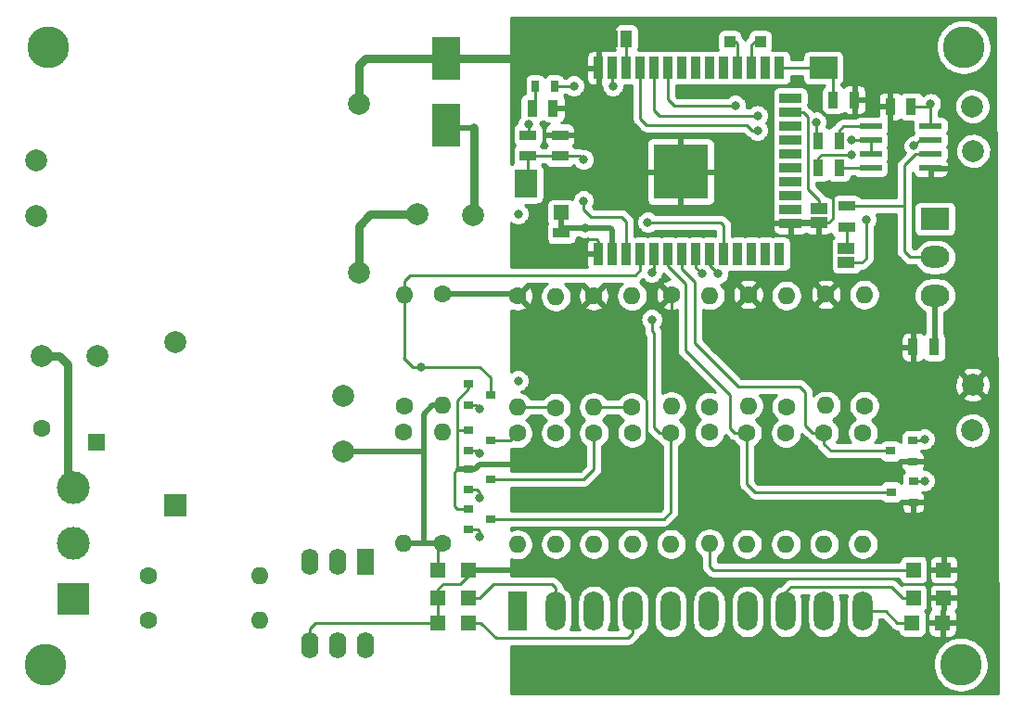
<source format=gbr>
G04 #@! TF.GenerationSoftware,KiCad,Pcbnew,(5.99.0-1678-g980aefea4-dirty)*
G04 #@! TF.CreationDate,2020-06-13T12:10:46+02:00*
G04 #@! TF.ProjectId,monitor_ESP32,6d6f6e69-746f-4725-9f45-535033322e6b,rev?*
G04 #@! TF.SameCoordinates,Original*
G04 #@! TF.FileFunction,Copper,L1,Top*
G04 #@! TF.FilePolarity,Positive*
%FSLAX46Y46*%
G04 Gerber Fmt 4.6, Leading zero omitted, Abs format (unit mm)*
G04 Created by KiCad (PCBNEW (5.99.0-1678-g980aefea4-dirty)) date 2020-06-13 12:10:46*
%MOMM*%
%LPD*%
G01*
G04 APERTURE LIST*
G04 #@! TA.AperFunction,SMDPad,CuDef*
%ADD10R,1.000000X1.500000*%
G04 #@! TD*
G04 #@! TA.AperFunction,ComponentPad*
%ADD11O,1.800000X3.600000*%
G04 #@! TD*
G04 #@! TA.AperFunction,ComponentPad*
%ADD12R,1.800000X3.600000*%
G04 #@! TD*
G04 #@! TA.AperFunction,SMDPad,CuDef*
%ADD13R,2.500000X2.000000*%
G04 #@! TD*
G04 #@! TA.AperFunction,SMDPad,CuDef*
%ADD14R,2.000000X2.500000*%
G04 #@! TD*
G04 #@! TA.AperFunction,SMDPad,CuDef*
%ADD15R,2.000000X0.600000*%
G04 #@! TD*
G04 #@! TA.AperFunction,SMDPad,CuDef*
%ADD16R,0.970000X1.500000*%
G04 #@! TD*
G04 #@! TA.AperFunction,ComponentPad*
%ADD17O,2.600000X2.000000*%
G04 #@! TD*
G04 #@! TA.AperFunction,ComponentPad*
%ADD18R,2.600000X2.000000*%
G04 #@! TD*
G04 #@! TA.AperFunction,SMDPad,CuDef*
%ADD19R,2.500000X4.000000*%
G04 #@! TD*
G04 #@! TA.AperFunction,SMDPad,CuDef*
%ADD20R,1.000000X1.000000*%
G04 #@! TD*
G04 #@! TA.AperFunction,SMDPad,CuDef*
%ADD21R,1.500000X1.000000*%
G04 #@! TD*
G04 #@! TA.AperFunction,ComponentPad*
%ADD22C,3.800000*%
G04 #@! TD*
G04 #@! TA.AperFunction,ComponentPad*
%ADD23C,2.000000*%
G04 #@! TD*
G04 #@! TA.AperFunction,ComponentPad*
%ADD24C,1.600000*%
G04 #@! TD*
G04 #@! TA.AperFunction,ComponentPad*
%ADD25R,1.600000X1.600000*%
G04 #@! TD*
G04 #@! TA.AperFunction,SMDPad,CuDef*
%ADD26R,1.500000X0.970000*%
G04 #@! TD*
G04 #@! TA.AperFunction,ComponentPad*
%ADD27O,1.600000X1.600000*%
G04 #@! TD*
G04 #@! TA.AperFunction,ComponentPad*
%ADD28C,3.000000*%
G04 #@! TD*
G04 #@! TA.AperFunction,ComponentPad*
%ADD29R,3.000000X3.000000*%
G04 #@! TD*
G04 #@! TA.AperFunction,SMDPad,CuDef*
%ADD30R,0.670000X1.000000*%
G04 #@! TD*
G04 #@! TA.AperFunction,SMDPad,CuDef*
%ADD31R,0.900000X0.800000*%
G04 #@! TD*
G04 #@! TA.AperFunction,SMDPad,CuDef*
%ADD32R,1.360000X1.400000*%
G04 #@! TD*
G04 #@! TA.AperFunction,SMDPad,CuDef*
%ADD33R,1.400000X1.360000*%
G04 #@! TD*
G04 #@! TA.AperFunction,ComponentPad*
%ADD34O,1.600000X2.400000*%
G04 #@! TD*
G04 #@! TA.AperFunction,ComponentPad*
%ADD35R,1.600000X2.400000*%
G04 #@! TD*
G04 #@! TA.AperFunction,ComponentPad*
%ADD36R,2.000000X2.000000*%
G04 #@! TD*
G04 #@! TA.AperFunction,SMDPad,CuDef*
%ADD37R,0.900000X2.000000*%
G04 #@! TD*
G04 #@! TA.AperFunction,SMDPad,CuDef*
%ADD38R,2.000000X0.900000*%
G04 #@! TD*
G04 #@! TA.AperFunction,SMDPad,CuDef*
%ADD39R,5.000000X5.000000*%
G04 #@! TD*
G04 #@! TA.AperFunction,ViaPad*
%ADD40C,0.800000*%
G04 #@! TD*
G04 #@! TA.AperFunction,Conductor*
%ADD41C,0.250000*%
G04 #@! TD*
G04 #@! TA.AperFunction,Conductor*
%ADD42C,0.500000*%
G04 #@! TD*
G04 #@! TA.AperFunction,Conductor*
%ADD43C,0.750000*%
G04 #@! TD*
G04 #@! TA.AperFunction,Conductor*
%ADD44C,0.254000*%
G04 #@! TD*
G04 APERTURE END LIST*
D10*
X157675000Y-71125000D03*
X158975000Y-71125000D03*
D11*
X180514000Y-123428000D03*
X177014000Y-123428000D03*
X173514000Y-123428000D03*
X170014000Y-123428000D03*
X166514000Y-123428000D03*
X163014000Y-123428000D03*
X159514000Y-123428000D03*
X156014000Y-123428000D03*
X152514000Y-123428000D03*
D12*
X149014000Y-123428000D03*
D13*
X176940000Y-73775000D03*
X183100000Y-73775000D03*
D14*
X149825000Y-90530000D03*
X149825000Y-84370000D03*
D15*
X186725000Y-79120000D03*
X186725000Y-80390000D03*
X186725000Y-81660000D03*
X186725000Y-82930000D03*
X181275000Y-82930000D03*
X181275000Y-81660000D03*
X181275000Y-80390000D03*
X181275000Y-79120000D03*
D16*
X185140000Y-99275000D03*
X187050000Y-99275000D03*
D17*
X187125000Y-94575000D03*
X187125000Y-91075000D03*
D18*
X187125000Y-87575000D03*
D19*
X142494000Y-72896000D03*
X142494000Y-78996000D03*
D20*
X171196000Y-71374000D03*
X168402000Y-71374000D03*
D21*
X176530000Y-87914000D03*
X176530000Y-86614000D03*
D22*
X189484000Y-128270000D03*
X189738000Y-71882000D03*
X105918000Y-128270000D03*
X106172000Y-71882000D03*
D23*
X190550000Y-106900000D03*
D24*
X105614000Y-106678000D03*
D25*
X110614000Y-107978000D03*
D16*
X150368000Y-77470000D03*
X152278000Y-77470000D03*
D26*
X179070000Y-86421000D03*
X179070000Y-88331000D03*
D16*
X176475000Y-80475000D03*
X178385000Y-80475000D03*
X176495000Y-82900000D03*
X178405000Y-82900000D03*
D26*
X149975000Y-81825000D03*
X149975000Y-79915000D03*
D27*
X142150000Y-104585000D03*
D24*
X142150000Y-94425000D03*
D27*
X142144000Y-107058000D03*
D24*
X142144000Y-117218000D03*
D27*
X155974000Y-104758000D03*
D24*
X155974000Y-94598000D03*
D27*
X159484000Y-94608000D03*
D24*
X159484000Y-104768000D03*
D27*
X149044000Y-104758000D03*
D24*
X149044000Y-94598000D03*
D27*
X152524000Y-94668000D03*
D24*
X152524000Y-104828000D03*
D27*
X156004000Y-117278000D03*
D24*
X156004000Y-107118000D03*
D27*
X149024000Y-117318000D03*
D24*
X149024000Y-107158000D03*
D27*
X159504000Y-117268000D03*
D24*
X159504000Y-107108000D03*
D27*
X152524000Y-117278000D03*
D24*
X152524000Y-107118000D03*
D27*
X138614000Y-117168000D03*
D24*
X138614000Y-107008000D03*
D27*
X138684000Y-94488000D03*
D24*
X138684000Y-104648000D03*
D27*
X177184000Y-104628000D03*
D24*
X177184000Y-94468000D03*
D27*
X180684000Y-94488000D03*
D24*
X180684000Y-104648000D03*
D27*
X170084000Y-104638000D03*
D24*
X170084000Y-94478000D03*
D27*
X173564000Y-94568000D03*
D24*
X173564000Y-104728000D03*
D27*
X163064000Y-104698000D03*
D24*
X163064000Y-94538000D03*
D27*
X166574000Y-94558000D03*
D24*
X166574000Y-104718000D03*
D27*
X177014000Y-117288000D03*
D24*
X177014000Y-107128000D03*
D27*
X169974000Y-117258000D03*
D24*
X169974000Y-107098000D03*
D27*
X163044000Y-117278000D03*
D24*
X163044000Y-107118000D03*
D27*
X180554000Y-117268000D03*
D24*
X180554000Y-107108000D03*
D27*
X173534000Y-117298000D03*
D24*
X173534000Y-107138000D03*
D27*
X166554000Y-117238000D03*
D24*
X166554000Y-107078000D03*
D27*
X125476000Y-124206000D03*
D24*
X115316000Y-124206000D03*
D27*
X125476000Y-120142000D03*
D24*
X115316000Y-120142000D03*
D23*
X190575000Y-102725000D03*
X190550000Y-77300000D03*
X190625000Y-81375000D03*
D21*
X179025000Y-91550000D03*
X179025000Y-90250000D03*
D28*
X108458000Y-112168000D03*
X108458000Y-117248000D03*
D29*
X108458000Y-122328000D03*
D23*
X139874000Y-87188000D03*
X144954000Y-87198000D03*
X105614000Y-100128000D03*
X110694000Y-100138000D03*
D30*
X152400000Y-75438000D03*
X150650000Y-75438000D03*
D31*
X144542000Y-102682000D03*
X144542000Y-104582000D03*
X146542000Y-103632000D03*
X144542000Y-110418000D03*
X144542000Y-112318000D03*
X146542000Y-111368000D03*
X144542000Y-106848000D03*
X144542000Y-108748000D03*
X146542000Y-107798000D03*
X185094000Y-109728000D03*
X185094000Y-107828000D03*
X183094000Y-108778000D03*
X185150000Y-113472000D03*
X185150000Y-111572000D03*
X183150000Y-112522000D03*
X144542000Y-114038000D03*
X144542000Y-115938000D03*
X146542000Y-114988000D03*
D16*
X183065000Y-77325000D03*
X184975000Y-77325000D03*
X177861000Y-76708000D03*
X179771000Y-76708000D03*
D26*
X152900000Y-79920000D03*
X152900000Y-81830000D03*
D32*
X144526000Y-119634000D03*
X141766000Y-119634000D03*
X141766000Y-124460000D03*
X144526000Y-124460000D03*
X141766000Y-122174000D03*
X144526000Y-122174000D03*
X187816000Y-124460000D03*
X185056000Y-124460000D03*
X187926000Y-122174000D03*
X185166000Y-122174000D03*
X187930000Y-119625000D03*
X185170000Y-119625000D03*
D26*
X153025000Y-88845000D03*
X153025000Y-90755000D03*
D33*
X153000000Y-84250000D03*
X153000000Y-87010000D03*
D23*
X105124000Y-82278000D03*
X105124000Y-87278000D03*
X134524000Y-77078000D03*
X134524000Y-92478000D03*
D34*
X135128000Y-126492000D03*
X130048000Y-118872000D03*
X132588000Y-126492000D03*
X132588000Y-118872000D03*
X130048000Y-126492000D03*
D35*
X135128000Y-118872000D03*
D23*
X117828000Y-98828800D03*
X133118800Y-103705600D03*
X133118800Y-108836400D03*
D36*
X117828000Y-113764000D03*
D37*
X156429000Y-73778000D03*
X157699000Y-73778000D03*
X158969000Y-73778000D03*
X160239000Y-73778000D03*
X161509000Y-73778000D03*
X162779000Y-73778000D03*
X164049000Y-73778000D03*
X165319000Y-73778000D03*
X166589000Y-73778000D03*
X167859000Y-73778000D03*
X169129000Y-73778000D03*
X170399000Y-73778000D03*
X171669000Y-73778000D03*
X172939000Y-73778000D03*
D38*
X173939000Y-76563000D03*
X173939000Y-77833000D03*
X173939000Y-79103000D03*
X173939000Y-80373000D03*
X173939000Y-81643000D03*
X173939000Y-82913000D03*
X173939000Y-84183000D03*
X173939000Y-85453000D03*
X173939000Y-86723000D03*
X173939000Y-87993000D03*
D37*
X172939000Y-90778000D03*
X171669000Y-90778000D03*
X170399000Y-90778000D03*
X169129000Y-90778000D03*
X167859000Y-90778000D03*
X166589000Y-90778000D03*
X165319000Y-90778000D03*
X164049000Y-90778000D03*
X162779000Y-90778000D03*
X161509000Y-90778000D03*
X160239000Y-90778000D03*
X158969000Y-90778000D03*
X157699000Y-90778000D03*
X156429000Y-90778000D03*
D39*
X163929000Y-83278000D03*
D40*
X179525000Y-81700000D03*
X161290000Y-92456000D03*
X165850000Y-92600000D03*
X167325000Y-92575000D03*
X185225000Y-80925000D03*
X160909000Y-87884000D03*
X155050000Y-82150000D03*
X155050000Y-85925000D03*
X161290000Y-96774000D03*
X145542000Y-116586000D03*
X145542000Y-113030000D03*
X170942000Y-79502000D03*
X170942000Y-78150000D03*
X176276000Y-78740000D03*
X149098000Y-87122000D03*
X154178000Y-75438000D03*
X155194000Y-88392000D03*
X149098000Y-102362000D03*
X145542000Y-108966000D03*
X145542000Y-104902000D03*
X150025000Y-78925000D03*
X168910000Y-77216000D03*
X157734000Y-75438000D03*
X140208000Y-101092000D03*
X186182000Y-111506000D03*
X186182000Y-107696000D03*
X180848000Y-87630000D03*
X149096000Y-72896000D03*
X145034000Y-79248000D03*
X186725000Y-77050000D03*
X179525000Y-80400000D03*
D41*
X176775000Y-81700000D02*
X176495000Y-81980000D01*
X176495000Y-81980000D02*
X176495000Y-82900000D01*
X179525000Y-81700000D02*
X176775000Y-81700000D01*
X176276000Y-78740000D02*
X176276000Y-80276000D01*
X176276000Y-80276000D02*
X176475000Y-80475000D01*
X178385000Y-80475000D02*
X178385000Y-79515000D01*
X178385000Y-79515000D02*
X178780000Y-79120000D01*
X181275000Y-82930000D02*
X178435000Y-82930000D01*
X178435000Y-82930000D02*
X178405000Y-82900000D01*
X177861000Y-76708000D02*
X177861000Y-74696000D01*
X177861000Y-74696000D02*
X176940000Y-73775000D01*
X158969000Y-73778000D02*
X158969000Y-71131000D01*
X158969000Y-71131000D02*
X158975000Y-71125000D01*
D42*
X142150000Y-94425000D02*
X148871000Y-94425000D01*
X148871000Y-94425000D02*
X149044000Y-94598000D01*
X142150000Y-104585000D02*
X141287000Y-104585000D01*
X141287000Y-104585000D02*
X140462000Y-105410000D01*
X187125000Y-94575000D02*
X187125000Y-99200000D01*
X187125000Y-99200000D02*
X187050000Y-99275000D01*
D41*
X161290000Y-92456000D02*
X161509000Y-92237000D01*
X161509000Y-92237000D02*
X161509000Y-90778000D01*
X165319000Y-90778000D02*
X165319000Y-92069000D01*
X165319000Y-92069000D02*
X165850000Y-92600000D01*
X166589000Y-90778000D02*
X166589000Y-91839000D01*
X166589000Y-91839000D02*
X167325000Y-92575000D01*
X166624000Y-90813000D02*
X166589000Y-90778000D01*
X161509000Y-98009000D02*
X161290000Y-97790000D01*
X161290000Y-97790000D02*
X161290000Y-96774000D01*
X161509000Y-106645000D02*
X161509000Y-98009000D01*
X170942000Y-78150000D02*
X161970000Y-78150000D01*
X161970000Y-78150000D02*
X161509000Y-77689000D01*
X186725000Y-79120000D02*
X186725000Y-77450000D01*
X184975000Y-77325000D02*
X186600000Y-77325000D01*
X186725000Y-77450000D02*
X186725000Y-77050000D01*
X186600000Y-77325000D02*
X186725000Y-77450000D01*
X186725000Y-80390000D02*
X185760000Y-80390000D01*
X185760000Y-80390000D02*
X185225000Y-80925000D01*
X160909000Y-87884000D02*
X167570000Y-87884000D01*
X167570000Y-87884000D02*
X167859000Y-88173000D01*
X167859000Y-88173000D02*
X167859000Y-90778000D01*
X156200000Y-89400000D02*
X155500000Y-89400000D01*
X156429000Y-89629000D02*
X156200000Y-89400000D01*
X156429000Y-90778000D02*
X156429000Y-89629000D01*
X154730000Y-81830000D02*
X155050000Y-82150000D01*
X154505000Y-81830000D02*
X154730000Y-81830000D01*
X155050000Y-86700000D02*
X155050000Y-85925000D01*
X158969000Y-87849000D02*
X158485000Y-87365000D01*
X155050000Y-86700000D02*
X155715000Y-87365000D01*
X155715000Y-87365000D02*
X158485000Y-87365000D01*
X152900000Y-81830000D02*
X154505000Y-81830000D01*
X150025000Y-78925000D02*
X150025000Y-79865000D01*
X150025000Y-79865000D02*
X149975000Y-79915000D01*
X149975000Y-81825000D02*
X149975000Y-84220000D01*
X149975000Y-84220000D02*
X149825000Y-84370000D01*
X152900000Y-81830000D02*
X149980000Y-81830000D01*
X149980000Y-81830000D02*
X149975000Y-81825000D01*
D42*
X153000000Y-87010000D02*
X153000000Y-88525000D01*
X153000000Y-88525000D02*
X153000000Y-88820000D01*
X153133000Y-88392000D02*
X153000000Y-88525000D01*
X155194000Y-88392000D02*
X153133000Y-88392000D01*
X153000000Y-88820000D02*
X153025000Y-88845000D01*
X140462000Y-105410000D02*
X140462000Y-108712000D01*
D41*
X139192000Y-92710000D02*
X138684000Y-93218000D01*
X138684000Y-93218000D02*
X138684000Y-94488000D01*
X145034000Y-92710000D02*
X144780000Y-92710000D01*
X159766000Y-92710000D02*
X145034000Y-92710000D01*
X145034000Y-92710000D02*
X139192000Y-92710000D01*
X138684000Y-94488000D02*
X138684000Y-100290000D01*
X138684000Y-100290000D02*
X138664000Y-100310000D01*
X144542000Y-106848000D02*
X143596000Y-106848000D01*
X148384000Y-107798000D02*
X146542000Y-107798000D01*
X145542000Y-113030000D02*
X145542000Y-112522000D01*
X145542000Y-112522000D02*
X145338000Y-112318000D01*
X145338000Y-112318000D02*
X145238000Y-112318000D01*
X145238000Y-112318000D02*
X144424000Y-112318000D01*
X143502000Y-114038000D02*
X143256000Y-113792000D01*
X143256000Y-113792000D02*
X143256000Y-110744000D01*
X144434000Y-114038000D02*
X143502000Y-114038000D01*
X142240000Y-120904000D02*
X141766000Y-121378000D01*
X141766000Y-121378000D02*
X141766000Y-122174000D01*
X143764000Y-120904000D02*
X142240000Y-120904000D01*
X144526000Y-120142000D02*
X143764000Y-120904000D01*
X144526000Y-119634000D02*
X144526000Y-120142000D01*
X162779000Y-90778000D02*
X162779000Y-91913000D01*
X162779000Y-91913000D02*
X164338000Y-93472000D01*
X165481000Y-99187000D02*
X165227000Y-98933000D01*
X164049000Y-92167000D02*
X164049000Y-90778000D01*
X165227000Y-98933000D02*
X165227000Y-93345000D01*
X165227000Y-93345000D02*
X164049000Y-92167000D01*
X165354000Y-99060000D02*
X165481000Y-99187000D01*
X165481000Y-99187000D02*
X169164000Y-102870000D01*
X168402000Y-103632000D02*
X164846000Y-100076000D01*
X164846000Y-100076000D02*
X164592000Y-99822000D01*
X164338000Y-93472000D02*
X164338000Y-99568000D01*
X164338000Y-99568000D02*
X164846000Y-100076000D01*
X169164000Y-102870000D02*
X174752000Y-102870000D01*
X174752000Y-102870000D02*
X175260000Y-103378000D01*
X175260000Y-103378000D02*
X175260000Y-106426000D01*
X175260000Y-106426000D02*
X175962000Y-107128000D01*
X175962000Y-107128000D02*
X177014000Y-107128000D01*
X168402000Y-106680000D02*
X168402000Y-103632000D01*
X168820000Y-107098000D02*
X168402000Y-106680000D01*
X169974000Y-107098000D02*
X168820000Y-107098000D01*
X165354000Y-90743000D02*
X165319000Y-90778000D01*
X161982000Y-107118000D02*
X163044000Y-107118000D01*
X161509000Y-106645000D02*
X161982000Y-107118000D01*
X161544000Y-90813000D02*
X161509000Y-90778000D01*
X145402000Y-115938000D02*
X145542000Y-116078000D01*
X145542000Y-116078000D02*
X145542000Y-116586000D01*
X144434000Y-115938000D02*
X145402000Y-115938000D01*
X144574000Y-116078000D02*
X144434000Y-115938000D01*
D42*
X145542000Y-109982000D02*
X148590000Y-109982000D01*
X145106000Y-110418000D02*
X145542000Y-109982000D01*
X144424000Y-110418000D02*
X145106000Y-110418000D01*
D41*
X143510000Y-104140000D02*
X143510000Y-106934000D01*
X143510000Y-106934000D02*
X143510000Y-110490000D01*
X143596000Y-106848000D02*
X143510000Y-106934000D01*
X143383000Y-110617000D02*
X143510000Y-110490000D01*
X144542000Y-103108000D02*
X143510000Y-104140000D01*
X143510000Y-110490000D02*
X143582000Y-110418000D01*
X144542000Y-102682000D02*
X144542000Y-103108000D01*
X160239000Y-92237000D02*
X159766000Y-92710000D01*
X160239000Y-90778000D02*
X160239000Y-92237000D01*
X158969000Y-90778000D02*
X158969000Y-87849000D01*
X169926000Y-78994000D02*
X170434000Y-79502000D01*
X170434000Y-79502000D02*
X170942000Y-79502000D01*
X169672000Y-78994000D02*
X169926000Y-78994000D01*
X169418000Y-78994000D02*
X169672000Y-78994000D01*
X150650000Y-75438000D02*
X150650000Y-77188000D01*
X150650000Y-77188000D02*
X150368000Y-77470000D01*
X152400000Y-75438000D02*
X154178000Y-75438000D01*
D42*
X157699000Y-88611000D02*
X157480000Y-88392000D01*
X157480000Y-88392000D02*
X155194000Y-88392000D01*
X157699000Y-90778000D02*
X157699000Y-88611000D01*
D41*
X144542000Y-102682000D02*
X144460000Y-102682000D01*
X145324000Y-108748000D02*
X145542000Y-108966000D01*
X144464000Y-108748000D02*
X145324000Y-108748000D01*
X145222000Y-104582000D02*
X145542000Y-104902000D01*
X144542000Y-104582000D02*
X145222000Y-104582000D01*
X160782000Y-104140000D02*
X160782000Y-108712000D01*
X163064000Y-94538000D02*
X163064000Y-96262000D01*
X143256000Y-110744000D02*
X143383000Y-110617000D01*
D42*
X144526000Y-119634000D02*
X149860000Y-119634000D01*
X143582000Y-110418000D02*
X144424000Y-110418000D01*
D41*
X141986000Y-122174000D02*
X141766000Y-122174000D01*
X172939000Y-73778000D02*
X176218000Y-73778000D01*
X176218000Y-73778000D02*
X176354000Y-73914000D01*
X163322000Y-77216000D02*
X168910000Y-77216000D01*
X162779000Y-76673000D02*
X163322000Y-77216000D01*
X162779000Y-73778000D02*
X162779000Y-76673000D01*
X161509000Y-77689000D02*
X161798000Y-77978000D01*
X161509000Y-73778000D02*
X161509000Y-77689000D01*
X160782000Y-78994000D02*
X169418000Y-78994000D01*
X160239000Y-78451000D02*
X160782000Y-78994000D01*
X160239000Y-73778000D02*
X160239000Y-78451000D01*
X110694000Y-107898000D02*
X110614000Y-107978000D01*
X183642000Y-124460000D02*
X182610000Y-123428000D01*
X182610000Y-123428000D02*
X180514000Y-123428000D01*
X185056000Y-124460000D02*
X183642000Y-124460000D01*
X173990000Y-121158000D02*
X173514000Y-121634000D01*
X173514000Y-121634000D02*
X173514000Y-123428000D01*
X183134000Y-121158000D02*
X173990000Y-121158000D01*
X184150000Y-122174000D02*
X183134000Y-121158000D01*
X185166000Y-122174000D02*
X184150000Y-122174000D01*
X166878000Y-119634000D02*
X166554000Y-119310000D01*
X166554000Y-119310000D02*
X166554000Y-117238000D01*
X152146000Y-120904000D02*
X152514000Y-121272000D01*
X152514000Y-121272000D02*
X152514000Y-123428000D01*
X146812000Y-120904000D02*
X152146000Y-120904000D01*
X145542000Y-122174000D02*
X146812000Y-120904000D01*
X144526000Y-122174000D02*
X145542000Y-122174000D01*
X141766000Y-119634000D02*
X141766000Y-117596000D01*
X141766000Y-117596000D02*
X142144000Y-117218000D01*
X145542000Y-101092000D02*
X140208000Y-101092000D01*
X140208000Y-101092000D02*
X139446000Y-101092000D01*
X139446000Y-101092000D02*
X138664000Y-100310000D01*
X146542000Y-102092000D02*
X145542000Y-101092000D01*
X146542000Y-103632000D02*
X146542000Y-102092000D01*
X133171200Y-103758000D02*
X133118800Y-103705600D01*
X159484000Y-104768000D02*
X155984000Y-104768000D01*
X155984000Y-104768000D02*
X155974000Y-104758000D01*
X166554000Y-104698000D02*
X166574000Y-104718000D01*
X170174000Y-104728000D02*
X170084000Y-104638000D01*
X177204000Y-104648000D02*
X177184000Y-104628000D01*
X177612000Y-108778000D02*
X177014000Y-108180000D01*
X177014000Y-108180000D02*
X177014000Y-107128000D01*
X183094000Y-108778000D02*
X177612000Y-108778000D01*
X170688000Y-112522000D02*
X169974000Y-111808000D01*
X169974000Y-111808000D02*
X169974000Y-107098000D01*
X183150000Y-112522000D02*
X170688000Y-112522000D01*
X149044000Y-104758000D02*
X152454000Y-104758000D01*
X152454000Y-104758000D02*
X152524000Y-104828000D01*
X148384000Y-107798000D02*
X149024000Y-107158000D01*
X155078000Y-111368000D02*
X156004000Y-110442000D01*
X156004000Y-110442000D02*
X156004000Y-107118000D01*
X146424000Y-111368000D02*
X155078000Y-111368000D01*
X163044000Y-114324000D02*
X162380000Y-114988000D01*
X162380000Y-114988000D02*
X146434000Y-114988000D01*
X163044000Y-107118000D02*
X163044000Y-114324000D01*
X141766000Y-123410000D02*
X141766000Y-124460000D01*
X141766000Y-122174000D02*
X141766000Y-123410000D01*
X130048000Y-126492000D02*
X130048000Y-124968000D01*
X130556000Y-124460000D02*
X141766000Y-124460000D01*
X130048000Y-124968000D02*
X130556000Y-124460000D01*
D42*
X107696000Y-111406000D02*
X108458000Y-112168000D01*
D43*
X107950000Y-111660000D02*
X108458000Y-112168000D01*
X107950000Y-100838000D02*
X107950000Y-111660000D01*
X107240000Y-100128000D02*
X107950000Y-100838000D01*
X105614000Y-100128000D02*
X107240000Y-100128000D01*
D42*
X140337600Y-108836400D02*
X140462000Y-108712000D01*
X133118800Y-108836400D02*
X140337600Y-108836400D01*
X140462000Y-108712000D02*
X140462000Y-116988000D01*
X142094000Y-117168000D02*
X142144000Y-117218000D01*
X140462000Y-116988000D02*
X140642000Y-117168000D01*
X140642000Y-117168000D02*
X142094000Y-117168000D01*
X138614000Y-117168000D02*
X140642000Y-117168000D01*
D43*
X139874000Y-87188000D02*
X135570000Y-87188000D01*
X134524000Y-88234000D02*
X134524000Y-92478000D01*
X135570000Y-87188000D02*
X134524000Y-88234000D01*
D42*
X145030000Y-87122000D02*
X144954000Y-87198000D01*
X145044000Y-87108000D02*
X144954000Y-87198000D01*
D41*
X157699000Y-75403000D02*
X157734000Y-75438000D01*
X157699000Y-73778000D02*
X157699000Y-75403000D01*
X173939000Y-77833000D02*
X174861000Y-77833000D01*
X173939000Y-77833000D02*
X175115000Y-77833000D01*
X175115000Y-77833000D02*
X175514000Y-78232000D01*
X175514000Y-78232000D02*
X175514000Y-84836000D01*
X175514000Y-84836000D02*
X176276000Y-85598000D01*
X176530000Y-85852000D02*
X176276000Y-85598000D01*
X176530000Y-86614000D02*
X176530000Y-85852000D01*
X179075000Y-86416000D02*
X179070000Y-86421000D01*
X176530000Y-80386000D02*
X176398000Y-80518000D01*
X176276000Y-80396000D02*
X176398000Y-80518000D01*
X169129000Y-73778000D02*
X169129000Y-71593000D01*
X168910000Y-71374000D02*
X168402000Y-71374000D01*
X169129000Y-71593000D02*
X168910000Y-71374000D01*
X170399000Y-73778000D02*
X170399000Y-71663000D01*
X170399000Y-71663000D02*
X170688000Y-71374000D01*
X171196000Y-71374000D02*
X170688000Y-71374000D01*
X185862000Y-111572000D02*
X185150000Y-111572000D01*
X186182000Y-111506000D02*
X185862000Y-111572000D01*
X186182000Y-107696000D02*
X185796000Y-107828000D01*
X185796000Y-107828000D02*
X185094000Y-107828000D01*
X180848000Y-87630000D02*
X180848000Y-91186000D01*
D42*
X142746000Y-79248000D02*
X142494000Y-78996000D01*
X144780000Y-79248000D02*
X142746000Y-79248000D01*
X145034000Y-87118000D02*
X144954000Y-87198000D01*
D43*
X145034000Y-79248000D02*
X145034000Y-87118000D01*
D41*
X185000000Y-77350000D02*
X184975000Y-77325000D01*
X178780000Y-79120000D02*
X181275000Y-79120000D01*
X181275000Y-81660000D02*
X181275000Y-80390000D01*
X178373000Y-82930000D02*
X178247000Y-82804000D01*
X179525000Y-80400000D02*
X181265000Y-80400000D01*
X181265000Y-80400000D02*
X181275000Y-80390000D01*
X186725000Y-81660000D02*
X185390000Y-81660000D01*
X185390000Y-81660000D02*
X184350000Y-82700000D01*
X184304000Y-86421000D02*
X184350000Y-86375000D01*
X179070000Y-86421000D02*
X184304000Y-86421000D01*
X184350000Y-86375000D02*
X184350000Y-89350000D01*
X184350000Y-82700000D02*
X184350000Y-86375000D01*
X187125000Y-91075000D02*
X184875000Y-91075000D01*
X184350000Y-90550000D02*
X184350000Y-89350000D01*
X184875000Y-91075000D02*
X184350000Y-90550000D01*
D43*
X149096000Y-72896000D02*
X142494000Y-72896000D01*
X142494000Y-72896000D02*
X135179000Y-72896000D01*
X134524000Y-73551000D02*
X134524000Y-77078000D01*
X135179000Y-72896000D02*
X134524000Y-73551000D01*
D41*
X176530000Y-87914000D02*
X177436000Y-87914000D01*
X177436000Y-87914000D02*
X177800000Y-87550000D01*
X177800000Y-87550000D02*
X177800000Y-85600000D01*
X174018000Y-87914000D02*
X173939000Y-87993000D01*
D42*
X176530000Y-87914000D02*
X174018000Y-87914000D01*
D41*
X179070000Y-90205000D02*
X179025000Y-90250000D01*
X179070000Y-88331000D02*
X179070000Y-90205000D01*
X180484000Y-91550000D02*
X180848000Y-91186000D01*
X179025000Y-91550000D02*
X180484000Y-91550000D01*
X159514000Y-123428000D02*
X159514000Y-125411000D01*
X159514000Y-125411000D02*
X159075000Y-125850000D01*
X159075000Y-125850000D02*
X147075000Y-125850000D01*
X145685000Y-124460000D02*
X144526000Y-124460000D01*
X147075000Y-125850000D02*
X145685000Y-124460000D01*
X188900000Y-120900000D02*
X184225000Y-120900000D01*
X166887000Y-119625000D02*
X166878000Y-119634000D01*
X185170000Y-119625000D02*
X166887000Y-119625000D01*
G36*
X192911439Y-130938000D02*
G01*
X148462000Y-130938000D01*
X148462000Y-128223057D01*
X186945474Y-128223057D01*
X186959225Y-128538011D01*
X186960085Y-128545994D01*
X187013745Y-128856649D01*
X187015613Y-128864458D01*
X187108310Y-129165775D01*
X187111154Y-129173284D01*
X187241387Y-129460380D01*
X187245163Y-129467467D01*
X187410820Y-129735689D01*
X187415466Y-129742238D01*
X187613861Y-129987236D01*
X187619301Y-129993142D01*
X187847220Y-130210946D01*
X187853367Y-130216112D01*
X188107113Y-130403190D01*
X188113866Y-130407534D01*
X188389326Y-130560853D01*
X188396576Y-130564303D01*
X188689285Y-130681379D01*
X188696915Y-130683880D01*
X189002128Y-130762813D01*
X189010014Y-130764324D01*
X189322782Y-130803837D01*
X189330796Y-130804334D01*
X189646050Y-130803784D01*
X189654062Y-130803259D01*
X189966691Y-130762654D01*
X189974571Y-130761116D01*
X190279506Y-130681118D01*
X190287127Y-130678590D01*
X190579426Y-130560493D01*
X190586664Y-130557017D01*
X190861587Y-130402738D01*
X190868325Y-130398371D01*
X191121416Y-130210408D01*
X191127545Y-130205220D01*
X191354701Y-129986623D01*
X191360121Y-129980698D01*
X191557661Y-129735008D01*
X191562284Y-129728443D01*
X191727003Y-129459645D01*
X191730754Y-129452545D01*
X191859984Y-129164995D01*
X191862802Y-129157477D01*
X191954448Y-128855838D01*
X191956288Y-128848023D01*
X192008969Y-128536558D01*
X192009839Y-128527303D01*
X192018130Y-128114270D01*
X192017631Y-128104988D01*
X191977494Y-127791661D01*
X191975968Y-127783777D01*
X191896502Y-127478703D01*
X191893988Y-127471078D01*
X191776402Y-127178574D01*
X191772939Y-127171329D01*
X191619140Y-126896137D01*
X191614784Y-126889392D01*
X191427263Y-126635972D01*
X191422086Y-126629835D01*
X191203885Y-126402297D01*
X191197970Y-126396868D01*
X190952626Y-126198899D01*
X190946069Y-126194265D01*
X190677558Y-126029077D01*
X190670465Y-126025313D01*
X190383142Y-125895581D01*
X190375628Y-125892749D01*
X190074148Y-125800579D01*
X190066336Y-125798725D01*
X189755590Y-125745607D01*
X189747605Y-125744761D01*
X189432627Y-125731559D01*
X189424600Y-125731735D01*
X189110497Y-125758662D01*
X189102557Y-125759856D01*
X188794423Y-125826478D01*
X188786699Y-125828671D01*
X188489527Y-125933904D01*
X188482144Y-125937061D01*
X188200753Y-126079202D01*
X188193831Y-126083272D01*
X187932781Y-126260015D01*
X187926432Y-126264931D01*
X187689956Y-126473412D01*
X187684283Y-126479095D01*
X187476216Y-126715934D01*
X187471311Y-126722291D01*
X187295023Y-126983649D01*
X187290966Y-126990578D01*
X187149316Y-127272217D01*
X187146172Y-127279606D01*
X187041457Y-127576960D01*
X187039278Y-127584689D01*
X186973195Y-127892939D01*
X186972015Y-127900881D01*
X186945635Y-128215029D01*
X186945474Y-128223057D01*
X148462000Y-128223057D01*
X148462000Y-126611000D01*
X159130179Y-126611000D01*
X159130191Y-126610999D01*
X159185489Y-126610999D01*
X159205078Y-126607897D01*
X159253193Y-126592263D01*
X159303176Y-126584347D01*
X159322039Y-126578218D01*
X159367126Y-126555245D01*
X159415244Y-126539611D01*
X159432916Y-126530606D01*
X159473847Y-126500867D01*
X159518934Y-126477894D01*
X159534980Y-126466236D01*
X159691407Y-126309809D01*
X159691410Y-126309805D01*
X160087444Y-125913772D01*
X160130237Y-125870979D01*
X160141894Y-125854934D01*
X160164862Y-125809856D01*
X160194606Y-125768918D01*
X160203610Y-125751246D01*
X160219247Y-125703122D01*
X160228098Y-125685752D01*
X160329628Y-125632899D01*
X160338379Y-125627388D01*
X160531800Y-125482164D01*
X160539534Y-125475297D01*
X160706637Y-125300433D01*
X160713146Y-125292396D01*
X160849446Y-125092586D01*
X160854554Y-125083594D01*
X160956391Y-124864206D01*
X160959962Y-124854501D01*
X161024702Y-124621055D01*
X161026718Y-124610126D01*
X161047720Y-124387944D01*
X161048000Y-124382012D01*
X161048000Y-122473989D01*
X161480000Y-122473989D01*
X161480000Y-124389272D01*
X161480212Y-124394437D01*
X161494994Y-124574229D01*
X161496683Y-124584432D01*
X161555607Y-124819015D01*
X161558940Y-124828805D01*
X161655385Y-125050616D01*
X161660272Y-125059731D01*
X161791651Y-125262810D01*
X161797961Y-125271003D01*
X161960744Y-125449899D01*
X161968307Y-125456952D01*
X162158122Y-125606859D01*
X162166735Y-125612582D01*
X162378484Y-125729473D01*
X162387917Y-125733713D01*
X162615916Y-125814451D01*
X162625914Y-125817093D01*
X162864036Y-125859509D01*
X162874332Y-125860482D01*
X163116185Y-125863437D01*
X163126502Y-125862715D01*
X163365589Y-125826130D01*
X163375649Y-125823733D01*
X163605552Y-125748590D01*
X163615086Y-125744582D01*
X163829628Y-125632899D01*
X163838379Y-125627388D01*
X164031800Y-125482164D01*
X164039534Y-125475297D01*
X164206637Y-125300433D01*
X164213146Y-125292396D01*
X164349446Y-125092586D01*
X164354554Y-125083594D01*
X164456391Y-124864206D01*
X164459962Y-124854501D01*
X164524702Y-124621055D01*
X164526718Y-124610126D01*
X164547720Y-124387944D01*
X164548000Y-124382012D01*
X164548000Y-122473989D01*
X164980000Y-122473989D01*
X164980000Y-124389272D01*
X164980212Y-124394437D01*
X164994994Y-124574229D01*
X164996683Y-124584432D01*
X165055607Y-124819015D01*
X165058940Y-124828805D01*
X165155385Y-125050616D01*
X165160272Y-125059731D01*
X165291651Y-125262810D01*
X165297961Y-125271003D01*
X165460744Y-125449899D01*
X165468307Y-125456952D01*
X165658122Y-125606859D01*
X165666735Y-125612582D01*
X165878484Y-125729473D01*
X165887917Y-125733713D01*
X166115916Y-125814451D01*
X166125914Y-125817093D01*
X166364036Y-125859509D01*
X166374332Y-125860482D01*
X166616185Y-125863437D01*
X166626502Y-125862715D01*
X166865589Y-125826130D01*
X166875649Y-125823733D01*
X167105552Y-125748590D01*
X167115086Y-125744582D01*
X167329628Y-125632899D01*
X167338379Y-125627388D01*
X167531800Y-125482164D01*
X167539534Y-125475297D01*
X167706637Y-125300433D01*
X167713146Y-125292396D01*
X167849446Y-125092586D01*
X167854554Y-125083594D01*
X167956391Y-124864206D01*
X167959962Y-124854501D01*
X168024702Y-124621055D01*
X168026718Y-124610126D01*
X168047720Y-124387944D01*
X168048000Y-124382012D01*
X168048000Y-122473989D01*
X168480000Y-122473989D01*
X168480000Y-124389272D01*
X168480212Y-124394437D01*
X168494994Y-124574229D01*
X168496683Y-124584432D01*
X168555607Y-124819015D01*
X168558940Y-124828805D01*
X168655385Y-125050616D01*
X168660272Y-125059731D01*
X168791651Y-125262810D01*
X168797961Y-125271003D01*
X168960744Y-125449899D01*
X168968307Y-125456952D01*
X169158122Y-125606859D01*
X169166735Y-125612582D01*
X169378484Y-125729473D01*
X169387917Y-125733713D01*
X169615916Y-125814451D01*
X169625914Y-125817093D01*
X169864036Y-125859509D01*
X169874332Y-125860482D01*
X170116185Y-125863437D01*
X170126502Y-125862715D01*
X170365589Y-125826130D01*
X170375649Y-125823733D01*
X170605552Y-125748590D01*
X170615086Y-125744582D01*
X170829628Y-125632899D01*
X170838379Y-125627388D01*
X171031800Y-125482164D01*
X171039534Y-125475297D01*
X171206637Y-125300433D01*
X171213146Y-125292396D01*
X171349446Y-125092586D01*
X171354554Y-125083594D01*
X171456391Y-124864206D01*
X171459962Y-124854501D01*
X171524702Y-124621055D01*
X171526718Y-124610126D01*
X171547720Y-124387944D01*
X171548000Y-124382012D01*
X171548000Y-122466728D01*
X171547788Y-122461563D01*
X171533007Y-122281771D01*
X171531318Y-122271569D01*
X171472394Y-122036985D01*
X171469061Y-122027195D01*
X171372616Y-121805384D01*
X171367729Y-121796269D01*
X171236350Y-121593190D01*
X171230040Y-121584997D01*
X171067256Y-121406101D01*
X171059693Y-121399048D01*
X170869878Y-121249141D01*
X170861265Y-121243418D01*
X170649516Y-121126527D01*
X170640083Y-121122287D01*
X170412084Y-121041549D01*
X170402086Y-121038907D01*
X170163964Y-120996491D01*
X170153668Y-120995518D01*
X169911815Y-120992563D01*
X169901498Y-120993285D01*
X169662411Y-121029870D01*
X169652351Y-121032267D01*
X169422448Y-121107410D01*
X169412914Y-121111418D01*
X169198372Y-121223101D01*
X169189621Y-121228612D01*
X168996200Y-121373836D01*
X168988466Y-121380703D01*
X168821362Y-121555569D01*
X168814854Y-121563605D01*
X168678554Y-121763415D01*
X168673446Y-121772407D01*
X168571609Y-121991795D01*
X168568038Y-122001500D01*
X168503298Y-122234946D01*
X168501282Y-122245875D01*
X168480280Y-122468057D01*
X168480000Y-122473989D01*
X168048000Y-122473989D01*
X168048000Y-122466728D01*
X168047788Y-122461563D01*
X168033007Y-122281771D01*
X168031318Y-122271569D01*
X167972394Y-122036985D01*
X167969061Y-122027195D01*
X167872616Y-121805384D01*
X167867729Y-121796269D01*
X167736350Y-121593190D01*
X167730040Y-121584997D01*
X167567256Y-121406101D01*
X167559693Y-121399048D01*
X167369878Y-121249141D01*
X167361265Y-121243418D01*
X167149516Y-121126527D01*
X167140083Y-121122287D01*
X166912084Y-121041549D01*
X166902086Y-121038907D01*
X166663964Y-120996491D01*
X166653668Y-120995518D01*
X166411815Y-120992563D01*
X166401498Y-120993285D01*
X166162411Y-121029870D01*
X166152351Y-121032267D01*
X165922448Y-121107410D01*
X165912914Y-121111418D01*
X165698372Y-121223101D01*
X165689621Y-121228612D01*
X165496200Y-121373836D01*
X165488466Y-121380703D01*
X165321362Y-121555569D01*
X165314854Y-121563605D01*
X165178554Y-121763415D01*
X165173446Y-121772407D01*
X165071609Y-121991795D01*
X165068038Y-122001500D01*
X165003298Y-122234946D01*
X165001282Y-122245875D01*
X164980280Y-122468057D01*
X164980000Y-122473989D01*
X164548000Y-122473989D01*
X164548000Y-122466728D01*
X164547788Y-122461563D01*
X164533007Y-122281771D01*
X164531318Y-122271569D01*
X164472394Y-122036985D01*
X164469061Y-122027195D01*
X164372616Y-121805384D01*
X164367729Y-121796269D01*
X164236350Y-121593190D01*
X164230040Y-121584997D01*
X164067256Y-121406101D01*
X164059693Y-121399048D01*
X163869878Y-121249141D01*
X163861265Y-121243418D01*
X163649516Y-121126527D01*
X163640083Y-121122287D01*
X163412084Y-121041549D01*
X163402086Y-121038907D01*
X163163964Y-120996491D01*
X163153668Y-120995518D01*
X162911815Y-120992563D01*
X162901498Y-120993285D01*
X162662411Y-121029870D01*
X162652351Y-121032267D01*
X162422448Y-121107410D01*
X162412914Y-121111418D01*
X162198372Y-121223101D01*
X162189621Y-121228612D01*
X161996200Y-121373836D01*
X161988466Y-121380703D01*
X161821362Y-121555569D01*
X161814854Y-121563605D01*
X161678554Y-121763415D01*
X161673446Y-121772407D01*
X161571609Y-121991795D01*
X161568038Y-122001500D01*
X161503298Y-122234946D01*
X161501282Y-122245875D01*
X161480280Y-122468057D01*
X161480000Y-122473989D01*
X161048000Y-122473989D01*
X161048000Y-122466728D01*
X161047788Y-122461563D01*
X161033007Y-122281771D01*
X161031318Y-122271569D01*
X160972394Y-122036985D01*
X160969061Y-122027195D01*
X160872616Y-121805384D01*
X160867729Y-121796269D01*
X160736350Y-121593190D01*
X160730040Y-121584997D01*
X160567256Y-121406101D01*
X160559693Y-121399048D01*
X160369878Y-121249141D01*
X160361265Y-121243418D01*
X160149516Y-121126527D01*
X160140083Y-121122287D01*
X159912084Y-121041549D01*
X159902086Y-121038907D01*
X159663964Y-120996491D01*
X159653668Y-120995518D01*
X159411815Y-120992563D01*
X159401498Y-120993285D01*
X159162411Y-121029870D01*
X159152351Y-121032267D01*
X158922448Y-121107410D01*
X158912914Y-121111418D01*
X158698372Y-121223101D01*
X158689621Y-121228612D01*
X158496200Y-121373836D01*
X158488466Y-121380703D01*
X158321362Y-121555569D01*
X158314854Y-121563605D01*
X158178554Y-121763415D01*
X158173446Y-121772407D01*
X158071609Y-121991795D01*
X158068038Y-122001500D01*
X158003298Y-122234946D01*
X158001282Y-122245875D01*
X157980280Y-122468057D01*
X157980000Y-122473989D01*
X157980000Y-124389272D01*
X157980212Y-124394437D01*
X157994994Y-124574229D01*
X157996683Y-124584432D01*
X158055607Y-124819015D01*
X158058940Y-124828805D01*
X158155385Y-125050616D01*
X158160272Y-125059731D01*
X158179207Y-125089000D01*
X157351483Y-125089000D01*
X157354554Y-125083594D01*
X157456391Y-124864206D01*
X157459962Y-124854501D01*
X157524702Y-124621055D01*
X157526718Y-124610126D01*
X157547720Y-124387944D01*
X157548000Y-124382012D01*
X157548000Y-122466728D01*
X157547788Y-122461563D01*
X157533007Y-122281771D01*
X157531318Y-122271569D01*
X157472394Y-122036985D01*
X157469061Y-122027195D01*
X157372616Y-121805384D01*
X157367729Y-121796269D01*
X157236350Y-121593190D01*
X157230040Y-121584997D01*
X157067256Y-121406101D01*
X157059693Y-121399048D01*
X156869878Y-121249141D01*
X156861265Y-121243418D01*
X156649516Y-121126527D01*
X156640083Y-121122287D01*
X156412084Y-121041549D01*
X156402086Y-121038907D01*
X156163964Y-120996491D01*
X156153668Y-120995518D01*
X155911815Y-120992563D01*
X155901498Y-120993285D01*
X155662411Y-121029870D01*
X155652351Y-121032267D01*
X155422448Y-121107410D01*
X155412914Y-121111418D01*
X155198372Y-121223101D01*
X155189621Y-121228612D01*
X154996200Y-121373836D01*
X154988466Y-121380703D01*
X154821362Y-121555569D01*
X154814854Y-121563605D01*
X154678554Y-121763415D01*
X154673446Y-121772407D01*
X154571609Y-121991795D01*
X154568038Y-122001500D01*
X154503298Y-122234946D01*
X154501282Y-122245875D01*
X154480280Y-122468057D01*
X154480000Y-122473989D01*
X154480000Y-124389272D01*
X154480212Y-124394437D01*
X154494994Y-124574229D01*
X154496683Y-124584432D01*
X154555607Y-124819015D01*
X154558940Y-124828805D01*
X154655385Y-125050616D01*
X154660272Y-125059731D01*
X154679207Y-125089000D01*
X153851483Y-125089000D01*
X153854554Y-125083594D01*
X153956391Y-124864206D01*
X153959962Y-124854501D01*
X154024702Y-124621055D01*
X154026718Y-124610126D01*
X154047720Y-124387944D01*
X154048000Y-124382012D01*
X154048000Y-122466728D01*
X154047788Y-122461563D01*
X154033007Y-122281771D01*
X154031318Y-122271569D01*
X153972394Y-122036985D01*
X153969061Y-122027195D01*
X153872616Y-121805384D01*
X153867729Y-121796269D01*
X153736350Y-121593190D01*
X153730040Y-121584997D01*
X153567256Y-121406101D01*
X153559693Y-121399048D01*
X153369878Y-121249141D01*
X153361264Y-121243418D01*
X153274999Y-121195797D01*
X153274999Y-121161510D01*
X153271897Y-121141922D01*
X153256264Y-121093808D01*
X153248347Y-121043823D01*
X153242218Y-121024962D01*
X153219248Y-120979880D01*
X153203611Y-120931754D01*
X153194606Y-120914083D01*
X153164864Y-120873145D01*
X153141894Y-120828065D01*
X153130236Y-120812020D01*
X153069957Y-120751742D01*
X152762412Y-120444198D01*
X152762407Y-120444191D01*
X152605980Y-120287764D01*
X152589934Y-120276106D01*
X152544847Y-120253133D01*
X152503916Y-120223394D01*
X152486244Y-120214389D01*
X152438126Y-120198755D01*
X152393039Y-120175782D01*
X152374176Y-120169653D01*
X152324193Y-120161737D01*
X152276078Y-120146103D01*
X152256489Y-120143001D01*
X152201191Y-120143001D01*
X152201179Y-120143000D01*
X148462000Y-120143000D01*
X148462000Y-118639479D01*
X148646247Y-118706540D01*
X148656874Y-118709387D01*
X148893103Y-118751041D01*
X148904064Y-118752000D01*
X149143936Y-118752000D01*
X149154897Y-118751041D01*
X149391126Y-118709387D01*
X149401753Y-118706540D01*
X149627160Y-118624498D01*
X149637132Y-118619848D01*
X149844868Y-118499912D01*
X149853881Y-118493601D01*
X150037634Y-118339413D01*
X150045413Y-118331634D01*
X150199601Y-118147881D01*
X150205912Y-118138868D01*
X150325848Y-117931132D01*
X150330498Y-117921160D01*
X150412540Y-117695753D01*
X150415387Y-117685126D01*
X150457041Y-117448897D01*
X150458000Y-117437936D01*
X150458000Y-117198064D01*
X150457041Y-117187103D01*
X150451921Y-117158064D01*
X151090000Y-117158064D01*
X151090000Y-117397936D01*
X151090959Y-117408897D01*
X151132613Y-117645126D01*
X151135460Y-117655753D01*
X151217502Y-117881160D01*
X151222152Y-117891132D01*
X151342088Y-118098868D01*
X151348399Y-118107881D01*
X151502587Y-118291634D01*
X151510366Y-118299413D01*
X151694119Y-118453601D01*
X151703132Y-118459912D01*
X151910868Y-118579848D01*
X151920840Y-118584498D01*
X152146247Y-118666540D01*
X152156874Y-118669387D01*
X152393103Y-118711041D01*
X152404064Y-118712000D01*
X152643936Y-118712000D01*
X152654897Y-118711041D01*
X152891126Y-118669387D01*
X152901753Y-118666540D01*
X153127160Y-118584498D01*
X153137132Y-118579848D01*
X153344868Y-118459912D01*
X153353881Y-118453601D01*
X153537634Y-118299413D01*
X153545413Y-118291634D01*
X153699601Y-118107881D01*
X153705912Y-118098868D01*
X153825848Y-117891132D01*
X153830498Y-117881160D01*
X153912540Y-117655753D01*
X153915387Y-117645126D01*
X153957041Y-117408897D01*
X153958000Y-117397936D01*
X153958000Y-117158064D01*
X154570000Y-117158064D01*
X154570000Y-117397936D01*
X154570959Y-117408897D01*
X154612613Y-117645126D01*
X154615460Y-117655753D01*
X154697502Y-117881160D01*
X154702152Y-117891132D01*
X154822088Y-118098868D01*
X154828399Y-118107881D01*
X154982587Y-118291634D01*
X154990366Y-118299413D01*
X155174119Y-118453601D01*
X155183132Y-118459912D01*
X155390868Y-118579848D01*
X155400840Y-118584498D01*
X155626247Y-118666540D01*
X155636874Y-118669387D01*
X155873103Y-118711041D01*
X155884064Y-118712000D01*
X156123936Y-118712000D01*
X156134897Y-118711041D01*
X156371126Y-118669387D01*
X156381753Y-118666540D01*
X156607160Y-118584498D01*
X156617132Y-118579848D01*
X156824868Y-118459912D01*
X156833881Y-118453601D01*
X157017634Y-118299413D01*
X157025413Y-118291634D01*
X157179601Y-118107881D01*
X157185912Y-118098868D01*
X157305848Y-117891132D01*
X157310498Y-117881160D01*
X157392540Y-117655753D01*
X157395387Y-117645126D01*
X157437041Y-117408897D01*
X157438000Y-117397936D01*
X157438000Y-117158064D01*
X157437126Y-117148064D01*
X158070000Y-117148064D01*
X158070000Y-117387936D01*
X158070959Y-117398897D01*
X158112613Y-117635126D01*
X158115460Y-117645753D01*
X158197502Y-117871160D01*
X158202152Y-117881132D01*
X158322088Y-118088868D01*
X158328399Y-118097881D01*
X158482587Y-118281634D01*
X158490366Y-118289413D01*
X158674119Y-118443601D01*
X158683132Y-118449912D01*
X158890868Y-118569848D01*
X158900840Y-118574498D01*
X159126247Y-118656540D01*
X159136874Y-118659387D01*
X159373103Y-118701041D01*
X159384064Y-118702000D01*
X159623936Y-118702000D01*
X159634897Y-118701041D01*
X159871126Y-118659387D01*
X159881753Y-118656540D01*
X160107160Y-118574498D01*
X160117132Y-118569848D01*
X160324868Y-118449912D01*
X160333881Y-118443601D01*
X160517634Y-118289413D01*
X160525413Y-118281634D01*
X160679601Y-118097881D01*
X160685912Y-118088868D01*
X160805848Y-117881132D01*
X160810498Y-117871160D01*
X160892540Y-117645753D01*
X160895387Y-117635126D01*
X160937041Y-117398897D01*
X160938000Y-117387936D01*
X160938000Y-117158064D01*
X161610000Y-117158064D01*
X161610000Y-117397936D01*
X161610959Y-117408897D01*
X161652613Y-117645126D01*
X161655460Y-117655753D01*
X161737502Y-117881160D01*
X161742152Y-117891132D01*
X161862088Y-118098868D01*
X161868399Y-118107881D01*
X162022587Y-118291634D01*
X162030366Y-118299413D01*
X162214119Y-118453601D01*
X162223132Y-118459912D01*
X162430868Y-118579848D01*
X162440840Y-118584498D01*
X162666247Y-118666540D01*
X162676874Y-118669387D01*
X162913103Y-118711041D01*
X162924064Y-118712000D01*
X163163936Y-118712000D01*
X163174897Y-118711041D01*
X163411126Y-118669387D01*
X163421753Y-118666540D01*
X163647160Y-118584498D01*
X163657132Y-118579848D01*
X163864868Y-118459912D01*
X163873881Y-118453601D01*
X164057634Y-118299413D01*
X164065413Y-118291634D01*
X164219601Y-118107881D01*
X164225912Y-118098868D01*
X164345848Y-117891132D01*
X164350498Y-117881160D01*
X164432540Y-117655753D01*
X164435387Y-117645126D01*
X164477041Y-117408897D01*
X164478000Y-117397936D01*
X164478000Y-117158064D01*
X164477041Y-117147103D01*
X164471921Y-117118064D01*
X165120000Y-117118064D01*
X165120000Y-117357936D01*
X165120959Y-117368897D01*
X165162613Y-117605126D01*
X165165460Y-117615753D01*
X165247502Y-117841160D01*
X165252152Y-117851132D01*
X165372088Y-118058868D01*
X165378399Y-118067881D01*
X165532587Y-118251634D01*
X165540366Y-118259413D01*
X165724119Y-118413601D01*
X165733132Y-118419912D01*
X165793000Y-118454476D01*
X165793000Y-119365178D01*
X165793001Y-119365190D01*
X165793001Y-119420489D01*
X165796103Y-119440077D01*
X165811736Y-119488191D01*
X165819653Y-119538176D01*
X165825782Y-119557037D01*
X165848753Y-119602120D01*
X165864390Y-119650245D01*
X165873394Y-119667917D01*
X165903138Y-119708855D01*
X165926106Y-119753933D01*
X165937763Y-119769978D01*
X166094190Y-119926406D01*
X166094197Y-119926411D01*
X166297540Y-120129754D01*
X166327284Y-120170693D01*
X166341307Y-120184716D01*
X166520084Y-120314607D01*
X166537756Y-120323611D01*
X166638311Y-120356282D01*
X166747921Y-120391897D01*
X166767509Y-120394999D01*
X166988489Y-120394999D01*
X167008077Y-120391897D01*
X167026227Y-120386000D01*
X183860063Y-120386000D01*
X183925137Y-120628859D01*
X183937880Y-120653339D01*
X184068990Y-120809590D01*
X184085879Y-120823761D01*
X184217394Y-120899691D01*
X184182142Y-120909137D01*
X184157662Y-120921880D01*
X184057848Y-121005634D01*
X183750412Y-120698198D01*
X183750407Y-120698191D01*
X183593980Y-120541764D01*
X183577934Y-120530106D01*
X183532847Y-120507133D01*
X183491916Y-120477394D01*
X183474244Y-120468389D01*
X183426126Y-120452755D01*
X183381039Y-120429782D01*
X183362176Y-120423653D01*
X183312193Y-120415737D01*
X183264078Y-120400103D01*
X183244489Y-120397001D01*
X183189191Y-120397001D01*
X183189179Y-120397000D01*
X173934821Y-120397000D01*
X173934809Y-120397001D01*
X173879510Y-120397001D01*
X173859922Y-120400103D01*
X173811808Y-120415736D01*
X173761823Y-120423653D01*
X173742962Y-120429782D01*
X173697879Y-120452752D01*
X173649755Y-120468389D01*
X173632084Y-120477393D01*
X173591145Y-120507137D01*
X173546065Y-120530107D01*
X173530020Y-120541764D01*
X173490405Y-120581380D01*
X173490390Y-120581393D01*
X173047009Y-121024775D01*
X173047008Y-121024776D01*
X172984732Y-121087053D01*
X172922448Y-121107410D01*
X172912914Y-121111418D01*
X172698372Y-121223101D01*
X172689621Y-121228612D01*
X172496200Y-121373836D01*
X172488466Y-121380703D01*
X172321362Y-121555569D01*
X172314854Y-121563605D01*
X172178554Y-121763415D01*
X172173446Y-121772407D01*
X172071609Y-121991795D01*
X172068038Y-122001500D01*
X172003298Y-122234946D01*
X172001282Y-122245875D01*
X171980280Y-122468057D01*
X171980000Y-122473989D01*
X171980000Y-124389272D01*
X171980212Y-124394437D01*
X171994994Y-124574229D01*
X171996683Y-124584432D01*
X172055607Y-124819015D01*
X172058940Y-124828805D01*
X172155385Y-125050616D01*
X172160272Y-125059731D01*
X172291651Y-125262810D01*
X172297961Y-125271003D01*
X172460744Y-125449899D01*
X172468307Y-125456952D01*
X172658122Y-125606859D01*
X172666735Y-125612582D01*
X172878484Y-125729473D01*
X172887917Y-125733713D01*
X173115916Y-125814451D01*
X173125914Y-125817093D01*
X173364036Y-125859509D01*
X173374332Y-125860482D01*
X173616185Y-125863437D01*
X173626502Y-125862715D01*
X173865589Y-125826130D01*
X173875649Y-125823733D01*
X174105552Y-125748590D01*
X174115086Y-125744582D01*
X174329628Y-125632899D01*
X174338379Y-125627388D01*
X174531800Y-125482164D01*
X174539534Y-125475297D01*
X174706637Y-125300433D01*
X174713146Y-125292396D01*
X174849446Y-125092586D01*
X174854554Y-125083594D01*
X174956391Y-124864206D01*
X174959962Y-124854501D01*
X175024702Y-124621055D01*
X175026718Y-124610126D01*
X175047720Y-124387944D01*
X175048000Y-124382012D01*
X175048000Y-122466728D01*
X175047788Y-122461563D01*
X175033007Y-122281771D01*
X175031318Y-122271569D01*
X174972394Y-122036985D01*
X174969061Y-122027195D01*
X174922017Y-121919000D01*
X175605399Y-121919000D01*
X175571609Y-121991795D01*
X175568038Y-122001500D01*
X175503298Y-122234946D01*
X175501282Y-122245875D01*
X175480280Y-122468057D01*
X175480000Y-122473989D01*
X175480000Y-124389272D01*
X175480212Y-124394437D01*
X175494994Y-124574229D01*
X175496683Y-124584432D01*
X175555607Y-124819015D01*
X175558940Y-124828805D01*
X175655385Y-125050616D01*
X175660272Y-125059731D01*
X175791651Y-125262810D01*
X175797961Y-125271003D01*
X175960744Y-125449899D01*
X175968307Y-125456952D01*
X176158122Y-125606859D01*
X176166735Y-125612582D01*
X176378484Y-125729473D01*
X176387917Y-125733713D01*
X176615916Y-125814451D01*
X176625914Y-125817093D01*
X176864036Y-125859509D01*
X176874332Y-125860482D01*
X177116185Y-125863437D01*
X177126502Y-125862715D01*
X177365589Y-125826130D01*
X177375649Y-125823733D01*
X177605552Y-125748590D01*
X177615086Y-125744582D01*
X177829628Y-125632899D01*
X177838379Y-125627388D01*
X178031800Y-125482164D01*
X178039534Y-125475297D01*
X178206637Y-125300433D01*
X178213146Y-125292396D01*
X178349446Y-125092586D01*
X178354554Y-125083594D01*
X178456391Y-124864206D01*
X178459962Y-124854501D01*
X178524702Y-124621055D01*
X178526718Y-124610126D01*
X178547720Y-124387944D01*
X178548000Y-124382012D01*
X178548000Y-122466728D01*
X178547788Y-122461563D01*
X178533007Y-122281771D01*
X178531318Y-122271569D01*
X178472394Y-122036985D01*
X178469061Y-122027195D01*
X178422017Y-121919000D01*
X179105399Y-121919000D01*
X179071609Y-121991795D01*
X179068038Y-122001500D01*
X179003298Y-122234946D01*
X179001282Y-122245875D01*
X178980280Y-122468057D01*
X178980000Y-122473989D01*
X178980000Y-124389272D01*
X178980212Y-124394437D01*
X178994994Y-124574229D01*
X178996683Y-124584432D01*
X179055607Y-124819015D01*
X179058940Y-124828805D01*
X179155385Y-125050616D01*
X179160272Y-125059731D01*
X179291651Y-125262810D01*
X179297961Y-125271003D01*
X179460744Y-125449899D01*
X179468307Y-125456952D01*
X179658122Y-125606859D01*
X179666735Y-125612582D01*
X179878484Y-125729473D01*
X179887917Y-125733713D01*
X180115916Y-125814451D01*
X180125914Y-125817093D01*
X180364036Y-125859509D01*
X180374332Y-125860482D01*
X180616185Y-125863437D01*
X180626502Y-125862715D01*
X180865589Y-125826130D01*
X180875649Y-125823733D01*
X181105552Y-125748590D01*
X181115086Y-125744582D01*
X181329628Y-125632899D01*
X181338379Y-125627388D01*
X181531800Y-125482164D01*
X181539534Y-125475297D01*
X181706637Y-125300433D01*
X181713146Y-125292396D01*
X181849446Y-125092586D01*
X181854554Y-125083594D01*
X181956391Y-124864206D01*
X181959962Y-124854501D01*
X182024702Y-124621055D01*
X182026718Y-124610126D01*
X182047720Y-124387944D01*
X182048000Y-124382012D01*
X182048000Y-124189000D01*
X182294785Y-124189000D01*
X183142389Y-125036606D01*
X183142404Y-125036619D01*
X183182020Y-125076236D01*
X183198066Y-125087894D01*
X183243150Y-125110866D01*
X183284084Y-125140606D01*
X183301754Y-125149610D01*
X183349873Y-125165245D01*
X183394961Y-125188218D01*
X183413823Y-125194346D01*
X183463805Y-125202263D01*
X183511920Y-125217897D01*
X183531509Y-125220999D01*
X183586809Y-125220999D01*
X183586821Y-125221000D01*
X183746063Y-125221000D01*
X183811137Y-125463859D01*
X183823880Y-125488339D01*
X183954990Y-125644590D01*
X183971879Y-125658761D01*
X184146120Y-125759359D01*
X184166837Y-125766900D01*
X184359538Y-125800878D01*
X184370499Y-125801837D01*
X185744258Y-125801837D01*
X185760634Y-125799681D01*
X186039859Y-125724863D01*
X186064339Y-125712120D01*
X186220590Y-125581010D01*
X186234761Y-125564121D01*
X186335359Y-125389880D01*
X186342900Y-125369163D01*
X186376878Y-125176462D01*
X186377837Y-125165501D01*
X186377837Y-124661809D01*
X186494163Y-124661809D01*
X186494163Y-125168258D01*
X186496319Y-125184634D01*
X186571137Y-125463859D01*
X186583880Y-125488339D01*
X186714990Y-125644590D01*
X186731879Y-125658761D01*
X186906120Y-125759359D01*
X186926837Y-125766900D01*
X187119538Y-125800878D01*
X187130499Y-125801837D01*
X187614191Y-125801837D01*
X187688000Y-125728028D01*
X187688000Y-124661809D01*
X187944000Y-124661809D01*
X187944000Y-125728028D01*
X188017809Y-125801837D01*
X188504258Y-125801837D01*
X188520634Y-125799681D01*
X188799859Y-125724863D01*
X188824339Y-125712120D01*
X188980590Y-125581010D01*
X188994761Y-125564121D01*
X189095359Y-125389880D01*
X189102900Y-125369163D01*
X189136878Y-125176462D01*
X189137837Y-125165501D01*
X189137837Y-124661809D01*
X189064028Y-124588000D01*
X188017809Y-124588000D01*
X187944000Y-124661809D01*
X187688000Y-124661809D01*
X187614191Y-124588000D01*
X186567972Y-124588000D01*
X186494163Y-124661809D01*
X186377837Y-124661809D01*
X186377837Y-123754499D01*
X186494163Y-123754499D01*
X186494163Y-124258191D01*
X186567972Y-124332000D01*
X187614191Y-124332000D01*
X187688000Y-124258191D01*
X187688000Y-123369809D01*
X187944000Y-123369809D01*
X187944000Y-124258191D01*
X188017809Y-124332000D01*
X189064028Y-124332000D01*
X189137837Y-124258191D01*
X189137837Y-123751742D01*
X189135681Y-123735366D01*
X189060863Y-123456142D01*
X189048120Y-123431662D01*
X188998380Y-123372384D01*
X189090590Y-123295010D01*
X189104761Y-123278121D01*
X189205359Y-123103880D01*
X189212900Y-123083163D01*
X189246878Y-122890462D01*
X189247837Y-122879501D01*
X189247837Y-122375809D01*
X189174028Y-122302000D01*
X188127809Y-122302000D01*
X188054000Y-122375809D01*
X188054000Y-123296000D01*
X188017809Y-123296000D01*
X187944000Y-123369809D01*
X187688000Y-123369809D01*
X187688000Y-123338000D01*
X187724191Y-123338000D01*
X187798000Y-123264191D01*
X187798000Y-122375809D01*
X187724191Y-122302000D01*
X186677972Y-122302000D01*
X186604163Y-122375809D01*
X186604163Y-122882258D01*
X186606319Y-122898634D01*
X186681137Y-123177859D01*
X186693880Y-123202339D01*
X186743620Y-123261617D01*
X186651410Y-123338990D01*
X186637239Y-123355879D01*
X186536641Y-123530120D01*
X186529100Y-123550837D01*
X186495122Y-123743538D01*
X186494163Y-123754499D01*
X186377837Y-123754499D01*
X186377837Y-123751742D01*
X186375681Y-123735366D01*
X186300863Y-123456142D01*
X186288120Y-123431662D01*
X186238380Y-123372384D01*
X186330590Y-123295010D01*
X186344761Y-123278121D01*
X186445359Y-123103880D01*
X186452900Y-123083163D01*
X186486878Y-122890462D01*
X186487837Y-122879501D01*
X186487837Y-121468499D01*
X186604163Y-121468499D01*
X186604163Y-121972191D01*
X186677972Y-122046000D01*
X189174028Y-122046000D01*
X189247837Y-121972191D01*
X189247837Y-121465742D01*
X189245681Y-121449366D01*
X189170863Y-121170142D01*
X189158120Y-121145662D01*
X189027010Y-120989410D01*
X189010121Y-120975239D01*
X188878606Y-120899309D01*
X188913859Y-120889863D01*
X188938339Y-120877120D01*
X189094590Y-120746010D01*
X189108761Y-120729121D01*
X189209359Y-120554880D01*
X189216900Y-120534163D01*
X189250878Y-120341462D01*
X189251837Y-120330501D01*
X189251837Y-119826809D01*
X189178028Y-119753000D01*
X186681972Y-119753000D01*
X186608163Y-119826809D01*
X186608163Y-120333258D01*
X186610319Y-120349634D01*
X186685137Y-120628859D01*
X186697880Y-120653339D01*
X186828990Y-120809590D01*
X186845879Y-120823761D01*
X186977394Y-120899691D01*
X186942142Y-120909137D01*
X186917662Y-120921880D01*
X186761410Y-121052990D01*
X186747239Y-121069879D01*
X186646641Y-121244120D01*
X186639100Y-121264837D01*
X186605122Y-121457538D01*
X186604163Y-121468499D01*
X186487837Y-121468499D01*
X186487837Y-121465742D01*
X186485681Y-121449366D01*
X186410863Y-121170142D01*
X186398120Y-121145662D01*
X186267010Y-120989410D01*
X186250121Y-120975239D01*
X186118606Y-120899309D01*
X186153859Y-120889863D01*
X186178339Y-120877120D01*
X186334590Y-120746010D01*
X186348761Y-120729121D01*
X186449359Y-120554880D01*
X186456900Y-120534163D01*
X186490878Y-120341462D01*
X186491837Y-120330501D01*
X186491837Y-118919499D01*
X186608163Y-118919499D01*
X186608163Y-119423191D01*
X186681972Y-119497000D01*
X187728191Y-119497000D01*
X187802000Y-119423191D01*
X187802000Y-118356972D01*
X188058000Y-118356972D01*
X188058000Y-119423191D01*
X188131809Y-119497000D01*
X189178028Y-119497000D01*
X189251837Y-119423191D01*
X189251837Y-118916742D01*
X189249681Y-118900366D01*
X189174863Y-118621142D01*
X189162120Y-118596662D01*
X189031010Y-118440410D01*
X189014121Y-118426239D01*
X188839880Y-118325641D01*
X188819163Y-118318100D01*
X188626462Y-118284122D01*
X188615501Y-118283163D01*
X188131809Y-118283163D01*
X188058000Y-118356972D01*
X187802000Y-118356972D01*
X187728191Y-118283163D01*
X187241742Y-118283163D01*
X187225366Y-118285319D01*
X186946142Y-118360137D01*
X186921662Y-118372880D01*
X186765410Y-118503990D01*
X186751239Y-118520879D01*
X186650641Y-118695120D01*
X186643100Y-118715837D01*
X186609122Y-118908538D01*
X186608163Y-118919499D01*
X186491837Y-118919499D01*
X186491837Y-118916742D01*
X186489681Y-118900366D01*
X186414863Y-118621142D01*
X186402120Y-118596662D01*
X186271010Y-118440410D01*
X186254121Y-118426239D01*
X186079880Y-118325641D01*
X186059163Y-118318100D01*
X185866462Y-118284122D01*
X185855501Y-118283163D01*
X184481742Y-118283163D01*
X184465366Y-118285319D01*
X184186142Y-118360137D01*
X184161662Y-118372880D01*
X184005410Y-118503990D01*
X183991239Y-118520879D01*
X183890641Y-118695120D01*
X183883100Y-118715837D01*
X183856975Y-118864000D01*
X167315000Y-118864000D01*
X167315000Y-118454476D01*
X167374868Y-118419912D01*
X167383881Y-118413601D01*
X167567634Y-118259413D01*
X167575413Y-118251634D01*
X167729601Y-118067881D01*
X167735912Y-118058868D01*
X167855848Y-117851132D01*
X167860498Y-117841160D01*
X167942540Y-117615753D01*
X167945387Y-117605126D01*
X167987041Y-117368897D01*
X167988000Y-117357936D01*
X167988000Y-117138064D01*
X168540000Y-117138064D01*
X168540000Y-117377936D01*
X168540959Y-117388897D01*
X168582613Y-117625126D01*
X168585460Y-117635753D01*
X168667502Y-117861160D01*
X168672152Y-117871132D01*
X168792088Y-118078868D01*
X168798399Y-118087881D01*
X168952587Y-118271634D01*
X168960366Y-118279413D01*
X169144119Y-118433601D01*
X169153132Y-118439912D01*
X169360868Y-118559848D01*
X169370840Y-118564498D01*
X169596247Y-118646540D01*
X169606874Y-118649387D01*
X169843103Y-118691041D01*
X169854064Y-118692000D01*
X170093936Y-118692000D01*
X170104897Y-118691041D01*
X170341126Y-118649387D01*
X170351753Y-118646540D01*
X170577160Y-118564498D01*
X170587132Y-118559848D01*
X170794868Y-118439912D01*
X170803881Y-118433601D01*
X170987634Y-118279413D01*
X170995413Y-118271634D01*
X171149601Y-118087881D01*
X171155912Y-118078868D01*
X171275848Y-117871132D01*
X171280498Y-117861160D01*
X171362540Y-117635753D01*
X171365387Y-117625126D01*
X171407041Y-117388897D01*
X171408000Y-117377936D01*
X171408000Y-117178064D01*
X172100000Y-117178064D01*
X172100000Y-117417936D01*
X172100959Y-117428897D01*
X172142613Y-117665126D01*
X172145460Y-117675753D01*
X172227502Y-117901160D01*
X172232152Y-117911132D01*
X172352088Y-118118868D01*
X172358399Y-118127881D01*
X172512587Y-118311634D01*
X172520366Y-118319413D01*
X172704119Y-118473601D01*
X172713132Y-118479912D01*
X172920868Y-118599848D01*
X172930840Y-118604498D01*
X173156247Y-118686540D01*
X173166874Y-118689387D01*
X173403103Y-118731041D01*
X173414064Y-118732000D01*
X173653936Y-118732000D01*
X173664897Y-118731041D01*
X173901126Y-118689387D01*
X173911753Y-118686540D01*
X174137160Y-118604498D01*
X174147132Y-118599848D01*
X174354868Y-118479912D01*
X174363881Y-118473601D01*
X174547634Y-118319413D01*
X174555413Y-118311634D01*
X174709601Y-118127881D01*
X174715912Y-118118868D01*
X174835848Y-117911132D01*
X174840498Y-117901160D01*
X174922540Y-117675753D01*
X174925387Y-117665126D01*
X174967041Y-117428897D01*
X174968000Y-117417936D01*
X174968000Y-117178064D01*
X174967126Y-117168064D01*
X175580000Y-117168064D01*
X175580000Y-117407936D01*
X175580959Y-117418897D01*
X175622613Y-117655126D01*
X175625460Y-117665753D01*
X175707502Y-117891160D01*
X175712152Y-117901132D01*
X175832088Y-118108868D01*
X175838399Y-118117881D01*
X175992587Y-118301634D01*
X176000366Y-118309413D01*
X176184119Y-118463601D01*
X176193132Y-118469912D01*
X176400868Y-118589848D01*
X176410840Y-118594498D01*
X176636247Y-118676540D01*
X176646874Y-118679387D01*
X176883103Y-118721041D01*
X176894064Y-118722000D01*
X177133936Y-118722000D01*
X177144897Y-118721041D01*
X177381126Y-118679387D01*
X177391753Y-118676540D01*
X177617160Y-118594498D01*
X177627132Y-118589848D01*
X177834868Y-118469912D01*
X177843881Y-118463601D01*
X178027634Y-118309413D01*
X178035413Y-118301634D01*
X178189601Y-118117881D01*
X178195912Y-118108868D01*
X178315848Y-117901132D01*
X178320498Y-117891160D01*
X178402540Y-117665753D01*
X178405387Y-117655126D01*
X178447041Y-117418897D01*
X178448000Y-117407936D01*
X178448000Y-117168064D01*
X178447041Y-117157103D01*
X178445448Y-117148064D01*
X179120000Y-117148064D01*
X179120000Y-117387936D01*
X179120959Y-117398897D01*
X179162613Y-117635126D01*
X179165460Y-117645753D01*
X179247502Y-117871160D01*
X179252152Y-117881132D01*
X179372088Y-118088868D01*
X179378399Y-118097881D01*
X179532587Y-118281634D01*
X179540366Y-118289413D01*
X179724119Y-118443601D01*
X179733132Y-118449912D01*
X179940868Y-118569848D01*
X179950840Y-118574498D01*
X180176247Y-118656540D01*
X180186874Y-118659387D01*
X180423103Y-118701041D01*
X180434064Y-118702000D01*
X180673936Y-118702000D01*
X180684897Y-118701041D01*
X180921126Y-118659387D01*
X180931753Y-118656540D01*
X181157160Y-118574498D01*
X181167132Y-118569848D01*
X181374868Y-118449912D01*
X181383881Y-118443601D01*
X181567634Y-118289413D01*
X181575413Y-118281634D01*
X181729601Y-118097881D01*
X181735912Y-118088868D01*
X181855848Y-117881132D01*
X181860498Y-117871160D01*
X181942540Y-117645753D01*
X181945387Y-117635126D01*
X181987041Y-117398897D01*
X181988000Y-117387936D01*
X181988000Y-117148064D01*
X181987041Y-117137103D01*
X181945387Y-116900874D01*
X181942540Y-116890247D01*
X181860498Y-116664840D01*
X181855848Y-116654868D01*
X181735912Y-116447132D01*
X181729601Y-116438119D01*
X181575413Y-116254366D01*
X181567634Y-116246587D01*
X181383881Y-116092399D01*
X181374868Y-116086088D01*
X181167132Y-115966152D01*
X181157160Y-115961502D01*
X180931753Y-115879460D01*
X180921126Y-115876613D01*
X180684897Y-115834959D01*
X180673936Y-115834000D01*
X180434064Y-115834000D01*
X180423103Y-115834959D01*
X180186874Y-115876613D01*
X180176247Y-115879460D01*
X179950840Y-115961502D01*
X179940868Y-115966152D01*
X179733132Y-116086088D01*
X179724119Y-116092399D01*
X179540366Y-116246587D01*
X179532587Y-116254366D01*
X179378399Y-116438119D01*
X179372088Y-116447132D01*
X179252152Y-116654868D01*
X179247502Y-116664840D01*
X179165460Y-116890247D01*
X179162613Y-116900874D01*
X179120959Y-117137103D01*
X179120000Y-117148064D01*
X178445448Y-117148064D01*
X178405387Y-116920874D01*
X178402540Y-116910247D01*
X178320498Y-116684840D01*
X178315848Y-116674868D01*
X178195912Y-116467132D01*
X178189601Y-116458119D01*
X178035413Y-116274366D01*
X178027634Y-116266587D01*
X177843881Y-116112399D01*
X177834868Y-116106088D01*
X177627132Y-115986152D01*
X177617160Y-115981502D01*
X177391753Y-115899460D01*
X177381126Y-115896613D01*
X177144897Y-115854959D01*
X177133936Y-115854000D01*
X176894064Y-115854000D01*
X176883103Y-115854959D01*
X176646874Y-115896613D01*
X176636247Y-115899460D01*
X176410840Y-115981502D01*
X176400868Y-115986152D01*
X176193132Y-116106088D01*
X176184119Y-116112399D01*
X176000366Y-116266587D01*
X175992587Y-116274366D01*
X175838399Y-116458119D01*
X175832088Y-116467132D01*
X175712152Y-116674868D01*
X175707502Y-116684840D01*
X175625460Y-116910247D01*
X175622613Y-116920874D01*
X175580959Y-117157103D01*
X175580000Y-117168064D01*
X174967126Y-117168064D01*
X174967041Y-117167103D01*
X174925387Y-116930874D01*
X174922540Y-116920247D01*
X174840498Y-116694840D01*
X174835848Y-116684868D01*
X174715912Y-116477132D01*
X174709601Y-116468119D01*
X174555413Y-116284366D01*
X174547634Y-116276587D01*
X174363881Y-116122399D01*
X174354868Y-116116088D01*
X174147132Y-115996152D01*
X174137160Y-115991502D01*
X173911753Y-115909460D01*
X173901126Y-115906613D01*
X173664897Y-115864959D01*
X173653936Y-115864000D01*
X173414064Y-115864000D01*
X173403103Y-115864959D01*
X173166874Y-115906613D01*
X173156247Y-115909460D01*
X172930840Y-115991502D01*
X172920868Y-115996152D01*
X172713132Y-116116088D01*
X172704119Y-116122399D01*
X172520366Y-116276587D01*
X172512587Y-116284366D01*
X172358399Y-116468119D01*
X172352088Y-116477132D01*
X172232152Y-116684868D01*
X172227502Y-116694840D01*
X172145460Y-116920247D01*
X172142613Y-116930874D01*
X172100959Y-117167103D01*
X172100000Y-117178064D01*
X171408000Y-117178064D01*
X171408000Y-117138064D01*
X171407041Y-117127103D01*
X171365387Y-116890874D01*
X171362540Y-116880247D01*
X171280498Y-116654840D01*
X171275848Y-116644868D01*
X171155912Y-116437132D01*
X171149601Y-116428119D01*
X170995413Y-116244366D01*
X170987634Y-116236587D01*
X170803881Y-116082399D01*
X170794868Y-116076088D01*
X170587132Y-115956152D01*
X170577160Y-115951502D01*
X170351753Y-115869460D01*
X170341126Y-115866613D01*
X170104897Y-115824959D01*
X170093936Y-115824000D01*
X169854064Y-115824000D01*
X169843103Y-115824959D01*
X169606874Y-115866613D01*
X169596247Y-115869460D01*
X169370840Y-115951502D01*
X169360868Y-115956152D01*
X169153132Y-116076088D01*
X169144119Y-116082399D01*
X168960366Y-116236587D01*
X168952587Y-116244366D01*
X168798399Y-116428119D01*
X168792088Y-116437132D01*
X168672152Y-116644868D01*
X168667502Y-116654840D01*
X168585460Y-116880247D01*
X168582613Y-116890874D01*
X168540959Y-117127103D01*
X168540000Y-117138064D01*
X167988000Y-117138064D01*
X167988000Y-117118064D01*
X167987041Y-117107103D01*
X167945387Y-116870874D01*
X167942540Y-116860247D01*
X167860498Y-116634840D01*
X167855848Y-116624868D01*
X167735912Y-116417132D01*
X167729601Y-116408119D01*
X167575413Y-116224366D01*
X167567634Y-116216587D01*
X167383881Y-116062399D01*
X167374868Y-116056088D01*
X167167132Y-115936152D01*
X167157160Y-115931502D01*
X166931753Y-115849460D01*
X166921126Y-115846613D01*
X166684897Y-115804959D01*
X166673936Y-115804000D01*
X166434064Y-115804000D01*
X166423103Y-115804959D01*
X166186874Y-115846613D01*
X166176247Y-115849460D01*
X165950840Y-115931502D01*
X165940868Y-115936152D01*
X165733132Y-116056088D01*
X165724119Y-116062399D01*
X165540366Y-116216587D01*
X165532587Y-116224366D01*
X165378399Y-116408119D01*
X165372088Y-116417132D01*
X165252152Y-116624868D01*
X165247502Y-116634840D01*
X165165460Y-116860247D01*
X165162613Y-116870874D01*
X165120959Y-117107103D01*
X165120000Y-117118064D01*
X164471921Y-117118064D01*
X164435387Y-116910874D01*
X164432540Y-116900247D01*
X164350498Y-116674840D01*
X164345848Y-116664868D01*
X164225912Y-116457132D01*
X164219601Y-116448119D01*
X164065413Y-116264366D01*
X164057634Y-116256587D01*
X163873881Y-116102399D01*
X163864868Y-116096088D01*
X163657132Y-115976152D01*
X163647160Y-115971502D01*
X163421753Y-115889460D01*
X163411126Y-115886613D01*
X163174897Y-115844959D01*
X163163936Y-115844000D01*
X162924064Y-115844000D01*
X162913103Y-115844959D01*
X162676874Y-115886613D01*
X162666247Y-115889460D01*
X162440840Y-115971502D01*
X162430868Y-115976152D01*
X162223132Y-116096088D01*
X162214119Y-116102399D01*
X162030366Y-116256587D01*
X162022587Y-116264366D01*
X161868399Y-116448119D01*
X161862088Y-116457132D01*
X161742152Y-116664868D01*
X161737502Y-116674840D01*
X161655460Y-116900247D01*
X161652613Y-116910874D01*
X161610959Y-117147103D01*
X161610000Y-117158064D01*
X160938000Y-117158064D01*
X160938000Y-117148064D01*
X160937041Y-117137103D01*
X160895387Y-116900874D01*
X160892540Y-116890247D01*
X160810498Y-116664840D01*
X160805848Y-116654868D01*
X160685912Y-116447132D01*
X160679601Y-116438119D01*
X160525413Y-116254366D01*
X160517634Y-116246587D01*
X160333881Y-116092399D01*
X160324868Y-116086088D01*
X160117132Y-115966152D01*
X160107160Y-115961502D01*
X159881753Y-115879460D01*
X159871126Y-115876613D01*
X159634897Y-115834959D01*
X159623936Y-115834000D01*
X159384064Y-115834000D01*
X159373103Y-115834959D01*
X159136874Y-115876613D01*
X159126247Y-115879460D01*
X158900840Y-115961502D01*
X158890868Y-115966152D01*
X158683132Y-116086088D01*
X158674119Y-116092399D01*
X158490366Y-116246587D01*
X158482587Y-116254366D01*
X158328399Y-116438119D01*
X158322088Y-116447132D01*
X158202152Y-116654868D01*
X158197502Y-116664840D01*
X158115460Y-116890247D01*
X158112613Y-116900874D01*
X158070959Y-117137103D01*
X158070000Y-117148064D01*
X157437126Y-117148064D01*
X157437041Y-117147103D01*
X157395387Y-116910874D01*
X157392540Y-116900247D01*
X157310498Y-116674840D01*
X157305848Y-116664868D01*
X157185912Y-116457132D01*
X157179601Y-116448119D01*
X157025413Y-116264366D01*
X157017634Y-116256587D01*
X156833881Y-116102399D01*
X156824868Y-116096088D01*
X156617132Y-115976152D01*
X156607160Y-115971502D01*
X156381753Y-115889460D01*
X156371126Y-115886613D01*
X156134897Y-115844959D01*
X156123936Y-115844000D01*
X155884064Y-115844000D01*
X155873103Y-115844959D01*
X155636874Y-115886613D01*
X155626247Y-115889460D01*
X155400840Y-115971502D01*
X155390868Y-115976152D01*
X155183132Y-116096088D01*
X155174119Y-116102399D01*
X154990366Y-116256587D01*
X154982587Y-116264366D01*
X154828399Y-116448119D01*
X154822088Y-116457132D01*
X154702152Y-116664868D01*
X154697502Y-116674840D01*
X154615460Y-116900247D01*
X154612613Y-116910874D01*
X154570959Y-117147103D01*
X154570000Y-117158064D01*
X153958000Y-117158064D01*
X153957041Y-117147103D01*
X153915387Y-116910874D01*
X153912540Y-116900247D01*
X153830498Y-116674840D01*
X153825848Y-116664868D01*
X153705912Y-116457132D01*
X153699601Y-116448119D01*
X153545413Y-116264366D01*
X153537634Y-116256587D01*
X153353881Y-116102399D01*
X153344868Y-116096088D01*
X153137132Y-115976152D01*
X153127160Y-115971502D01*
X152901753Y-115889460D01*
X152891126Y-115886613D01*
X152654897Y-115844959D01*
X152643936Y-115844000D01*
X152404064Y-115844000D01*
X152393103Y-115844959D01*
X152156874Y-115886613D01*
X152146247Y-115889460D01*
X151920840Y-115971502D01*
X151910868Y-115976152D01*
X151703132Y-116096088D01*
X151694119Y-116102399D01*
X151510366Y-116256587D01*
X151502587Y-116264366D01*
X151348399Y-116448119D01*
X151342088Y-116457132D01*
X151222152Y-116664868D01*
X151217502Y-116674840D01*
X151135460Y-116900247D01*
X151132613Y-116910874D01*
X151090959Y-117147103D01*
X151090000Y-117158064D01*
X150451921Y-117158064D01*
X150415387Y-116950874D01*
X150412540Y-116940247D01*
X150330498Y-116714840D01*
X150325848Y-116704868D01*
X150205912Y-116497132D01*
X150199601Y-116488119D01*
X150045413Y-116304366D01*
X150037634Y-116296587D01*
X149853881Y-116142399D01*
X149844868Y-116136088D01*
X149637132Y-116016152D01*
X149627160Y-116011502D01*
X149401753Y-115929460D01*
X149391126Y-115926613D01*
X149154897Y-115884959D01*
X149143936Y-115884000D01*
X148904064Y-115884000D01*
X148893103Y-115884959D01*
X148656874Y-115926613D01*
X148646247Y-115929460D01*
X148462000Y-115996521D01*
X148462000Y-115749000D01*
X162435179Y-115749000D01*
X162435191Y-115748999D01*
X162490489Y-115748999D01*
X162510078Y-115745897D01*
X162558193Y-115730263D01*
X162608176Y-115722347D01*
X162627039Y-115716218D01*
X162672126Y-115693245D01*
X162720244Y-115677611D01*
X162737916Y-115668606D01*
X162778847Y-115638867D01*
X162823934Y-115615894D01*
X162839980Y-115604236D01*
X162996407Y-115447809D01*
X162996410Y-115447805D01*
X163617444Y-114826772D01*
X163660237Y-114783979D01*
X163671894Y-114767934D01*
X163694862Y-114722856D01*
X163724606Y-114681918D01*
X163733610Y-114664246D01*
X163749247Y-114616121D01*
X163772218Y-114571038D01*
X163778347Y-114552177D01*
X163786264Y-114502192D01*
X163801897Y-114454078D01*
X163804999Y-114434490D01*
X163804999Y-114379191D01*
X163805000Y-114379179D01*
X163805000Y-113673808D01*
X184058163Y-113673808D01*
X184058163Y-113880258D01*
X184060319Y-113896634D01*
X184135137Y-114175859D01*
X184147880Y-114200339D01*
X184278990Y-114356590D01*
X184295879Y-114370761D01*
X184470120Y-114471359D01*
X184490837Y-114478900D01*
X184683538Y-114512878D01*
X184694499Y-114513837D01*
X184948191Y-114513837D01*
X185022000Y-114440028D01*
X185277999Y-114440028D01*
X185351808Y-114513837D01*
X185608258Y-114513837D01*
X185624634Y-114511681D01*
X185903859Y-114436863D01*
X185928339Y-114424120D01*
X186084590Y-114293010D01*
X186098761Y-114276121D01*
X186199359Y-114101880D01*
X186206900Y-114081163D01*
X186240878Y-113888462D01*
X186241837Y-113877501D01*
X186241837Y-113673809D01*
X186168028Y-113600000D01*
X185351809Y-113599999D01*
X185278000Y-113673808D01*
X185277999Y-114440028D01*
X185022000Y-114440028D01*
X185022001Y-113673809D01*
X184948192Y-113600000D01*
X184131972Y-113599999D01*
X184058163Y-113673808D01*
X163805000Y-113673808D01*
X163805000Y-108334476D01*
X163864868Y-108299912D01*
X163873881Y-108293601D01*
X164057634Y-108139413D01*
X164065413Y-108131634D01*
X164219601Y-107947881D01*
X164225912Y-107938868D01*
X164345848Y-107731132D01*
X164350498Y-107721160D01*
X164432540Y-107495753D01*
X164435387Y-107485126D01*
X164477041Y-107248897D01*
X164478000Y-107237936D01*
X164478000Y-106998064D01*
X164477041Y-106987103D01*
X164435387Y-106750874D01*
X164432540Y-106740247D01*
X164350498Y-106514840D01*
X164345848Y-106504868D01*
X164225912Y-106297132D01*
X164219601Y-106288119D01*
X164065413Y-106104366D01*
X164057634Y-106096587D01*
X163873881Y-105942399D01*
X163864868Y-105936088D01*
X163826218Y-105913774D01*
X163884868Y-105879912D01*
X163893881Y-105873601D01*
X164077634Y-105719413D01*
X164085413Y-105711634D01*
X164239601Y-105527881D01*
X164245912Y-105518868D01*
X164365848Y-105311132D01*
X164370498Y-105301160D01*
X164452540Y-105075753D01*
X164455387Y-105065126D01*
X164497041Y-104828897D01*
X164498000Y-104817936D01*
X164498000Y-104578064D01*
X164497041Y-104567103D01*
X164455387Y-104330874D01*
X164452540Y-104320247D01*
X164370498Y-104094840D01*
X164365848Y-104084868D01*
X164245912Y-103877132D01*
X164239601Y-103868119D01*
X164085413Y-103684366D01*
X164077634Y-103676587D01*
X163893881Y-103522399D01*
X163884868Y-103516088D01*
X163677132Y-103396152D01*
X163667160Y-103391502D01*
X163441753Y-103309460D01*
X163431126Y-103306613D01*
X163194897Y-103264959D01*
X163183936Y-103264000D01*
X162944064Y-103264000D01*
X162933103Y-103264959D01*
X162696874Y-103306613D01*
X162686247Y-103309460D01*
X162460840Y-103391502D01*
X162450868Y-103396152D01*
X162270000Y-103500576D01*
X162270000Y-97953821D01*
X162269999Y-97953809D01*
X162269999Y-97898510D01*
X162266897Y-97878921D01*
X162251263Y-97830806D01*
X162243347Y-97780823D01*
X162237218Y-97761961D01*
X162214245Y-97716874D01*
X162198611Y-97668756D01*
X162189606Y-97651084D01*
X162159867Y-97610153D01*
X162136894Y-97565066D01*
X162125236Y-97549020D01*
X162052670Y-97476455D01*
X162113116Y-97416009D01*
X162123171Y-97402905D01*
X162251233Y-97181095D01*
X162257554Y-97165835D01*
X162323844Y-96918438D01*
X162326000Y-96902062D01*
X162326000Y-96645938D01*
X162323844Y-96629562D01*
X162257554Y-96382165D01*
X162251233Y-96366905D01*
X162123171Y-96145095D01*
X162113116Y-96131991D01*
X161932009Y-95950884D01*
X161918905Y-95940829D01*
X161697095Y-95812767D01*
X161681835Y-95806446D01*
X161434438Y-95740156D01*
X161418062Y-95738000D01*
X161161938Y-95738000D01*
X161145562Y-95740156D01*
X160898165Y-95806446D01*
X160882905Y-95812767D01*
X160661095Y-95940829D01*
X160647991Y-95950884D01*
X160466884Y-96131991D01*
X160456829Y-96145095D01*
X160328767Y-96366905D01*
X160322446Y-96382165D01*
X160256156Y-96629562D01*
X160254000Y-96645938D01*
X160254000Y-96902062D01*
X160256156Y-96918438D01*
X160322446Y-97165835D01*
X160328767Y-97181095D01*
X160456829Y-97402905D01*
X160466884Y-97416009D01*
X160529000Y-97478124D01*
X160529000Y-97845178D01*
X160529001Y-97845190D01*
X160529001Y-97900489D01*
X160532103Y-97920077D01*
X160547736Y-97968191D01*
X160555653Y-98018176D01*
X160561782Y-98037037D01*
X160584753Y-98082120D01*
X160600390Y-98130245D01*
X160609394Y-98147917D01*
X160639138Y-98188855D01*
X160662106Y-98233933D01*
X160673763Y-98249978D01*
X160748001Y-98324217D01*
X160748000Y-104089314D01*
X160665912Y-103947132D01*
X160659601Y-103938119D01*
X160505413Y-103754366D01*
X160497634Y-103746587D01*
X160313881Y-103592399D01*
X160304868Y-103586088D01*
X160097132Y-103466152D01*
X160087160Y-103461502D01*
X159861753Y-103379460D01*
X159851126Y-103376613D01*
X159614897Y-103334959D01*
X159603936Y-103334000D01*
X159364064Y-103334000D01*
X159353103Y-103334959D01*
X159116874Y-103376613D01*
X159106247Y-103379460D01*
X158880840Y-103461502D01*
X158870868Y-103466152D01*
X158663132Y-103586088D01*
X158654119Y-103592399D01*
X158470366Y-103746587D01*
X158462587Y-103754366D01*
X158308399Y-103938119D01*
X158302088Y-103947132D01*
X158267524Y-104007000D01*
X157196250Y-104007000D01*
X157155911Y-103937132D01*
X157149601Y-103928119D01*
X156995413Y-103744366D01*
X156987634Y-103736587D01*
X156803881Y-103582399D01*
X156794868Y-103576088D01*
X156587132Y-103456152D01*
X156577160Y-103451502D01*
X156351753Y-103369460D01*
X156341126Y-103366613D01*
X156104897Y-103324959D01*
X156093936Y-103324000D01*
X155854064Y-103324000D01*
X155843103Y-103324959D01*
X155606874Y-103366613D01*
X155596247Y-103369460D01*
X155370840Y-103451502D01*
X155360868Y-103456152D01*
X155153132Y-103576088D01*
X155144119Y-103582399D01*
X154960366Y-103736587D01*
X154952587Y-103744366D01*
X154798399Y-103928119D01*
X154792088Y-103937132D01*
X154672152Y-104144868D01*
X154667502Y-104154840D01*
X154585460Y-104380247D01*
X154582613Y-104390874D01*
X154540959Y-104627103D01*
X154540000Y-104638064D01*
X154540000Y-104877936D01*
X154540959Y-104888897D01*
X154582613Y-105125126D01*
X154585460Y-105135753D01*
X154667502Y-105361160D01*
X154672152Y-105371132D01*
X154792088Y-105578868D01*
X154798399Y-105587881D01*
X154952587Y-105771634D01*
X154960366Y-105779413D01*
X155144119Y-105933601D01*
X155153132Y-105939912D01*
X155167321Y-105948104D01*
X154990366Y-106096587D01*
X154982587Y-106104366D01*
X154828399Y-106288119D01*
X154822088Y-106297132D01*
X154702152Y-106504868D01*
X154697502Y-106514840D01*
X154615460Y-106740247D01*
X154612613Y-106750874D01*
X154570959Y-106987103D01*
X154570000Y-106998064D01*
X154570000Y-107237936D01*
X154570959Y-107248897D01*
X154612613Y-107485126D01*
X154615460Y-107495753D01*
X154697502Y-107721160D01*
X154702152Y-107731132D01*
X154822088Y-107938868D01*
X154828399Y-107947881D01*
X154982587Y-108131634D01*
X154990366Y-108139413D01*
X155174119Y-108293601D01*
X155183132Y-108299912D01*
X155243001Y-108334477D01*
X155243000Y-110126784D01*
X154762785Y-110607000D01*
X148462000Y-110607000D01*
X148462000Y-108558999D01*
X148494489Y-108558999D01*
X148514078Y-108555897D01*
X148562193Y-108540263D01*
X148608745Y-108532890D01*
X148646247Y-108546540D01*
X148656875Y-108549387D01*
X148893103Y-108591041D01*
X148904064Y-108592000D01*
X149143936Y-108592000D01*
X149154897Y-108591041D01*
X149391126Y-108549387D01*
X149401753Y-108546540D01*
X149627160Y-108464498D01*
X149637132Y-108459848D01*
X149844868Y-108339912D01*
X149853881Y-108333601D01*
X150037634Y-108179413D01*
X150045413Y-108171634D01*
X150199601Y-107987881D01*
X150205912Y-107978868D01*
X150325848Y-107771132D01*
X150330498Y-107761160D01*
X150412540Y-107535753D01*
X150415387Y-107525126D01*
X150457041Y-107288897D01*
X150458000Y-107277936D01*
X150458000Y-107038064D01*
X150457041Y-107027103D01*
X150415387Y-106790874D01*
X150412540Y-106780247D01*
X150330498Y-106554840D01*
X150325848Y-106544868D01*
X150205912Y-106337132D01*
X150199601Y-106328119D01*
X150045413Y-106144366D01*
X150037634Y-106136587D01*
X149853881Y-105982399D01*
X149844868Y-105976088D01*
X149823538Y-105963774D01*
X149864868Y-105939912D01*
X149873881Y-105933601D01*
X150057634Y-105779413D01*
X150065413Y-105771634D01*
X150219601Y-105587881D01*
X150225912Y-105578868D01*
X150260476Y-105519000D01*
X151267110Y-105519000D01*
X151342088Y-105648868D01*
X151348399Y-105657881D01*
X151502587Y-105841634D01*
X151510366Y-105849413D01*
X151657650Y-105973000D01*
X151510366Y-106096587D01*
X151502587Y-106104366D01*
X151348399Y-106288119D01*
X151342088Y-106297132D01*
X151222152Y-106504868D01*
X151217502Y-106514840D01*
X151135460Y-106740247D01*
X151132613Y-106750874D01*
X151090959Y-106987103D01*
X151090000Y-106998064D01*
X151090000Y-107237936D01*
X151090959Y-107248897D01*
X151132613Y-107485126D01*
X151135460Y-107495753D01*
X151217502Y-107721160D01*
X151222152Y-107731132D01*
X151342088Y-107938868D01*
X151348399Y-107947881D01*
X151502587Y-108131634D01*
X151510366Y-108139413D01*
X151694119Y-108293601D01*
X151703132Y-108299912D01*
X151910868Y-108419848D01*
X151920840Y-108424498D01*
X152146247Y-108506540D01*
X152156874Y-108509387D01*
X152393103Y-108551041D01*
X152404064Y-108552000D01*
X152643936Y-108552000D01*
X152654897Y-108551041D01*
X152891126Y-108509387D01*
X152901753Y-108506540D01*
X153127160Y-108424498D01*
X153137132Y-108419848D01*
X153344868Y-108299912D01*
X153353881Y-108293601D01*
X153537634Y-108139413D01*
X153545413Y-108131634D01*
X153699601Y-107947881D01*
X153705912Y-107938868D01*
X153825848Y-107731132D01*
X153830498Y-107721160D01*
X153912540Y-107495753D01*
X153915387Y-107485126D01*
X153957041Y-107248897D01*
X153958000Y-107237936D01*
X153958000Y-106998064D01*
X153957041Y-106987103D01*
X153915387Y-106750874D01*
X153912540Y-106740247D01*
X153830498Y-106514840D01*
X153825848Y-106504868D01*
X153705912Y-106297132D01*
X153699601Y-106288119D01*
X153545413Y-106104366D01*
X153537634Y-106096587D01*
X153390350Y-105973000D01*
X153537634Y-105849413D01*
X153545413Y-105841634D01*
X153699601Y-105657881D01*
X153705912Y-105648868D01*
X153825848Y-105441132D01*
X153830498Y-105431160D01*
X153912540Y-105205753D01*
X153915387Y-105195126D01*
X153957041Y-104958897D01*
X153958000Y-104947936D01*
X153958000Y-104708064D01*
X153957041Y-104697103D01*
X153915387Y-104460874D01*
X153912540Y-104450247D01*
X153830498Y-104224840D01*
X153825848Y-104214868D01*
X153705912Y-104007132D01*
X153699601Y-103998119D01*
X153545413Y-103814366D01*
X153537634Y-103806587D01*
X153353881Y-103652399D01*
X153344868Y-103646088D01*
X153137132Y-103526152D01*
X153127160Y-103521502D01*
X152901753Y-103439460D01*
X152891126Y-103436613D01*
X152654897Y-103394959D01*
X152643936Y-103394000D01*
X152404064Y-103394000D01*
X152393103Y-103394959D01*
X152156874Y-103436613D01*
X152146247Y-103439460D01*
X151920840Y-103521502D01*
X151910868Y-103526152D01*
X151703132Y-103646088D01*
X151694119Y-103652399D01*
X151510366Y-103806587D01*
X151502587Y-103814366D01*
X151349338Y-103997000D01*
X150260476Y-103997000D01*
X150225912Y-103937132D01*
X150219601Y-103928119D01*
X150065413Y-103744366D01*
X150057634Y-103736587D01*
X149873881Y-103582399D01*
X149864868Y-103576088D01*
X149657132Y-103456152D01*
X149647160Y-103451502D01*
X149421753Y-103369460D01*
X149411126Y-103366613D01*
X149375183Y-103360275D01*
X149489835Y-103329554D01*
X149505095Y-103323233D01*
X149726905Y-103195171D01*
X149740009Y-103185116D01*
X149921116Y-103004009D01*
X149931171Y-102990905D01*
X150059233Y-102769095D01*
X150065554Y-102753835D01*
X150131844Y-102506438D01*
X150134000Y-102490062D01*
X150134000Y-102233938D01*
X150131844Y-102217562D01*
X150065554Y-101970165D01*
X150059233Y-101954905D01*
X149931171Y-101733095D01*
X149921116Y-101719991D01*
X149740009Y-101538884D01*
X149726905Y-101528829D01*
X149505095Y-101400767D01*
X149489835Y-101394446D01*
X149242438Y-101328156D01*
X149226062Y-101326000D01*
X148969938Y-101326000D01*
X148953562Y-101328156D01*
X148706165Y-101394446D01*
X148690905Y-101400767D01*
X148469095Y-101528829D01*
X148462000Y-101534273D01*
X148462000Y-95912200D01*
X148666247Y-95986540D01*
X148676874Y-95989387D01*
X148913103Y-96031041D01*
X148924064Y-96032000D01*
X149163936Y-96032000D01*
X149174897Y-96031041D01*
X149411126Y-95989387D01*
X149421753Y-95986540D01*
X149647160Y-95904498D01*
X149657132Y-95899848D01*
X149890603Y-95765053D01*
X149906823Y-95641844D01*
X148862980Y-94598000D01*
X148915171Y-94545809D01*
X149277210Y-94545809D01*
X149277210Y-94650191D01*
X150087844Y-95460823D01*
X150211053Y-95444603D01*
X150345848Y-95211132D01*
X150350498Y-95201160D01*
X150432540Y-94975753D01*
X150435387Y-94965126D01*
X150477041Y-94728897D01*
X150478000Y-94717936D01*
X150478000Y-94478064D01*
X150477041Y-94467103D01*
X150435387Y-94230874D01*
X150432540Y-94220247D01*
X150350498Y-93994840D01*
X150345848Y-93984868D01*
X150211053Y-93751397D01*
X150087844Y-93735177D01*
X149277210Y-94545809D01*
X148915171Y-94545809D01*
X149133095Y-94327885D01*
X149906823Y-93554156D01*
X149895876Y-93471000D01*
X151729265Y-93471000D01*
X151703132Y-93486088D01*
X151694119Y-93492399D01*
X151510366Y-93646587D01*
X151502587Y-93654366D01*
X151348399Y-93838119D01*
X151342088Y-93847132D01*
X151222152Y-94054868D01*
X151217502Y-94064840D01*
X151135460Y-94290247D01*
X151132613Y-94300874D01*
X151090959Y-94537103D01*
X151090000Y-94548064D01*
X151090000Y-94787936D01*
X151090959Y-94798897D01*
X151132613Y-95035126D01*
X151135460Y-95045753D01*
X151217502Y-95271160D01*
X151222152Y-95281132D01*
X151342088Y-95488868D01*
X151348399Y-95497881D01*
X151502587Y-95681634D01*
X151510366Y-95689413D01*
X151694119Y-95843601D01*
X151703132Y-95849912D01*
X151910868Y-95969848D01*
X151920840Y-95974498D01*
X152146247Y-96056540D01*
X152156874Y-96059387D01*
X152393103Y-96101041D01*
X152404064Y-96102000D01*
X152643936Y-96102000D01*
X152654897Y-96101041D01*
X152891126Y-96059387D01*
X152901753Y-96056540D01*
X153127160Y-95974498D01*
X153137132Y-95969848D01*
X153344868Y-95849912D01*
X153353881Y-95843601D01*
X153537634Y-95689413D01*
X153545413Y-95681634D01*
X153578800Y-95641844D01*
X155111177Y-95641844D01*
X155127397Y-95765053D01*
X155360868Y-95899848D01*
X155370840Y-95904498D01*
X155596247Y-95986540D01*
X155606874Y-95989387D01*
X155843103Y-96031041D01*
X155854064Y-96032000D01*
X156093936Y-96032000D01*
X156104897Y-96031041D01*
X156341126Y-95989387D01*
X156351753Y-95986540D01*
X156577160Y-95904498D01*
X156587132Y-95899848D01*
X156820603Y-95765053D01*
X156836823Y-95641844D01*
X156026191Y-94831210D01*
X155921809Y-94831210D01*
X155111177Y-95641844D01*
X153578800Y-95641844D01*
X153699601Y-95497881D01*
X153705912Y-95488868D01*
X153825848Y-95281132D01*
X153830498Y-95271160D01*
X153912540Y-95045753D01*
X153915387Y-95035126D01*
X153957041Y-94798897D01*
X153958000Y-94787936D01*
X153958000Y-94548064D01*
X153957041Y-94537103D01*
X153946631Y-94478064D01*
X154540000Y-94478064D01*
X154540000Y-94717936D01*
X154540959Y-94728897D01*
X154582613Y-94965126D01*
X154585460Y-94975753D01*
X154667502Y-95201160D01*
X154672152Y-95211132D01*
X154806947Y-95444603D01*
X154930156Y-95460823D01*
X155740790Y-94650191D01*
X155740790Y-94545809D01*
X156207210Y-94545809D01*
X156207210Y-94650191D01*
X157017844Y-95460823D01*
X157141053Y-95444603D01*
X157275848Y-95211132D01*
X157280498Y-95201160D01*
X157362540Y-94975753D01*
X157365387Y-94965126D01*
X157407041Y-94728897D01*
X157408000Y-94717936D01*
X157408000Y-94478064D01*
X157407041Y-94467103D01*
X157365387Y-94230874D01*
X157362540Y-94220247D01*
X157280498Y-93994840D01*
X157275848Y-93984868D01*
X157141053Y-93751397D01*
X157017844Y-93735177D01*
X156207210Y-94545809D01*
X155740790Y-94545809D01*
X154930156Y-93735177D01*
X154806947Y-93751397D01*
X154672152Y-93984868D01*
X154667502Y-93994840D01*
X154585460Y-94220247D01*
X154582613Y-94230874D01*
X154540959Y-94467103D01*
X154540000Y-94478064D01*
X153946631Y-94478064D01*
X153915387Y-94300874D01*
X153912540Y-94290247D01*
X153830498Y-94064840D01*
X153825848Y-94054868D01*
X153705912Y-93847132D01*
X153699601Y-93838119D01*
X153545413Y-93654366D01*
X153537634Y-93646587D01*
X153353881Y-93492399D01*
X153344868Y-93486088D01*
X153318735Y-93471000D01*
X155122124Y-93471000D01*
X155111177Y-93554156D01*
X155921809Y-94364790D01*
X156026191Y-94364790D01*
X156836823Y-93554156D01*
X156825876Y-93471000D01*
X158608116Y-93471000D01*
X158470366Y-93586587D01*
X158462587Y-93594366D01*
X158308399Y-93778119D01*
X158302088Y-93787132D01*
X158182152Y-93994868D01*
X158177502Y-94004840D01*
X158095460Y-94230247D01*
X158092613Y-94240874D01*
X158050959Y-94477103D01*
X158050000Y-94488064D01*
X158050000Y-94727936D01*
X158050959Y-94738897D01*
X158092613Y-94975126D01*
X158095460Y-94985753D01*
X158177502Y-95211160D01*
X158182152Y-95221132D01*
X158302088Y-95428868D01*
X158308399Y-95437881D01*
X158462587Y-95621634D01*
X158470366Y-95629413D01*
X158654119Y-95783601D01*
X158663132Y-95789912D01*
X158870868Y-95909848D01*
X158880840Y-95914498D01*
X159106247Y-95996540D01*
X159116874Y-95999387D01*
X159353103Y-96041041D01*
X159364064Y-96042000D01*
X159603936Y-96042000D01*
X159614897Y-96041041D01*
X159851126Y-95999387D01*
X159861753Y-95996540D01*
X160087160Y-95914498D01*
X160097132Y-95909848D01*
X160304868Y-95789912D01*
X160313881Y-95783601D01*
X160497634Y-95629413D01*
X160505413Y-95621634D01*
X160659601Y-95437881D01*
X160665912Y-95428868D01*
X160785848Y-95221132D01*
X160790498Y-95211160D01*
X160872540Y-94985753D01*
X160875387Y-94975126D01*
X160917041Y-94738897D01*
X160918000Y-94727936D01*
X160918000Y-94488064D01*
X160917041Y-94477103D01*
X160906631Y-94418064D01*
X161630000Y-94418064D01*
X161630000Y-94657936D01*
X161630959Y-94668897D01*
X161672613Y-94905126D01*
X161675460Y-94915753D01*
X161757502Y-95141160D01*
X161762152Y-95151132D01*
X161896947Y-95384603D01*
X162020156Y-95400823D01*
X162830790Y-94590191D01*
X162830790Y-94485809D01*
X162020156Y-93675177D01*
X161896947Y-93691397D01*
X161762152Y-93924868D01*
X161757502Y-93934840D01*
X161675460Y-94160247D01*
X161672613Y-94170874D01*
X161630959Y-94407103D01*
X161630000Y-94418064D01*
X160906631Y-94418064D01*
X160875387Y-94240874D01*
X160872540Y-94230247D01*
X160790498Y-94004840D01*
X160785848Y-93994868D01*
X160665912Y-93787132D01*
X160659601Y-93778119D01*
X160505413Y-93594366D01*
X160497634Y-93586587D01*
X160313881Y-93432399D01*
X160304868Y-93426088D01*
X160179219Y-93353545D01*
X160209934Y-93337894D01*
X160225980Y-93326236D01*
X160382407Y-93169809D01*
X160382412Y-93169802D01*
X160461379Y-93090835D01*
X160466884Y-93098009D01*
X160647991Y-93279116D01*
X160661095Y-93289171D01*
X160882905Y-93417233D01*
X160898165Y-93423554D01*
X161145562Y-93489844D01*
X161161938Y-93492000D01*
X161418062Y-93492000D01*
X161434438Y-93489844D01*
X161681835Y-93423554D01*
X161697095Y-93417233D01*
X161918905Y-93289171D01*
X161932009Y-93279116D01*
X162113116Y-93098009D01*
X162123171Y-93084905D01*
X162251233Y-92863095D01*
X162257554Y-92847835D01*
X162323844Y-92600438D01*
X162326000Y-92584062D01*
X162326000Y-92536214D01*
X162900494Y-93110709D01*
X162696874Y-93146613D01*
X162686247Y-93149460D01*
X162460840Y-93231502D01*
X162450868Y-93236152D01*
X162217397Y-93370947D01*
X162201177Y-93494156D01*
X163245020Y-94538000D01*
X162974905Y-94808115D01*
X162201177Y-95581844D01*
X162217397Y-95705053D01*
X162450868Y-95839848D01*
X162460840Y-95844498D01*
X162686247Y-95926540D01*
X162696874Y-95929387D01*
X162933103Y-95971041D01*
X162944064Y-95972000D01*
X163183936Y-95972000D01*
X163194897Y-95971041D01*
X163431126Y-95929387D01*
X163441753Y-95926540D01*
X163577000Y-95877314D01*
X163577001Y-99467427D01*
X163577001Y-99678489D01*
X163580103Y-99698078D01*
X163595739Y-99746199D01*
X163603654Y-99796177D01*
X163609783Y-99815040D01*
X163632753Y-99860118D01*
X163648389Y-99908243D01*
X163657393Y-99925915D01*
X163687138Y-99966856D01*
X163710108Y-100011935D01*
X163721765Y-100027980D01*
X163764556Y-100070770D01*
X164346908Y-100653125D01*
X164346928Y-100653142D01*
X167064156Y-103370372D01*
X166951753Y-103329460D01*
X166941126Y-103326613D01*
X166704897Y-103284959D01*
X166693936Y-103284000D01*
X166454064Y-103284000D01*
X166443103Y-103284959D01*
X166206874Y-103326613D01*
X166196247Y-103329460D01*
X165970840Y-103411502D01*
X165960868Y-103416152D01*
X165753132Y-103536088D01*
X165744119Y-103542399D01*
X165560366Y-103696587D01*
X165552587Y-103704366D01*
X165398399Y-103888119D01*
X165392088Y-103897132D01*
X165272152Y-104104868D01*
X165267502Y-104114840D01*
X165185460Y-104340247D01*
X165182613Y-104350874D01*
X165140959Y-104587103D01*
X165140000Y-104598064D01*
X165140000Y-104837936D01*
X165140959Y-104848897D01*
X165182613Y-105085126D01*
X165185460Y-105095753D01*
X165267502Y-105321160D01*
X165272152Y-105331132D01*
X165392088Y-105538868D01*
X165398399Y-105547881D01*
X165552587Y-105731634D01*
X165560366Y-105739413D01*
X165741397Y-105891317D01*
X165733132Y-105896088D01*
X165724119Y-105902399D01*
X165540366Y-106056587D01*
X165532587Y-106064366D01*
X165378399Y-106248119D01*
X165372088Y-106257132D01*
X165252152Y-106464868D01*
X165247502Y-106474840D01*
X165165460Y-106700247D01*
X165162613Y-106710874D01*
X165120959Y-106947103D01*
X165120000Y-106958064D01*
X165120000Y-107197936D01*
X165120959Y-107208897D01*
X165162613Y-107445126D01*
X165165460Y-107455753D01*
X165247502Y-107681160D01*
X165252152Y-107691132D01*
X165372088Y-107898868D01*
X165378399Y-107907881D01*
X165532587Y-108091634D01*
X165540366Y-108099413D01*
X165724119Y-108253601D01*
X165733132Y-108259912D01*
X165940868Y-108379848D01*
X165950840Y-108384498D01*
X166176247Y-108466540D01*
X166186874Y-108469387D01*
X166423103Y-108511041D01*
X166434064Y-108512000D01*
X166673936Y-108512000D01*
X166684897Y-108511041D01*
X166921126Y-108469387D01*
X166931753Y-108466540D01*
X167157160Y-108384498D01*
X167167132Y-108379848D01*
X167374868Y-108259912D01*
X167383881Y-108253601D01*
X167567634Y-108099413D01*
X167575413Y-108091634D01*
X167729601Y-107907881D01*
X167735912Y-107898868D01*
X167855848Y-107691132D01*
X167860498Y-107681160D01*
X167942540Y-107455753D01*
X167945387Y-107445126D01*
X167967201Y-107321417D01*
X168320389Y-107674606D01*
X168320404Y-107674619D01*
X168360020Y-107714236D01*
X168376066Y-107725894D01*
X168421150Y-107748866D01*
X168462084Y-107778606D01*
X168479754Y-107787610D01*
X168527873Y-107803245D01*
X168572961Y-107826218D01*
X168591823Y-107832346D01*
X168641805Y-107840263D01*
X168689920Y-107855897D01*
X168709509Y-107858999D01*
X168757523Y-107858999D01*
X168792088Y-107918868D01*
X168798399Y-107927881D01*
X168952587Y-108111634D01*
X168960366Y-108119413D01*
X169144119Y-108273601D01*
X169153132Y-108279912D01*
X169213001Y-108314477D01*
X169213000Y-111863178D01*
X169213001Y-111863190D01*
X169213001Y-111918489D01*
X169216103Y-111938077D01*
X169231736Y-111986191D01*
X169239653Y-112036176D01*
X169245782Y-112055037D01*
X169268753Y-112100120D01*
X169284390Y-112148245D01*
X169293394Y-112165917D01*
X169323138Y-112206855D01*
X169346106Y-112251933D01*
X169357763Y-112267978D01*
X169507008Y-112417224D01*
X169507009Y-112417225D01*
X170188389Y-113098606D01*
X170188404Y-113098619D01*
X170228020Y-113138236D01*
X170244066Y-113149894D01*
X170289150Y-113172866D01*
X170330084Y-113202606D01*
X170347754Y-113211610D01*
X170395873Y-113227245D01*
X170440961Y-113250218D01*
X170459823Y-113256346D01*
X170509805Y-113264263D01*
X170557920Y-113279897D01*
X170577509Y-113282999D01*
X170632809Y-113282999D01*
X170632821Y-113283000D01*
X182175286Y-113283000D01*
X182278990Y-113406590D01*
X182295879Y-113420761D01*
X182470120Y-113521359D01*
X182490837Y-113528900D01*
X182683538Y-113562878D01*
X182694499Y-113563837D01*
X183608258Y-113563837D01*
X183624634Y-113561681D01*
X183903859Y-113486863D01*
X183928339Y-113474120D01*
X184084590Y-113343010D01*
X184098761Y-113326121D01*
X184104373Y-113316401D01*
X184131972Y-113344000D01*
X184948192Y-113344001D01*
X184948193Y-113344000D01*
X186168028Y-113344001D01*
X186241837Y-113270192D01*
X186241837Y-113063742D01*
X186239681Y-113047366D01*
X186164863Y-112768142D01*
X186152120Y-112743662D01*
X186021010Y-112587410D01*
X186004121Y-112573239D01*
X185923451Y-112526664D01*
X185928339Y-112524120D01*
X185940571Y-112513856D01*
X186037562Y-112539844D01*
X186053938Y-112542000D01*
X186310062Y-112542000D01*
X186326438Y-112539844D01*
X186573835Y-112473554D01*
X186589095Y-112467233D01*
X186810905Y-112339171D01*
X186824009Y-112329116D01*
X187005116Y-112148009D01*
X187015171Y-112134905D01*
X187143233Y-111913095D01*
X187149554Y-111897835D01*
X187215844Y-111650438D01*
X187218000Y-111634062D01*
X187218000Y-111377938D01*
X187215844Y-111361562D01*
X187149554Y-111114165D01*
X187143233Y-111098905D01*
X187015171Y-110877095D01*
X187005116Y-110863991D01*
X186824009Y-110682884D01*
X186810905Y-110672829D01*
X186589095Y-110544767D01*
X186573835Y-110538446D01*
X186326438Y-110472156D01*
X186310062Y-110470000D01*
X186078627Y-110470000D01*
X186143359Y-110357880D01*
X186150900Y-110337163D01*
X186184878Y-110144462D01*
X186185837Y-110133501D01*
X186185837Y-109929809D01*
X186112028Y-109856000D01*
X185295808Y-109855999D01*
X185295807Y-109856000D01*
X184075972Y-109855999D01*
X184002163Y-109929808D01*
X184002163Y-110136258D01*
X184004319Y-110152634D01*
X184079137Y-110431859D01*
X184091880Y-110456339D01*
X184222990Y-110612590D01*
X184239879Y-110626761D01*
X184313089Y-110669029D01*
X184215410Y-110750990D01*
X184201239Y-110767879D01*
X184100641Y-110942120D01*
X184093100Y-110962837D01*
X184059122Y-111155538D01*
X184058163Y-111166499D01*
X184058163Y-111681688D01*
X184021010Y-111637410D01*
X184004121Y-111623239D01*
X183829880Y-111522641D01*
X183809163Y-111515100D01*
X183616462Y-111481122D01*
X183605501Y-111480163D01*
X182691742Y-111480163D01*
X182675366Y-111482319D01*
X182396142Y-111557137D01*
X182371662Y-111569880D01*
X182215410Y-111700990D01*
X182201239Y-111717879D01*
X182176343Y-111761000D01*
X171003215Y-111761000D01*
X170735000Y-111492785D01*
X170735000Y-108314476D01*
X170794868Y-108279912D01*
X170803881Y-108273601D01*
X170987634Y-108119413D01*
X170995413Y-108111634D01*
X171149601Y-107927881D01*
X171155912Y-107918868D01*
X171275848Y-107711132D01*
X171280498Y-107701160D01*
X171362540Y-107475753D01*
X171365387Y-107465126D01*
X171407041Y-107228897D01*
X171408000Y-107217936D01*
X171408000Y-106978064D01*
X171407041Y-106967103D01*
X171365387Y-106730874D01*
X171362540Y-106720247D01*
X171280498Y-106494840D01*
X171275848Y-106484868D01*
X171155912Y-106277132D01*
X171149601Y-106268119D01*
X170995413Y-106084366D01*
X170987634Y-106076587D01*
X170803881Y-105922399D01*
X170794868Y-105916088D01*
X170766577Y-105899754D01*
X170904868Y-105819912D01*
X170913881Y-105813601D01*
X171097634Y-105659413D01*
X171105413Y-105651634D01*
X171259601Y-105467881D01*
X171265912Y-105458868D01*
X171385848Y-105251132D01*
X171390498Y-105241160D01*
X171472540Y-105015753D01*
X171475387Y-105005126D01*
X171517041Y-104768897D01*
X171518000Y-104757936D01*
X171518000Y-104518064D01*
X171517041Y-104507103D01*
X171475387Y-104270874D01*
X171472540Y-104260247D01*
X171390498Y-104034840D01*
X171385848Y-104024868D01*
X171265912Y-103817132D01*
X171259601Y-103808119D01*
X171110980Y-103631000D01*
X172640447Y-103631000D01*
X172550366Y-103706587D01*
X172542587Y-103714366D01*
X172388399Y-103898119D01*
X172382088Y-103907132D01*
X172262152Y-104114868D01*
X172257502Y-104124840D01*
X172175460Y-104350247D01*
X172172613Y-104360874D01*
X172130959Y-104597103D01*
X172130000Y-104608064D01*
X172130000Y-104847936D01*
X172130959Y-104858897D01*
X172172613Y-105095126D01*
X172175460Y-105105753D01*
X172257502Y-105331160D01*
X172262152Y-105341132D01*
X172382088Y-105548868D01*
X172388399Y-105557881D01*
X172542587Y-105741634D01*
X172550366Y-105749413D01*
X172734119Y-105903601D01*
X172743132Y-105909912D01*
X172768122Y-105924340D01*
X172713132Y-105956088D01*
X172704119Y-105962399D01*
X172520366Y-106116587D01*
X172512587Y-106124366D01*
X172358399Y-106308119D01*
X172352088Y-106317132D01*
X172232152Y-106524868D01*
X172227502Y-106534840D01*
X172145460Y-106760247D01*
X172142613Y-106770874D01*
X172100959Y-107007103D01*
X172100000Y-107018064D01*
X172100000Y-107257936D01*
X172100959Y-107268897D01*
X172142613Y-107505126D01*
X172145460Y-107515753D01*
X172227502Y-107741160D01*
X172232152Y-107751132D01*
X172352088Y-107958868D01*
X172358399Y-107967881D01*
X172512587Y-108151634D01*
X172520366Y-108159413D01*
X172704119Y-108313601D01*
X172713132Y-108319912D01*
X172920868Y-108439848D01*
X172930840Y-108444498D01*
X173156247Y-108526540D01*
X173166874Y-108529387D01*
X173403103Y-108571041D01*
X173414064Y-108572000D01*
X173653936Y-108572000D01*
X173664897Y-108571041D01*
X173901126Y-108529387D01*
X173911753Y-108526540D01*
X174137160Y-108444498D01*
X174147132Y-108439848D01*
X174354868Y-108319912D01*
X174363881Y-108313601D01*
X174547634Y-108159413D01*
X174555413Y-108151634D01*
X174709601Y-107967881D01*
X174715912Y-107958868D01*
X174835848Y-107751132D01*
X174840498Y-107741160D01*
X174922540Y-107515753D01*
X174925387Y-107505126D01*
X174967041Y-107268897D01*
X174968000Y-107257936D01*
X174968000Y-107210215D01*
X175352775Y-107594991D01*
X175502021Y-107744237D01*
X175518066Y-107755894D01*
X175563144Y-107778862D01*
X175604082Y-107808606D01*
X175621754Y-107817610D01*
X175669879Y-107833247D01*
X175714962Y-107856218D01*
X175733823Y-107862347D01*
X175783808Y-107870264D01*
X175787375Y-107871423D01*
X175832088Y-107948868D01*
X175838399Y-107957881D01*
X175992587Y-108141634D01*
X176000366Y-108149413D01*
X176184119Y-108303601D01*
X176193132Y-108309912D01*
X176270578Y-108354625D01*
X176271736Y-108358191D01*
X176279653Y-108408176D01*
X176285782Y-108427037D01*
X176308753Y-108472120D01*
X176324390Y-108520245D01*
X176333394Y-108537917D01*
X176363138Y-108578855D01*
X176386106Y-108623933D01*
X176397763Y-108639978D01*
X176554190Y-108796406D01*
X176554194Y-108796409D01*
X177002775Y-109244991D01*
X177152021Y-109394237D01*
X177168066Y-109405894D01*
X177213144Y-109428862D01*
X177254082Y-109458606D01*
X177271754Y-109467610D01*
X177319879Y-109483247D01*
X177364962Y-109506218D01*
X177383823Y-109512347D01*
X177433808Y-109520264D01*
X177481922Y-109535897D01*
X177501510Y-109538999D01*
X177556809Y-109538999D01*
X177556821Y-109539000D01*
X182119286Y-109539000D01*
X182222990Y-109662590D01*
X182239879Y-109676761D01*
X182414120Y-109777359D01*
X182434837Y-109784900D01*
X182627538Y-109818878D01*
X182638499Y-109819837D01*
X183552258Y-109819837D01*
X183568634Y-109817681D01*
X183847859Y-109742863D01*
X183872339Y-109730120D01*
X184028590Y-109599010D01*
X184042761Y-109582121D01*
X184048373Y-109572401D01*
X184075972Y-109600000D01*
X184892192Y-109600001D01*
X184892193Y-109600000D01*
X186112028Y-109600001D01*
X186185837Y-109526192D01*
X186185837Y-109319742D01*
X186183681Y-109303366D01*
X186108863Y-109024142D01*
X186096120Y-108999662D01*
X185965010Y-108843410D01*
X185948121Y-108829239D01*
X185867451Y-108782664D01*
X185872339Y-108780120D01*
X185957743Y-108708457D01*
X186037562Y-108729844D01*
X186053938Y-108732000D01*
X186310062Y-108732000D01*
X186326438Y-108729844D01*
X186573835Y-108663554D01*
X186589095Y-108657233D01*
X186810905Y-108529171D01*
X186824009Y-108519116D01*
X187005116Y-108338009D01*
X187015171Y-108324905D01*
X187143233Y-108103095D01*
X187149554Y-108087835D01*
X187215844Y-107840438D01*
X187218000Y-107824062D01*
X187218000Y-107567938D01*
X187215844Y-107551562D01*
X187149554Y-107304165D01*
X187143233Y-107288905D01*
X187015171Y-107067095D01*
X187005116Y-107053991D01*
X186839023Y-106887898D01*
X188911132Y-106887898D01*
X188928766Y-107140071D01*
X188930279Y-107150078D01*
X188988004Y-107396187D01*
X188991098Y-107405824D01*
X189087428Y-107639538D01*
X189092023Y-107648556D01*
X189224480Y-107863862D01*
X189230458Y-107872030D01*
X189395634Y-108063390D01*
X189402841Y-108070497D01*
X189596489Y-108232986D01*
X189604739Y-108238849D01*
X189821873Y-108368287D01*
X189830955Y-108372756D01*
X190065991Y-108465813D01*
X190075670Y-108468772D01*
X190322561Y-108523054D01*
X190332589Y-108524428D01*
X190584983Y-108538539D01*
X190595101Y-108538292D01*
X190846504Y-108511869D01*
X190856453Y-108510007D01*
X191100398Y-108443728D01*
X191109920Y-108440300D01*
X191340131Y-108335873D01*
X191348983Y-108330966D01*
X191559536Y-108191074D01*
X191567489Y-108184815D01*
X191752968Y-108013061D01*
X191759819Y-108005610D01*
X191915451Y-107806411D01*
X191921023Y-107797961D01*
X192042804Y-107576441D01*
X192046953Y-107567209D01*
X192131751Y-107329068D01*
X192134370Y-107319292D01*
X192180063Y-107070332D01*
X192181097Y-107059599D01*
X192184082Y-106774596D01*
X192183273Y-106763844D01*
X192142804Y-106513981D01*
X192140390Y-106504152D01*
X192060597Y-106264287D01*
X192056642Y-106254971D01*
X191939527Y-106030949D01*
X191934134Y-106022384D01*
X191782708Y-105819969D01*
X191776014Y-105812377D01*
X191594174Y-105636776D01*
X191586353Y-105630351D01*
X191378775Y-105486081D01*
X191370028Y-105480990D01*
X191142056Y-105371764D01*
X191132607Y-105368137D01*
X190890103Y-105296765D01*
X190880196Y-105294695D01*
X190629402Y-105263011D01*
X190619290Y-105262552D01*
X190366656Y-105271374D01*
X190356601Y-105272538D01*
X190108628Y-105321639D01*
X190098889Y-105324394D01*
X189861956Y-105412508D01*
X189852783Y-105416786D01*
X189632984Y-105541649D01*
X189624613Y-105547338D01*
X189427606Y-105705737D01*
X189420252Y-105712691D01*
X189251104Y-105900548D01*
X189244956Y-105908589D01*
X189108019Y-106121075D01*
X189103236Y-106129994D01*
X189002032Y-106361639D01*
X188998737Y-106371209D01*
X188935871Y-106616056D01*
X188934148Y-106626030D01*
X188911238Y-106877777D01*
X188911132Y-106887898D01*
X186839023Y-106887898D01*
X186824009Y-106872884D01*
X186810905Y-106862829D01*
X186589095Y-106734767D01*
X186573835Y-106728446D01*
X186326438Y-106662156D01*
X186310062Y-106660000D01*
X186053938Y-106660000D01*
X186037562Y-106662156D01*
X185790165Y-106728446D01*
X185774905Y-106734767D01*
X185655269Y-106803839D01*
X185560462Y-106787122D01*
X185549501Y-106786163D01*
X184635742Y-106786163D01*
X184619366Y-106788319D01*
X184340142Y-106863137D01*
X184315662Y-106875880D01*
X184159410Y-107006990D01*
X184145239Y-107023879D01*
X184044641Y-107198120D01*
X184037100Y-107218837D01*
X184003122Y-107411538D01*
X184002163Y-107422499D01*
X184002163Y-107937688D01*
X183965010Y-107893410D01*
X183948121Y-107879239D01*
X183773880Y-107778641D01*
X183753163Y-107771100D01*
X183560462Y-107737122D01*
X183549501Y-107736163D01*
X182635742Y-107736163D01*
X182619366Y-107738319D01*
X182340142Y-107813137D01*
X182315662Y-107825880D01*
X182159410Y-107956990D01*
X182145239Y-107973879D01*
X182120343Y-108017000D01*
X181663212Y-108017000D01*
X181729601Y-107937881D01*
X181735912Y-107928868D01*
X181855848Y-107721132D01*
X181860498Y-107711160D01*
X181942540Y-107485753D01*
X181945387Y-107475126D01*
X181987041Y-107238897D01*
X181988000Y-107227936D01*
X181988000Y-106988064D01*
X181987041Y-106977103D01*
X181945387Y-106740874D01*
X181942540Y-106730247D01*
X181860498Y-106504840D01*
X181855848Y-106494868D01*
X181735912Y-106287132D01*
X181729601Y-106278119D01*
X181575413Y-106094366D01*
X181567634Y-106086587D01*
X181383881Y-105932399D01*
X181374868Y-105926088D01*
X181356577Y-105915528D01*
X181504868Y-105829912D01*
X181513881Y-105823601D01*
X181697634Y-105669413D01*
X181705413Y-105661634D01*
X181859601Y-105477881D01*
X181865912Y-105468868D01*
X181985848Y-105261132D01*
X181990498Y-105251160D01*
X182072540Y-105025753D01*
X182075387Y-105015126D01*
X182117041Y-104778897D01*
X182118000Y-104767936D01*
X182118000Y-104528064D01*
X182117041Y-104517103D01*
X182075387Y-104280874D01*
X182072540Y-104270247D01*
X181990498Y-104044840D01*
X181985848Y-104034868D01*
X181915813Y-103913562D01*
X189567458Y-103913562D01*
X189582683Y-104035798D01*
X189846874Y-104193287D01*
X189855955Y-104197756D01*
X190090991Y-104290813D01*
X190100670Y-104293772D01*
X190347561Y-104348054D01*
X190357589Y-104349428D01*
X190609983Y-104363539D01*
X190620101Y-104363292D01*
X190871504Y-104336869D01*
X190881453Y-104335007D01*
X191125398Y-104268728D01*
X191134920Y-104265300D01*
X191365131Y-104160873D01*
X191373983Y-104155966D01*
X191566429Y-104028105D01*
X191578287Y-103909306D01*
X190627191Y-102958210D01*
X190522809Y-102958210D01*
X189567458Y-103913562D01*
X181915813Y-103913562D01*
X181865912Y-103827132D01*
X181859601Y-103818119D01*
X181705413Y-103634366D01*
X181697634Y-103626587D01*
X181513881Y-103472399D01*
X181504868Y-103466088D01*
X181297132Y-103346152D01*
X181287160Y-103341502D01*
X181061753Y-103259460D01*
X181051126Y-103256613D01*
X180814897Y-103214959D01*
X180803936Y-103214000D01*
X180564064Y-103214000D01*
X180553103Y-103214959D01*
X180316874Y-103256613D01*
X180306247Y-103259460D01*
X180080840Y-103341502D01*
X180070868Y-103346152D01*
X179863132Y-103466088D01*
X179854119Y-103472399D01*
X179670366Y-103626587D01*
X179662587Y-103634366D01*
X179508399Y-103818119D01*
X179502088Y-103827132D01*
X179382152Y-104034868D01*
X179377502Y-104044840D01*
X179295460Y-104270247D01*
X179292613Y-104280874D01*
X179250959Y-104517103D01*
X179250000Y-104528064D01*
X179250000Y-104767936D01*
X179250959Y-104778897D01*
X179292613Y-105015126D01*
X179295460Y-105025753D01*
X179377502Y-105251160D01*
X179382152Y-105261132D01*
X179502088Y-105468868D01*
X179508399Y-105477881D01*
X179662587Y-105661634D01*
X179670366Y-105669413D01*
X179854119Y-105823601D01*
X179863132Y-105829912D01*
X179881423Y-105840472D01*
X179733132Y-105926088D01*
X179724119Y-105932399D01*
X179540366Y-106086587D01*
X179532587Y-106094366D01*
X179378399Y-106278119D01*
X179372088Y-106287132D01*
X179252152Y-106494868D01*
X179247502Y-106504840D01*
X179165460Y-106730247D01*
X179162613Y-106740874D01*
X179120959Y-106977103D01*
X179120000Y-106988064D01*
X179120000Y-107227936D01*
X179120959Y-107238897D01*
X179162613Y-107475126D01*
X179165460Y-107485753D01*
X179247502Y-107711160D01*
X179252152Y-107721132D01*
X179372088Y-107928868D01*
X179378399Y-107937881D01*
X179444788Y-108017000D01*
X178139994Y-108017000D01*
X178189601Y-107957881D01*
X178195912Y-107948868D01*
X178315848Y-107741132D01*
X178320498Y-107731160D01*
X178402540Y-107505753D01*
X178405387Y-107495126D01*
X178447041Y-107258897D01*
X178448000Y-107247936D01*
X178448000Y-107008064D01*
X178447041Y-106997103D01*
X178405387Y-106760874D01*
X178402540Y-106750247D01*
X178320498Y-106524840D01*
X178315848Y-106514868D01*
X178195912Y-106307132D01*
X178189601Y-106298119D01*
X178035413Y-106114366D01*
X178027634Y-106106587D01*
X177843881Y-105952399D01*
X177834868Y-105946088D01*
X177801936Y-105927075D01*
X178004868Y-105809912D01*
X178013881Y-105803601D01*
X178197634Y-105649413D01*
X178205413Y-105641634D01*
X178359601Y-105457881D01*
X178365912Y-105448868D01*
X178485848Y-105241132D01*
X178490498Y-105231160D01*
X178572540Y-105005753D01*
X178575387Y-104995126D01*
X178617041Y-104758897D01*
X178618000Y-104747936D01*
X178618000Y-104508064D01*
X178617041Y-104497103D01*
X178575387Y-104260874D01*
X178572540Y-104250247D01*
X178490498Y-104024840D01*
X178485848Y-104014868D01*
X178365912Y-103807132D01*
X178359601Y-103798119D01*
X178205413Y-103614366D01*
X178197634Y-103606587D01*
X178013881Y-103452399D01*
X178004868Y-103446088D01*
X177797132Y-103326152D01*
X177787160Y-103321502D01*
X177561753Y-103239460D01*
X177551126Y-103236613D01*
X177314897Y-103194959D01*
X177303936Y-103194000D01*
X177064064Y-103194000D01*
X177053103Y-103194959D01*
X176816874Y-103236613D01*
X176806247Y-103239460D01*
X176580840Y-103321502D01*
X176570868Y-103326152D01*
X176363132Y-103446088D01*
X176354119Y-103452399D01*
X176170366Y-103606587D01*
X176162587Y-103614366D01*
X176021000Y-103783102D01*
X176021000Y-103322821D01*
X176020999Y-103322809D01*
X176020999Y-103267509D01*
X176017897Y-103247920D01*
X176002263Y-103199805D01*
X175994346Y-103149823D01*
X175988218Y-103130961D01*
X175965245Y-103085873D01*
X175949610Y-103037754D01*
X175940606Y-103020084D01*
X175910866Y-102979150D01*
X175887894Y-102934065D01*
X175876236Y-102918019D01*
X175838914Y-102880699D01*
X175838908Y-102880691D01*
X175671115Y-102712898D01*
X188936132Y-102712898D01*
X188953766Y-102965071D01*
X188955279Y-102975078D01*
X189013004Y-103221187D01*
X189016098Y-103230824D01*
X189112428Y-103464538D01*
X189117023Y-103473556D01*
X189266671Y-103716806D01*
X189387930Y-103731051D01*
X190341790Y-102777191D01*
X190341790Y-102672809D01*
X190808210Y-102672809D01*
X190808210Y-102777191D01*
X191757939Y-103726920D01*
X191871245Y-103719990D01*
X191940451Y-103631411D01*
X191946023Y-103622961D01*
X192067804Y-103401441D01*
X192071953Y-103392209D01*
X192156751Y-103154068D01*
X192159370Y-103144292D01*
X192205063Y-102895332D01*
X192206097Y-102884599D01*
X192209082Y-102599596D01*
X192208273Y-102588844D01*
X192167804Y-102338981D01*
X192165390Y-102329152D01*
X192085597Y-102089287D01*
X192081642Y-102079971D01*
X191964527Y-101855949D01*
X191959134Y-101847385D01*
X191872494Y-101731570D01*
X191757680Y-101723339D01*
X190808210Y-102672809D01*
X190341790Y-102672809D01*
X189389753Y-101720772D01*
X189269967Y-101733573D01*
X189133019Y-101946075D01*
X189128236Y-101954994D01*
X189027032Y-102186639D01*
X189023737Y-102196209D01*
X188960871Y-102441056D01*
X188959148Y-102451030D01*
X188936238Y-102702777D01*
X188936132Y-102712898D01*
X175671115Y-102712898D01*
X175361225Y-102403009D01*
X175211979Y-102253764D01*
X175195934Y-102242106D01*
X175150847Y-102219133D01*
X175109916Y-102189394D01*
X175092244Y-102180389D01*
X175044126Y-102164755D01*
X174999039Y-102141782D01*
X174980176Y-102135653D01*
X174930193Y-102127737D01*
X174882078Y-102112103D01*
X174862489Y-102109001D01*
X174807191Y-102109001D01*
X174807179Y-102109000D01*
X169479216Y-102109000D01*
X168911843Y-101541627D01*
X189572646Y-101541627D01*
X190522809Y-102491790D01*
X190627191Y-102491790D01*
X191577278Y-101541703D01*
X191566808Y-101424392D01*
X191403775Y-101311081D01*
X191395028Y-101305990D01*
X191167056Y-101196764D01*
X191157607Y-101193137D01*
X190915103Y-101121765D01*
X190905196Y-101119695D01*
X190654402Y-101088011D01*
X190644290Y-101087552D01*
X190391656Y-101096374D01*
X190381601Y-101097538D01*
X190133628Y-101146639D01*
X190123889Y-101149394D01*
X189886956Y-101237508D01*
X189877783Y-101241786D01*
X189657984Y-101366649D01*
X189649614Y-101372338D01*
X189578729Y-101429330D01*
X189572646Y-101541627D01*
X168911843Y-101541627D01*
X166847023Y-99476808D01*
X184013163Y-99476808D01*
X184013163Y-100033258D01*
X184015319Y-100049634D01*
X184090137Y-100328859D01*
X184102880Y-100353339D01*
X184233990Y-100509590D01*
X184250879Y-100523761D01*
X184425120Y-100624359D01*
X184445837Y-100631900D01*
X184638538Y-100665878D01*
X184649499Y-100666837D01*
X184938191Y-100666837D01*
X185012000Y-100593028D01*
X185012001Y-99476809D01*
X184938192Y-99403000D01*
X184086972Y-99402999D01*
X184013163Y-99476808D01*
X166847023Y-99476808D01*
X166057619Y-98687405D01*
X166057606Y-98687390D01*
X165988000Y-98617785D01*
X165988000Y-98519499D01*
X184013163Y-98519499D01*
X184013163Y-99073191D01*
X184086972Y-99147000D01*
X184938191Y-99147001D01*
X185012000Y-99073192D01*
X185012001Y-97956972D01*
X184938192Y-97883163D01*
X184646742Y-97883163D01*
X184630366Y-97885319D01*
X184351142Y-97960137D01*
X184326662Y-97972880D01*
X184170410Y-98103990D01*
X184156239Y-98120879D01*
X184055641Y-98295120D01*
X184048100Y-98315837D01*
X184014122Y-98508538D01*
X184013163Y-98519499D01*
X165988000Y-98519499D01*
X165988000Y-95870744D01*
X166196247Y-95946540D01*
X166206874Y-95949387D01*
X166443103Y-95991041D01*
X166454064Y-95992000D01*
X166693936Y-95992000D01*
X166704897Y-95991041D01*
X166941126Y-95949387D01*
X166951753Y-95946540D01*
X167177160Y-95864498D01*
X167187132Y-95859848D01*
X167394868Y-95739912D01*
X167403881Y-95733601D01*
X167587634Y-95579413D01*
X167595413Y-95571634D01*
X167637192Y-95521844D01*
X169221177Y-95521844D01*
X169237397Y-95645053D01*
X169470868Y-95779848D01*
X169480840Y-95784498D01*
X169706247Y-95866540D01*
X169716874Y-95869387D01*
X169953103Y-95911041D01*
X169964064Y-95912000D01*
X170203936Y-95912000D01*
X170214897Y-95911041D01*
X170451126Y-95869387D01*
X170461753Y-95866540D01*
X170687160Y-95784498D01*
X170697132Y-95779848D01*
X170930603Y-95645053D01*
X170946823Y-95521844D01*
X170136191Y-94711210D01*
X170031809Y-94711210D01*
X169221177Y-95521844D01*
X167637192Y-95521844D01*
X167749601Y-95387881D01*
X167755912Y-95378868D01*
X167875848Y-95171132D01*
X167880498Y-95161160D01*
X167962540Y-94935753D01*
X167965387Y-94925126D01*
X168007041Y-94688897D01*
X168008000Y-94677936D01*
X168008000Y-94438064D01*
X168007041Y-94427103D01*
X167994868Y-94358064D01*
X168650000Y-94358064D01*
X168650000Y-94597936D01*
X168650959Y-94608897D01*
X168692613Y-94845126D01*
X168695460Y-94855753D01*
X168777502Y-95081160D01*
X168782152Y-95091132D01*
X168916947Y-95324603D01*
X169040156Y-95340823D01*
X169850790Y-94530191D01*
X169850790Y-94425809D01*
X170317210Y-94425809D01*
X170317210Y-94530191D01*
X171127844Y-95340823D01*
X171251053Y-95324603D01*
X171385848Y-95091132D01*
X171390498Y-95081160D01*
X171472540Y-94855753D01*
X171475387Y-94845126D01*
X171517041Y-94608897D01*
X171518000Y-94597936D01*
X171518000Y-94448064D01*
X172130000Y-94448064D01*
X172130000Y-94687936D01*
X172130959Y-94698897D01*
X172172613Y-94935126D01*
X172175460Y-94945753D01*
X172257502Y-95171160D01*
X172262152Y-95181132D01*
X172382088Y-95388868D01*
X172388399Y-95397881D01*
X172542587Y-95581634D01*
X172550366Y-95589413D01*
X172734119Y-95743601D01*
X172743132Y-95749912D01*
X172950868Y-95869848D01*
X172960840Y-95874498D01*
X173186247Y-95956540D01*
X173196874Y-95959387D01*
X173433103Y-96001041D01*
X173444064Y-96002000D01*
X173683936Y-96002000D01*
X173694897Y-96001041D01*
X173931126Y-95959387D01*
X173941753Y-95956540D01*
X174167160Y-95874498D01*
X174177132Y-95869848D01*
X174384868Y-95749912D01*
X174393881Y-95743601D01*
X174577634Y-95589413D01*
X174585413Y-95581634D01*
X174643974Y-95511844D01*
X176321177Y-95511844D01*
X176337397Y-95635053D01*
X176570868Y-95769848D01*
X176580840Y-95774498D01*
X176806247Y-95856540D01*
X176816874Y-95859387D01*
X177053103Y-95901041D01*
X177064064Y-95902000D01*
X177303936Y-95902000D01*
X177314897Y-95901041D01*
X177551126Y-95859387D01*
X177561753Y-95856540D01*
X177787160Y-95774498D01*
X177797132Y-95769848D01*
X178030603Y-95635053D01*
X178046823Y-95511844D01*
X177236191Y-94701210D01*
X177131809Y-94701210D01*
X176321177Y-95511844D01*
X174643974Y-95511844D01*
X174739601Y-95397881D01*
X174745912Y-95388868D01*
X174865848Y-95181132D01*
X174870498Y-95171160D01*
X174952540Y-94945753D01*
X174955387Y-94935126D01*
X174997041Y-94698897D01*
X174998000Y-94687936D01*
X174998000Y-94448064D01*
X174997041Y-94437103D01*
X174981341Y-94348064D01*
X175750000Y-94348064D01*
X175750000Y-94587936D01*
X175750959Y-94598897D01*
X175792613Y-94835126D01*
X175795460Y-94845753D01*
X175877502Y-95071160D01*
X175882152Y-95081132D01*
X176016947Y-95314603D01*
X176140156Y-95330823D01*
X176950790Y-94520191D01*
X176950790Y-94415809D01*
X177417210Y-94415809D01*
X177417210Y-94520191D01*
X178227844Y-95330823D01*
X178351053Y-95314603D01*
X178485848Y-95081132D01*
X178490498Y-95071160D01*
X178572540Y-94845753D01*
X178575387Y-94835126D01*
X178617041Y-94598897D01*
X178618000Y-94587936D01*
X178618000Y-94368064D01*
X179250000Y-94368064D01*
X179250000Y-94607936D01*
X179250959Y-94618897D01*
X179292613Y-94855126D01*
X179295460Y-94865753D01*
X179377502Y-95091160D01*
X179382152Y-95101132D01*
X179502088Y-95308868D01*
X179508399Y-95317881D01*
X179662587Y-95501634D01*
X179670366Y-95509413D01*
X179854119Y-95663601D01*
X179863132Y-95669912D01*
X180070868Y-95789848D01*
X180080840Y-95794498D01*
X180306247Y-95876540D01*
X180316874Y-95879387D01*
X180553103Y-95921041D01*
X180564064Y-95922000D01*
X180803936Y-95922000D01*
X180814897Y-95921041D01*
X181051126Y-95879387D01*
X181061753Y-95876540D01*
X181287160Y-95794498D01*
X181297132Y-95789848D01*
X181504868Y-95669912D01*
X181513881Y-95663601D01*
X181697634Y-95509413D01*
X181705413Y-95501634D01*
X181859601Y-95317881D01*
X181865912Y-95308868D01*
X181985848Y-95101132D01*
X181990498Y-95091160D01*
X182072540Y-94865753D01*
X182075387Y-94855126D01*
X182117041Y-94618897D01*
X182118000Y-94607936D01*
X182118000Y-94570050D01*
X185186337Y-94570050D01*
X185186337Y-94579950D01*
X185205737Y-94826454D01*
X185207286Y-94836233D01*
X185265009Y-95076667D01*
X185268069Y-95086083D01*
X185362693Y-95314527D01*
X185367188Y-95323349D01*
X185496384Y-95534177D01*
X185502204Y-95542187D01*
X185662790Y-95730209D01*
X185669791Y-95737210D01*
X185857813Y-95897796D01*
X185865823Y-95903616D01*
X186076651Y-96032812D01*
X186085473Y-96037307D01*
X186239000Y-96100900D01*
X186239001Y-97971662D01*
X186236662Y-97972880D01*
X186091530Y-98094659D01*
X186046010Y-98040410D01*
X186029121Y-98026239D01*
X185854880Y-97925641D01*
X185834163Y-97918100D01*
X185641462Y-97884122D01*
X185630501Y-97883163D01*
X185341809Y-97883163D01*
X185268000Y-97956972D01*
X185267999Y-99073192D01*
X185268000Y-99073193D01*
X185267999Y-100593028D01*
X185341808Y-100666837D01*
X185633258Y-100666837D01*
X185649634Y-100664681D01*
X185928859Y-100589863D01*
X185953339Y-100577120D01*
X186098470Y-100455341D01*
X186143990Y-100509590D01*
X186160879Y-100523761D01*
X186335120Y-100624359D01*
X186355837Y-100631900D01*
X186548538Y-100665878D01*
X186559499Y-100666837D01*
X187543258Y-100666837D01*
X187559634Y-100664681D01*
X187838859Y-100589863D01*
X187863339Y-100577120D01*
X188019590Y-100446010D01*
X188033761Y-100429121D01*
X188134359Y-100254880D01*
X188141900Y-100234163D01*
X188175878Y-100041462D01*
X188176837Y-100030501D01*
X188176837Y-98516742D01*
X188174681Y-98500366D01*
X188099863Y-98221142D01*
X188087120Y-98196662D01*
X188011000Y-98105945D01*
X188011000Y-96100900D01*
X188164527Y-96037307D01*
X188173349Y-96032812D01*
X188384177Y-95903616D01*
X188392187Y-95897796D01*
X188580209Y-95737210D01*
X188587210Y-95730209D01*
X188747796Y-95542187D01*
X188753616Y-95534177D01*
X188882812Y-95323349D01*
X188887307Y-95314527D01*
X188981931Y-95086083D01*
X188984991Y-95076667D01*
X189042714Y-94836233D01*
X189044263Y-94826454D01*
X189063663Y-94579950D01*
X189063663Y-94570050D01*
X189044263Y-94323546D01*
X189042714Y-94313767D01*
X188984991Y-94073333D01*
X188981931Y-94063917D01*
X188887307Y-93835473D01*
X188882812Y-93826651D01*
X188753616Y-93615823D01*
X188747796Y-93607813D01*
X188587210Y-93419791D01*
X188580209Y-93412790D01*
X188392187Y-93252204D01*
X188384177Y-93246384D01*
X188173349Y-93117188D01*
X188164527Y-93112693D01*
X187936083Y-93018069D01*
X187926667Y-93015009D01*
X187686233Y-92957286D01*
X187676454Y-92955737D01*
X187491669Y-92941194D01*
X187486724Y-92941000D01*
X186763276Y-92941000D01*
X186758331Y-92941194D01*
X186573546Y-92955737D01*
X186563767Y-92957286D01*
X186323333Y-93015009D01*
X186313917Y-93018069D01*
X186085473Y-93112693D01*
X186076651Y-93117188D01*
X185865823Y-93246384D01*
X185857813Y-93252204D01*
X185669791Y-93412790D01*
X185662790Y-93419791D01*
X185502204Y-93607813D01*
X185496384Y-93615823D01*
X185367188Y-93826651D01*
X185362693Y-93835473D01*
X185268069Y-94063917D01*
X185265009Y-94073333D01*
X185207286Y-94313767D01*
X185205737Y-94323546D01*
X185186337Y-94570050D01*
X182118000Y-94570050D01*
X182118000Y-94368064D01*
X182117041Y-94357103D01*
X182075387Y-94120874D01*
X182072540Y-94110247D01*
X181990498Y-93884840D01*
X181985848Y-93874868D01*
X181865912Y-93667132D01*
X181859601Y-93658119D01*
X181705413Y-93474366D01*
X181697634Y-93466587D01*
X181513881Y-93312399D01*
X181504868Y-93306088D01*
X181297132Y-93186152D01*
X181287160Y-93181502D01*
X181061753Y-93099460D01*
X181051126Y-93096613D01*
X180814897Y-93054959D01*
X180803936Y-93054000D01*
X180564064Y-93054000D01*
X180553103Y-93054959D01*
X180316874Y-93096613D01*
X180306247Y-93099460D01*
X180080840Y-93181502D01*
X180070868Y-93186152D01*
X179863132Y-93306088D01*
X179854119Y-93312399D01*
X179670366Y-93466587D01*
X179662587Y-93474366D01*
X179508399Y-93658119D01*
X179502088Y-93667132D01*
X179382152Y-93874868D01*
X179377502Y-93884840D01*
X179295460Y-94110247D01*
X179292613Y-94120874D01*
X179250959Y-94357103D01*
X179250000Y-94368064D01*
X178618000Y-94368064D01*
X178618000Y-94348064D01*
X178617041Y-94337103D01*
X178575387Y-94100874D01*
X178572540Y-94090247D01*
X178490498Y-93864840D01*
X178485848Y-93854868D01*
X178351053Y-93621397D01*
X178227844Y-93605177D01*
X177417210Y-94415809D01*
X176950790Y-94415809D01*
X176140156Y-93605177D01*
X176016947Y-93621397D01*
X175882152Y-93854868D01*
X175877502Y-93864840D01*
X175795460Y-94090247D01*
X175792613Y-94100874D01*
X175750959Y-94337103D01*
X175750000Y-94348064D01*
X174981341Y-94348064D01*
X174955387Y-94200874D01*
X174952540Y-94190247D01*
X174870498Y-93964840D01*
X174865848Y-93954868D01*
X174745912Y-93747132D01*
X174739601Y-93738119D01*
X174585413Y-93554366D01*
X174577634Y-93546587D01*
X174431728Y-93424156D01*
X176321177Y-93424156D01*
X177131809Y-94234790D01*
X177236191Y-94234790D01*
X178046823Y-93424156D01*
X178030603Y-93300947D01*
X177797132Y-93166152D01*
X177787160Y-93161502D01*
X177561753Y-93079460D01*
X177551126Y-93076613D01*
X177314897Y-93034959D01*
X177303936Y-93034000D01*
X177064064Y-93034000D01*
X177053103Y-93034959D01*
X176816874Y-93076613D01*
X176806247Y-93079460D01*
X176580840Y-93161502D01*
X176570868Y-93166152D01*
X176337397Y-93300947D01*
X176321177Y-93424156D01*
X174431728Y-93424156D01*
X174393881Y-93392399D01*
X174384868Y-93386088D01*
X174177132Y-93266152D01*
X174167160Y-93261502D01*
X173941753Y-93179460D01*
X173931126Y-93176613D01*
X173694897Y-93134959D01*
X173683936Y-93134000D01*
X173444064Y-93134000D01*
X173433103Y-93134959D01*
X173196874Y-93176613D01*
X173186247Y-93179460D01*
X172960840Y-93261502D01*
X172950868Y-93266152D01*
X172743132Y-93386088D01*
X172734119Y-93392399D01*
X172550366Y-93546587D01*
X172542587Y-93554366D01*
X172388399Y-93738119D01*
X172382088Y-93747132D01*
X172262152Y-93954868D01*
X172257502Y-93964840D01*
X172175460Y-94190247D01*
X172172613Y-94200874D01*
X172130959Y-94437103D01*
X172130000Y-94448064D01*
X171518000Y-94448064D01*
X171518000Y-94358064D01*
X171517041Y-94347103D01*
X171475387Y-94110874D01*
X171472540Y-94100247D01*
X171390498Y-93874840D01*
X171385848Y-93864868D01*
X171251053Y-93631397D01*
X171127844Y-93615177D01*
X170317210Y-94425809D01*
X169850790Y-94425809D01*
X169040156Y-93615177D01*
X168916947Y-93631397D01*
X168782152Y-93864868D01*
X168777502Y-93874840D01*
X168695460Y-94100247D01*
X168692613Y-94110874D01*
X168650959Y-94347103D01*
X168650000Y-94358064D01*
X167994868Y-94358064D01*
X167965387Y-94190874D01*
X167962540Y-94180247D01*
X167880498Y-93954840D01*
X167875848Y-93944868D01*
X167755912Y-93737132D01*
X167749601Y-93728119D01*
X167616461Y-93569449D01*
X167716835Y-93542554D01*
X167732095Y-93536233D01*
X167908897Y-93434156D01*
X169221177Y-93434156D01*
X170031809Y-94244790D01*
X170136191Y-94244790D01*
X170946823Y-93434156D01*
X170930603Y-93310947D01*
X170697132Y-93176152D01*
X170687160Y-93171502D01*
X170461753Y-93089460D01*
X170451126Y-93086613D01*
X170214897Y-93044959D01*
X170203936Y-93044000D01*
X169964064Y-93044000D01*
X169953103Y-93044959D01*
X169716874Y-93086613D01*
X169706247Y-93089460D01*
X169480840Y-93171502D01*
X169470868Y-93176152D01*
X169237397Y-93310947D01*
X169221177Y-93434156D01*
X167908897Y-93434156D01*
X167953905Y-93408171D01*
X167967009Y-93398116D01*
X168148116Y-93217009D01*
X168158171Y-93203905D01*
X168286233Y-92982095D01*
X168292554Y-92966835D01*
X168358844Y-92719438D01*
X168361000Y-92703062D01*
X168361000Y-92446938D01*
X168358844Y-92430562D01*
X168353935Y-92412241D01*
X168463960Y-92382761D01*
X168469838Y-92384900D01*
X168662538Y-92418878D01*
X168673499Y-92419837D01*
X169587258Y-92419837D01*
X169603634Y-92417681D01*
X169733960Y-92382761D01*
X169739838Y-92384900D01*
X169932538Y-92418878D01*
X169943499Y-92419837D01*
X170857258Y-92419837D01*
X170873634Y-92417681D01*
X171003960Y-92382761D01*
X171009838Y-92384900D01*
X171202538Y-92418878D01*
X171213499Y-92419837D01*
X172127258Y-92419837D01*
X172143634Y-92417681D01*
X172273960Y-92382761D01*
X172279838Y-92384900D01*
X172472538Y-92418878D01*
X172483499Y-92419837D01*
X173397258Y-92419837D01*
X173413634Y-92417681D01*
X173692859Y-92342863D01*
X173717339Y-92330120D01*
X173873590Y-92199010D01*
X173887761Y-92182121D01*
X173988359Y-92007880D01*
X173995900Y-91987163D01*
X174029878Y-91794462D01*
X174030837Y-91783501D01*
X174030837Y-89769742D01*
X174028681Y-89753366D01*
X173953863Y-89474142D01*
X173941120Y-89449662D01*
X173810010Y-89293410D01*
X173793121Y-89279239D01*
X173618880Y-89178641D01*
X173598163Y-89171100D01*
X173405462Y-89137122D01*
X173394501Y-89136163D01*
X172480741Y-89136163D01*
X172464366Y-89138319D01*
X172334039Y-89173240D01*
X172328163Y-89171101D01*
X172135462Y-89137122D01*
X172124501Y-89136163D01*
X171210741Y-89136163D01*
X171194366Y-89138319D01*
X171064039Y-89173240D01*
X171058163Y-89171101D01*
X170865462Y-89137122D01*
X170854501Y-89136163D01*
X169940741Y-89136163D01*
X169924366Y-89138319D01*
X169794039Y-89173240D01*
X169788163Y-89171101D01*
X169595462Y-89137122D01*
X169584501Y-89136163D01*
X168670741Y-89136163D01*
X168654366Y-89138319D01*
X168620000Y-89147527D01*
X168620000Y-88194809D01*
X172297163Y-88194809D01*
X172297163Y-88451258D01*
X172299319Y-88467634D01*
X172374137Y-88746859D01*
X172386880Y-88771339D01*
X172517990Y-88927590D01*
X172534879Y-88941761D01*
X172709120Y-89042359D01*
X172729837Y-89049900D01*
X172922538Y-89083878D01*
X172933499Y-89084837D01*
X173737191Y-89084837D01*
X173811000Y-89011028D01*
X173811000Y-88194809D01*
X174067000Y-88194809D01*
X174067000Y-89011028D01*
X174140809Y-89084837D01*
X174947258Y-89084837D01*
X174963634Y-89082681D01*
X175242859Y-89007863D01*
X175267339Y-88995120D01*
X175370685Y-88908403D01*
X175375879Y-88912761D01*
X175550120Y-89013359D01*
X175570837Y-89020900D01*
X175763538Y-89054878D01*
X175774499Y-89055837D01*
X176328191Y-89055837D01*
X176402000Y-88982028D01*
X176402001Y-88115809D01*
X176328192Y-88042000D01*
X175434809Y-88041999D01*
X175361000Y-88115808D01*
X175361000Y-88121000D01*
X174140809Y-88121000D01*
X174067000Y-88194809D01*
X173811000Y-88194809D01*
X173737191Y-88121000D01*
X172370972Y-88121000D01*
X172297163Y-88194809D01*
X168620000Y-88194809D01*
X168620000Y-88117821D01*
X168619999Y-88117809D01*
X168619999Y-88062510D01*
X168616897Y-88042921D01*
X168601263Y-87994806D01*
X168593347Y-87944823D01*
X168587218Y-87925961D01*
X168564245Y-87880874D01*
X168548611Y-87832756D01*
X168539606Y-87815084D01*
X168509867Y-87774153D01*
X168486894Y-87729065D01*
X168475236Y-87713020D01*
X168325990Y-87563775D01*
X168186410Y-87424195D01*
X168186407Y-87424191D01*
X168029980Y-87267764D01*
X168013934Y-87256106D01*
X167968847Y-87233133D01*
X167927916Y-87203394D01*
X167910244Y-87194389D01*
X167862126Y-87178755D01*
X167817039Y-87155782D01*
X167798176Y-87149653D01*
X167748193Y-87141737D01*
X167700078Y-87126103D01*
X167680489Y-87123001D01*
X167625191Y-87123001D01*
X167625179Y-87123000D01*
X161613124Y-87123000D01*
X161551009Y-87060884D01*
X161537905Y-87050829D01*
X161316095Y-86922767D01*
X161300835Y-86916446D01*
X161053438Y-86850156D01*
X161037062Y-86848000D01*
X160780938Y-86848000D01*
X160764562Y-86850156D01*
X160517165Y-86916446D01*
X160501905Y-86922767D01*
X160280095Y-87050829D01*
X160266991Y-87060884D01*
X160085884Y-87241991D01*
X160075829Y-87255095D01*
X159947767Y-87476905D01*
X159941446Y-87492165D01*
X159875156Y-87739562D01*
X159873000Y-87755938D01*
X159873000Y-88012062D01*
X159875156Y-88028438D01*
X159941446Y-88275835D01*
X159947767Y-88291095D01*
X160075829Y-88512905D01*
X160085884Y-88526009D01*
X160266991Y-88707116D01*
X160280095Y-88717171D01*
X160501905Y-88845233D01*
X160517165Y-88851554D01*
X160764562Y-88917844D01*
X160780938Y-88920000D01*
X161037062Y-88920000D01*
X161053438Y-88917844D01*
X161300835Y-88851554D01*
X161316095Y-88845233D01*
X161537905Y-88717171D01*
X161551009Y-88707116D01*
X161613124Y-88645000D01*
X167098000Y-88645000D01*
X167098000Y-89144623D01*
X167055462Y-89137122D01*
X167044501Y-89136163D01*
X166130741Y-89136163D01*
X166114366Y-89138319D01*
X165984039Y-89173240D01*
X165978163Y-89171101D01*
X165785462Y-89137122D01*
X165774501Y-89136163D01*
X164860741Y-89136163D01*
X164844366Y-89138319D01*
X164714039Y-89173240D01*
X164708163Y-89171101D01*
X164515462Y-89137122D01*
X164504501Y-89136163D01*
X163590741Y-89136163D01*
X163574366Y-89138319D01*
X163444039Y-89173240D01*
X163438163Y-89171101D01*
X163245462Y-89137122D01*
X163234501Y-89136163D01*
X162320741Y-89136163D01*
X162304366Y-89138319D01*
X162174039Y-89173240D01*
X162168163Y-89171101D01*
X161975462Y-89137122D01*
X161964501Y-89136163D01*
X161050741Y-89136163D01*
X161034366Y-89138319D01*
X160904039Y-89173240D01*
X160898163Y-89171101D01*
X160705462Y-89137122D01*
X160694501Y-89136163D01*
X159780741Y-89136163D01*
X159764366Y-89138319D01*
X159730000Y-89147527D01*
X159730000Y-87793821D01*
X159729999Y-87793809D01*
X159729999Y-87738509D01*
X159726897Y-87718920D01*
X159711263Y-87670805D01*
X159703346Y-87620823D01*
X159697218Y-87601961D01*
X159674245Y-87556873D01*
X159658610Y-87508754D01*
X159649606Y-87491084D01*
X159619866Y-87450150D01*
X159596894Y-87405066D01*
X159585236Y-87389020D01*
X159545619Y-87349404D01*
X159545606Y-87349389D01*
X159094225Y-86898009D01*
X158944979Y-86748764D01*
X158928934Y-86737106D01*
X158883847Y-86714133D01*
X158842916Y-86684394D01*
X158825244Y-86675389D01*
X158777126Y-86659755D01*
X158732039Y-86636782D01*
X158713176Y-86630653D01*
X158663193Y-86622737D01*
X158615078Y-86607103D01*
X158595489Y-86604001D01*
X158540191Y-86604001D01*
X158540179Y-86604000D01*
X156030216Y-86604000D01*
X155918657Y-86492442D01*
X156011233Y-86332095D01*
X156017554Y-86316835D01*
X156083844Y-86069438D01*
X156086000Y-86053062D01*
X156086000Y-85796938D01*
X156083844Y-85780562D01*
X156017554Y-85533165D01*
X156011233Y-85517905D01*
X155883171Y-85296095D01*
X155873116Y-85282991D01*
X155692009Y-85101884D01*
X155678905Y-85091829D01*
X155457095Y-84963767D01*
X155441835Y-84957446D01*
X155194438Y-84891156D01*
X155178062Y-84889000D01*
X154921938Y-84889000D01*
X154905562Y-84891156D01*
X154658165Y-84957446D01*
X154642905Y-84963767D01*
X154421095Y-85091829D01*
X154407991Y-85101884D01*
X154226884Y-85282991D01*
X154216829Y-85296095D01*
X154088767Y-85517905D01*
X154082446Y-85533165D01*
X154016181Y-85780467D01*
X153929880Y-85730641D01*
X153909163Y-85723100D01*
X153716462Y-85689122D01*
X153705501Y-85688163D01*
X152291742Y-85688163D01*
X152275366Y-85690319D01*
X151996142Y-85765137D01*
X151971662Y-85777880D01*
X151815410Y-85908990D01*
X151801239Y-85925879D01*
X151700641Y-86100120D01*
X151693100Y-86120837D01*
X151659122Y-86313538D01*
X151658163Y-86324499D01*
X151658163Y-87698258D01*
X151660319Y-87714634D01*
X151735137Y-87993859D01*
X151744228Y-88011324D01*
X151675641Y-88130120D01*
X151668100Y-88150837D01*
X151634122Y-88343538D01*
X151633163Y-88354499D01*
X151633163Y-89338258D01*
X151635319Y-89354634D01*
X151710137Y-89633859D01*
X151722880Y-89658339D01*
X151853990Y-89814590D01*
X151870879Y-89828761D01*
X152045120Y-89929359D01*
X152065837Y-89936900D01*
X152258538Y-89970878D01*
X152269499Y-89971837D01*
X153783258Y-89971837D01*
X153799634Y-89969681D01*
X154078859Y-89894863D01*
X154103339Y-89882120D01*
X154259590Y-89751010D01*
X154273761Y-89734121D01*
X154374359Y-89559880D01*
X154381900Y-89539163D01*
X154415878Y-89346462D01*
X154416837Y-89335501D01*
X154416837Y-89278000D01*
X154656598Y-89278000D01*
X154786905Y-89353233D01*
X154802165Y-89359554D01*
X155049562Y-89425844D01*
X155065938Y-89428000D01*
X155322062Y-89428000D01*
X155338438Y-89425844D01*
X155470698Y-89390405D01*
X155379641Y-89548120D01*
X155372100Y-89568837D01*
X155338122Y-89761538D01*
X155337163Y-89772499D01*
X155337163Y-90576191D01*
X155410972Y-90650000D01*
X156557000Y-90650001D01*
X156556999Y-90906000D01*
X155410972Y-90905999D01*
X155337163Y-90979808D01*
X155337163Y-91786258D01*
X155339319Y-91802634D01*
X155378538Y-91949000D01*
X148462000Y-91949000D01*
X148462000Y-87949727D01*
X148469095Y-87955171D01*
X148690905Y-88083233D01*
X148706165Y-88089554D01*
X148953562Y-88155844D01*
X148969938Y-88158000D01*
X149226062Y-88158000D01*
X149242438Y-88155844D01*
X149489835Y-88089554D01*
X149505095Y-88083233D01*
X149726905Y-87955171D01*
X149740009Y-87945116D01*
X149921116Y-87764009D01*
X149931171Y-87750905D01*
X150059233Y-87529095D01*
X150065554Y-87513835D01*
X150131844Y-87266438D01*
X150134000Y-87250062D01*
X150134000Y-86993938D01*
X150131844Y-86977562D01*
X150065554Y-86730165D01*
X150059233Y-86714905D01*
X149931171Y-86493095D01*
X149921116Y-86479991D01*
X149740009Y-86298884D01*
X149726905Y-86288829D01*
X149680153Y-86261837D01*
X150833258Y-86261837D01*
X150849634Y-86259681D01*
X151128859Y-86184863D01*
X151153339Y-86172120D01*
X151309590Y-86041010D01*
X151323761Y-86024121D01*
X151424359Y-85849880D01*
X151431900Y-85829163D01*
X151465878Y-85636462D01*
X151466837Y-85625501D01*
X151466837Y-83479808D01*
X160787163Y-83479808D01*
X160787163Y-85786258D01*
X160789319Y-85802634D01*
X160864137Y-86081859D01*
X160876880Y-86106339D01*
X161007990Y-86262590D01*
X161024879Y-86276761D01*
X161199120Y-86377359D01*
X161219837Y-86384900D01*
X161412538Y-86418878D01*
X161423499Y-86419837D01*
X163727191Y-86419837D01*
X163801000Y-86346028D01*
X164056999Y-86346028D01*
X164130808Y-86419837D01*
X166437258Y-86419837D01*
X166453634Y-86417681D01*
X166732859Y-86342863D01*
X166757339Y-86330120D01*
X166913590Y-86199010D01*
X166927761Y-86182121D01*
X167028359Y-86007880D01*
X167035900Y-85987163D01*
X167069878Y-85794462D01*
X167070837Y-85783501D01*
X167070837Y-83479809D01*
X166997028Y-83406000D01*
X164130809Y-83405999D01*
X164057000Y-83479808D01*
X164056999Y-86346028D01*
X163801000Y-86346028D01*
X163801001Y-83479809D01*
X163727192Y-83406000D01*
X160860972Y-83405999D01*
X160787163Y-83479808D01*
X151466837Y-83479808D01*
X151466837Y-83111742D01*
X151464681Y-83095366D01*
X151389863Y-82816142D01*
X151377120Y-82791662D01*
X151259751Y-82651786D01*
X151294845Y-82591000D01*
X151577672Y-82591000D01*
X151585137Y-82618859D01*
X151597880Y-82643340D01*
X151728990Y-82799590D01*
X151745879Y-82813761D01*
X151920120Y-82914359D01*
X151940837Y-82921900D01*
X152133538Y-82955878D01*
X152144499Y-82956837D01*
X153658258Y-82956837D01*
X153674634Y-82954681D01*
X153953859Y-82879863D01*
X153978339Y-82867120D01*
X154134590Y-82736010D01*
X154148761Y-82719121D01*
X154165537Y-82690065D01*
X154216829Y-82778905D01*
X154226884Y-82792009D01*
X154407991Y-82973116D01*
X154421095Y-82983171D01*
X154642905Y-83111233D01*
X154658165Y-83117554D01*
X154905562Y-83183844D01*
X154921938Y-83186000D01*
X155178062Y-83186000D01*
X155194438Y-83183844D01*
X155441835Y-83117554D01*
X155457095Y-83111233D01*
X155678905Y-82983171D01*
X155692009Y-82973116D01*
X155873116Y-82792009D01*
X155883171Y-82778905D01*
X156011233Y-82557095D01*
X156017554Y-82541835D01*
X156083844Y-82294438D01*
X156086000Y-82278062D01*
X156086000Y-82021938D01*
X156083844Y-82005562D01*
X156017554Y-81758165D01*
X156011233Y-81742905D01*
X155883171Y-81521095D01*
X155873116Y-81507991D01*
X155692009Y-81326884D01*
X155678905Y-81316829D01*
X155457095Y-81188767D01*
X155441835Y-81182446D01*
X155194438Y-81116156D01*
X155178062Y-81114000D01*
X155001018Y-81114000D01*
X154977039Y-81101782D01*
X154958176Y-81095653D01*
X154908193Y-81087737D01*
X154860078Y-81072103D01*
X154840489Y-81069001D01*
X154785191Y-81069001D01*
X154785179Y-81069000D01*
X154222328Y-81069000D01*
X154214863Y-81041141D01*
X154202120Y-81016662D01*
X154080341Y-80871530D01*
X154134590Y-80826010D01*
X154148761Y-80809121D01*
X154169904Y-80772499D01*
X160787163Y-80772499D01*
X160787163Y-83076191D01*
X160860972Y-83150000D01*
X163727191Y-83150001D01*
X163801000Y-83076192D01*
X163801000Y-83076191D01*
X164056999Y-83076191D01*
X164130808Y-83150000D01*
X166997028Y-83150001D01*
X167070837Y-83076192D01*
X167070837Y-80769742D01*
X167068681Y-80753366D01*
X166993863Y-80474142D01*
X166981120Y-80449662D01*
X166850010Y-80293410D01*
X166833121Y-80279239D01*
X166658880Y-80178641D01*
X166638163Y-80171100D01*
X166445462Y-80137122D01*
X166434501Y-80136163D01*
X164130809Y-80136163D01*
X164057000Y-80209972D01*
X164056999Y-83076191D01*
X163801000Y-83076191D01*
X163801001Y-80209972D01*
X163727192Y-80136163D01*
X161420742Y-80136163D01*
X161404366Y-80138319D01*
X161125142Y-80213137D01*
X161100662Y-80225880D01*
X160944410Y-80356990D01*
X160930239Y-80373879D01*
X160829641Y-80548120D01*
X160822100Y-80568837D01*
X160788122Y-80761538D01*
X160787163Y-80772499D01*
X154169904Y-80772499D01*
X154249359Y-80634880D01*
X154256900Y-80614163D01*
X154290878Y-80421462D01*
X154291837Y-80410501D01*
X154291837Y-80121809D01*
X154218028Y-80048000D01*
X153101808Y-80047999D01*
X153101807Y-80048000D01*
X151581972Y-80047999D01*
X151508163Y-80121808D01*
X151508163Y-80413258D01*
X151510319Y-80429634D01*
X151585137Y-80708859D01*
X151597880Y-80733339D01*
X151719659Y-80878470D01*
X151665410Y-80923990D01*
X151651239Y-80940879D01*
X151577268Y-81069000D01*
X151298667Y-81069000D01*
X151289863Y-81036142D01*
X151277120Y-81011662D01*
X151155341Y-80866530D01*
X151209590Y-80821010D01*
X151223761Y-80804121D01*
X151324359Y-80629880D01*
X151331900Y-80609163D01*
X151365878Y-80416462D01*
X151366837Y-80405501D01*
X151366837Y-79421742D01*
X151364681Y-79405366D01*
X151289863Y-79126142D01*
X151277120Y-79101662D01*
X151146010Y-78945410D01*
X151129121Y-78931239D01*
X151061000Y-78891909D01*
X151061000Y-78810548D01*
X151156859Y-78784863D01*
X151181339Y-78772120D01*
X151326470Y-78650341D01*
X151371990Y-78704590D01*
X151388879Y-78718761D01*
X151563120Y-78819359D01*
X151583837Y-78826900D01*
X151776538Y-78860878D01*
X151787499Y-78861837D01*
X151877118Y-78861837D01*
X151846142Y-78870137D01*
X151821662Y-78882880D01*
X151665410Y-79013990D01*
X151651239Y-79030879D01*
X151550641Y-79205120D01*
X151543100Y-79225837D01*
X151509122Y-79418538D01*
X151508163Y-79429499D01*
X151508163Y-79718191D01*
X151581972Y-79792000D01*
X152698192Y-79792001D01*
X152698193Y-79792000D01*
X154218028Y-79792001D01*
X154291837Y-79718192D01*
X154291837Y-79426742D01*
X154289681Y-79410366D01*
X154214863Y-79131142D01*
X154202120Y-79106662D01*
X154071010Y-78950410D01*
X154054121Y-78936239D01*
X153879880Y-78835641D01*
X153859163Y-78828100D01*
X153666462Y-78794122D01*
X153655501Y-78793163D01*
X153035883Y-78793163D01*
X153066859Y-78784863D01*
X153091339Y-78772120D01*
X153247590Y-78641010D01*
X153261761Y-78624121D01*
X153362359Y-78449880D01*
X153369900Y-78429163D01*
X153403878Y-78236462D01*
X153404837Y-78225501D01*
X153404837Y-77671809D01*
X153331028Y-77598000D01*
X152150000Y-77597999D01*
X152150001Y-77342000D01*
X153331028Y-77342001D01*
X153404837Y-77268192D01*
X153404837Y-76711742D01*
X153402681Y-76695366D01*
X153327863Y-76416142D01*
X153315120Y-76391662D01*
X153249979Y-76314030D01*
X153316392Y-76199000D01*
X153473876Y-76199000D01*
X153535991Y-76261116D01*
X153549095Y-76271171D01*
X153770905Y-76399233D01*
X153786165Y-76405554D01*
X154033562Y-76471844D01*
X154049938Y-76474000D01*
X154306062Y-76474000D01*
X154322438Y-76471844D01*
X154569835Y-76405554D01*
X154585095Y-76399233D01*
X154806905Y-76271171D01*
X154820009Y-76261116D01*
X155001116Y-76080009D01*
X155011171Y-76066905D01*
X155139233Y-75845095D01*
X155145554Y-75829835D01*
X155211844Y-75582438D01*
X155214000Y-75566062D01*
X155214000Y-75309938D01*
X155211844Y-75293562D01*
X155145554Y-75046165D01*
X155139233Y-75030905D01*
X155011171Y-74809095D01*
X155001116Y-74795991D01*
X154820009Y-74614884D01*
X154806905Y-74604829D01*
X154585095Y-74476767D01*
X154569835Y-74470446D01*
X154322438Y-74404156D01*
X154306062Y-74402000D01*
X154049938Y-74402000D01*
X154033562Y-74404156D01*
X153786165Y-74470446D01*
X153770905Y-74476767D01*
X153549095Y-74604829D01*
X153535991Y-74614884D01*
X153473876Y-74677000D01*
X153311347Y-74677000D01*
X153299863Y-74634142D01*
X153287120Y-74609662D01*
X153156010Y-74453410D01*
X153139121Y-74439239D01*
X152964880Y-74338641D01*
X152944163Y-74331100D01*
X152751462Y-74297122D01*
X152740501Y-74296163D01*
X152056742Y-74296163D01*
X152040366Y-74298319D01*
X151761142Y-74373137D01*
X151736662Y-74385880D01*
X151580410Y-74516990D01*
X151566239Y-74533879D01*
X151528451Y-74599330D01*
X151406010Y-74453410D01*
X151389121Y-74439239D01*
X151214880Y-74338641D01*
X151194163Y-74331100D01*
X151001462Y-74297122D01*
X150990501Y-74296163D01*
X150306742Y-74296163D01*
X150290366Y-74298319D01*
X150011142Y-74373137D01*
X149986662Y-74385880D01*
X149830410Y-74516990D01*
X149816239Y-74533879D01*
X149715641Y-74708120D01*
X149708100Y-74728837D01*
X149674122Y-74921538D01*
X149673163Y-74932499D01*
X149673163Y-75946258D01*
X149675319Y-75962634D01*
X149717002Y-76118197D01*
X149579142Y-76155137D01*
X149554662Y-76167880D01*
X149398410Y-76298990D01*
X149384239Y-76315879D01*
X149283641Y-76490120D01*
X149276100Y-76510837D01*
X149242122Y-76703538D01*
X149241163Y-76714499D01*
X149241163Y-78228258D01*
X149242961Y-78241914D01*
X149201884Y-78282991D01*
X149191829Y-78296095D01*
X149063767Y-78517905D01*
X149057446Y-78533165D01*
X148991156Y-78780562D01*
X148989000Y-78796938D01*
X148989000Y-78846954D01*
X148921142Y-78865137D01*
X148896662Y-78877880D01*
X148740410Y-79008990D01*
X148726239Y-79025879D01*
X148625641Y-79200120D01*
X148618100Y-79220837D01*
X148584122Y-79413538D01*
X148583163Y-79424499D01*
X148583163Y-80408258D01*
X148585319Y-80424634D01*
X148660137Y-80703859D01*
X148672880Y-80728339D01*
X148794659Y-80873470D01*
X148740410Y-80918990D01*
X148726239Y-80935879D01*
X148625641Y-81110120D01*
X148618100Y-81130837D01*
X148584122Y-81323538D01*
X148583163Y-81334499D01*
X148583163Y-82318258D01*
X148585319Y-82334634D01*
X148636146Y-82524321D01*
X148521142Y-82555137D01*
X148496662Y-82567880D01*
X148462000Y-82596965D01*
X148462000Y-73979808D01*
X155337163Y-73979808D01*
X155337163Y-74786258D01*
X155339319Y-74802634D01*
X155414137Y-75081859D01*
X155426880Y-75106339D01*
X155557990Y-75262590D01*
X155574879Y-75276761D01*
X155749120Y-75377359D01*
X155769837Y-75384900D01*
X155962538Y-75418878D01*
X155973499Y-75419837D01*
X156227191Y-75419837D01*
X156301000Y-75346028D01*
X156301001Y-73979809D01*
X156227192Y-73906000D01*
X155410972Y-73905999D01*
X155337163Y-73979808D01*
X148462000Y-73979808D01*
X148462000Y-72772499D01*
X155337163Y-72772499D01*
X155337163Y-73576191D01*
X155410972Y-73650000D01*
X156227191Y-73650001D01*
X156301000Y-73576192D01*
X156556999Y-73576192D01*
X156557000Y-73576193D01*
X156556999Y-75346028D01*
X156630808Y-75419837D01*
X156698000Y-75419837D01*
X156698000Y-75566062D01*
X156700156Y-75582438D01*
X156766446Y-75829835D01*
X156772767Y-75845095D01*
X156900829Y-76066905D01*
X156910884Y-76080009D01*
X157091991Y-76261116D01*
X157105095Y-76271171D01*
X157326905Y-76399233D01*
X157342165Y-76405554D01*
X157589562Y-76471844D01*
X157605938Y-76474000D01*
X157862062Y-76474000D01*
X157878438Y-76471844D01*
X158125835Y-76405554D01*
X158141095Y-76399233D01*
X158362905Y-76271171D01*
X158376009Y-76261116D01*
X158557116Y-76080009D01*
X158567171Y-76066905D01*
X158695233Y-75845095D01*
X158701554Y-75829835D01*
X158767844Y-75582438D01*
X158770000Y-75566062D01*
X158770000Y-75419837D01*
X159427258Y-75419837D01*
X159443634Y-75417681D01*
X159478000Y-75408473D01*
X159478001Y-78350427D01*
X159478001Y-78561489D01*
X159481104Y-78581078D01*
X159496739Y-78629198D01*
X159504654Y-78679177D01*
X159510783Y-78698040D01*
X159533753Y-78743118D01*
X159549389Y-78791243D01*
X159558393Y-78808915D01*
X159588138Y-78849856D01*
X159611108Y-78894935D01*
X159622765Y-78910980D01*
X159665556Y-78953770D01*
X160172776Y-79460991D01*
X160322021Y-79610237D01*
X160338066Y-79621894D01*
X160383144Y-79644862D01*
X160424082Y-79674606D01*
X160441754Y-79683610D01*
X160489879Y-79699247D01*
X160534962Y-79722218D01*
X160553823Y-79728347D01*
X160603808Y-79736264D01*
X160651922Y-79751897D01*
X160671510Y-79754999D01*
X160726809Y-79754999D01*
X160726821Y-79755000D01*
X169610784Y-79755000D01*
X169934389Y-80078606D01*
X169934404Y-80078619D01*
X169974020Y-80118236D01*
X169990066Y-80129894D01*
X170035150Y-80152866D01*
X170076084Y-80182606D01*
X170093754Y-80191610D01*
X170141873Y-80207245D01*
X170186961Y-80230218D01*
X170205823Y-80236347D01*
X170212239Y-80237363D01*
X170299991Y-80325116D01*
X170313095Y-80335171D01*
X170534905Y-80463233D01*
X170550165Y-80469554D01*
X170797562Y-80535844D01*
X170813938Y-80538000D01*
X171070062Y-80538000D01*
X171086438Y-80535844D01*
X171333835Y-80469554D01*
X171349095Y-80463233D01*
X171570905Y-80335171D01*
X171584009Y-80325116D01*
X171765116Y-80144009D01*
X171775171Y-80130905D01*
X171903233Y-79909095D01*
X171909554Y-79893835D01*
X171975844Y-79646438D01*
X171978000Y-79630062D01*
X171978000Y-79373938D01*
X171975844Y-79357562D01*
X171909554Y-79110165D01*
X171903233Y-79094905D01*
X171775171Y-78873095D01*
X171765116Y-78859991D01*
X171731125Y-78826000D01*
X171765116Y-78792009D01*
X171775171Y-78778905D01*
X171903233Y-78557095D01*
X171909554Y-78541835D01*
X171975844Y-78294438D01*
X171978000Y-78278062D01*
X171978000Y-78021938D01*
X171975844Y-78005562D01*
X171909554Y-77758165D01*
X171903233Y-77742905D01*
X171775171Y-77521095D01*
X171765116Y-77507991D01*
X171584009Y-77326884D01*
X171570905Y-77316829D01*
X171349095Y-77188767D01*
X171333835Y-77182446D01*
X171086438Y-77116156D01*
X171070062Y-77114000D01*
X170813938Y-77114000D01*
X170797562Y-77116156D01*
X170550165Y-77182446D01*
X170534905Y-77188767D01*
X170313095Y-77316829D01*
X170299991Y-77326884D01*
X170237876Y-77389000D01*
X169936191Y-77389000D01*
X169943844Y-77360438D01*
X169946000Y-77344062D01*
X169946000Y-77087938D01*
X169943844Y-77071562D01*
X169877554Y-76824165D01*
X169871233Y-76808905D01*
X169743171Y-76587095D01*
X169733116Y-76573991D01*
X169552009Y-76392884D01*
X169538905Y-76382829D01*
X169317095Y-76254767D01*
X169301835Y-76248446D01*
X169054438Y-76182156D01*
X169038062Y-76180000D01*
X168781938Y-76180000D01*
X168765562Y-76182156D01*
X168518165Y-76248446D01*
X168502905Y-76254767D01*
X168281095Y-76382829D01*
X168267991Y-76392884D01*
X168205876Y-76455000D01*
X163637216Y-76455000D01*
X163540000Y-76357785D01*
X163540000Y-76107499D01*
X172297163Y-76107499D01*
X172297163Y-77021258D01*
X172299319Y-77037634D01*
X172334239Y-77167960D01*
X172332100Y-77173838D01*
X172298122Y-77366538D01*
X172297163Y-77377499D01*
X172297163Y-78291258D01*
X172299319Y-78307634D01*
X172334239Y-78437960D01*
X172332100Y-78443838D01*
X172298122Y-78636538D01*
X172297163Y-78647499D01*
X172297163Y-79561258D01*
X172299319Y-79577634D01*
X172334239Y-79707960D01*
X172332100Y-79713838D01*
X172298122Y-79906538D01*
X172297163Y-79917499D01*
X172297163Y-80831258D01*
X172299319Y-80847634D01*
X172334239Y-80977960D01*
X172332100Y-80983838D01*
X172298122Y-81176538D01*
X172297163Y-81187499D01*
X172297163Y-82101258D01*
X172299319Y-82117634D01*
X172334239Y-82247960D01*
X172332100Y-82253838D01*
X172298122Y-82446538D01*
X172297163Y-82457499D01*
X172297163Y-83371258D01*
X172299319Y-83387634D01*
X172334239Y-83517960D01*
X172332100Y-83523838D01*
X172298122Y-83716538D01*
X172297163Y-83727499D01*
X172297163Y-84641258D01*
X172299319Y-84657634D01*
X172334239Y-84787960D01*
X172332100Y-84793838D01*
X172298122Y-84986538D01*
X172297163Y-84997499D01*
X172297163Y-85911258D01*
X172299319Y-85927634D01*
X172334239Y-86057960D01*
X172332100Y-86063838D01*
X172298122Y-86256538D01*
X172297163Y-86267499D01*
X172297163Y-87181258D01*
X172299319Y-87197634D01*
X172334239Y-87327960D01*
X172332100Y-87333838D01*
X172298122Y-87526538D01*
X172297163Y-87537499D01*
X172297163Y-87791191D01*
X172370972Y-87865000D01*
X175284191Y-87865000D01*
X175358000Y-87791191D01*
X175358000Y-87786000D01*
X176328192Y-87786001D01*
X176328193Y-87786000D01*
X176658000Y-87786001D01*
X176657999Y-88982028D01*
X176731808Y-89055837D01*
X177288258Y-89055837D01*
X177304634Y-89053681D01*
X177583859Y-88978863D01*
X177608339Y-88966120D01*
X177694558Y-88893774D01*
X177755137Y-89119859D01*
X177767880Y-89144339D01*
X177868112Y-89263791D01*
X177790410Y-89328990D01*
X177776239Y-89345879D01*
X177675641Y-89520120D01*
X177668100Y-89540837D01*
X177634122Y-89733538D01*
X177633163Y-89744499D01*
X177633163Y-90758259D01*
X177635319Y-90774634D01*
X177662130Y-90874696D01*
X177634122Y-91033538D01*
X177633163Y-91044499D01*
X177633163Y-92058258D01*
X177635319Y-92074634D01*
X177710137Y-92353859D01*
X177722880Y-92378339D01*
X177853990Y-92534590D01*
X177870879Y-92548761D01*
X178045120Y-92649359D01*
X178065837Y-92656900D01*
X178258538Y-92690878D01*
X178269499Y-92691837D01*
X179783258Y-92691837D01*
X179799634Y-92689681D01*
X180078859Y-92614863D01*
X180103339Y-92602120D01*
X180259590Y-92471010D01*
X180273761Y-92454121D01*
X180356392Y-92311000D01*
X180539179Y-92311000D01*
X180539191Y-92310999D01*
X180594489Y-92310999D01*
X180614078Y-92307897D01*
X180662193Y-92292263D01*
X180712176Y-92284347D01*
X180731039Y-92278218D01*
X180776126Y-92255245D01*
X180824244Y-92239611D01*
X180841916Y-92230606D01*
X180882847Y-92200867D01*
X180927934Y-92177894D01*
X180943980Y-92166236D01*
X181100407Y-92009809D01*
X181100412Y-92009802D01*
X181307802Y-91802412D01*
X181307809Y-91802407D01*
X181464236Y-91645980D01*
X181475894Y-91629934D01*
X181498864Y-91584853D01*
X181528606Y-91543918D01*
X181537610Y-91526246D01*
X181553247Y-91478121D01*
X181576218Y-91433038D01*
X181582347Y-91414177D01*
X181590264Y-91364192D01*
X181605897Y-91316078D01*
X181608999Y-91296490D01*
X181608999Y-91241191D01*
X181609000Y-91241179D01*
X181609000Y-88334124D01*
X181671116Y-88272009D01*
X181681171Y-88258905D01*
X181809233Y-88037095D01*
X181815554Y-88021835D01*
X181881844Y-87774438D01*
X181884000Y-87758062D01*
X181884000Y-87501938D01*
X181881844Y-87485562D01*
X181815554Y-87238165D01*
X181809233Y-87222905D01*
X181785616Y-87182000D01*
X183589000Y-87182000D01*
X183589001Y-89300026D01*
X183589000Y-90605178D01*
X183589001Y-90605190D01*
X183589001Y-90660489D01*
X183592103Y-90680077D01*
X183607736Y-90728191D01*
X183615653Y-90778176D01*
X183621782Y-90797037D01*
X183644753Y-90842120D01*
X183660390Y-90890245D01*
X183669394Y-90907917D01*
X183699138Y-90948855D01*
X183722106Y-90993933D01*
X183733763Y-91009978D01*
X183890190Y-91166406D01*
X183890194Y-91166409D01*
X184265775Y-91541991D01*
X184415020Y-91691236D01*
X184431066Y-91702894D01*
X184476149Y-91725865D01*
X184517083Y-91755605D01*
X184534754Y-91764610D01*
X184582873Y-91780245D01*
X184627961Y-91803218D01*
X184646823Y-91809346D01*
X184696805Y-91817263D01*
X184744920Y-91832897D01*
X184764509Y-91835999D01*
X184819809Y-91835999D01*
X184819821Y-91836000D01*
X185374941Y-91836000D01*
X185496384Y-92034177D01*
X185502204Y-92042187D01*
X185662790Y-92230209D01*
X185669791Y-92237210D01*
X185857813Y-92397796D01*
X185865823Y-92403616D01*
X186076651Y-92532812D01*
X186085473Y-92537307D01*
X186313917Y-92631931D01*
X186323333Y-92634991D01*
X186563767Y-92692714D01*
X186573546Y-92694263D01*
X186758331Y-92708806D01*
X186763276Y-92709000D01*
X187486724Y-92709000D01*
X187491669Y-92708806D01*
X187676454Y-92694263D01*
X187686233Y-92692714D01*
X187926667Y-92634991D01*
X187936083Y-92631931D01*
X188164527Y-92537307D01*
X188173349Y-92532812D01*
X188384177Y-92403616D01*
X188392187Y-92397796D01*
X188580209Y-92237210D01*
X188587210Y-92230209D01*
X188747796Y-92042187D01*
X188753616Y-92034177D01*
X188882812Y-91823349D01*
X188887307Y-91814527D01*
X188981931Y-91586083D01*
X188984991Y-91576667D01*
X189042714Y-91336233D01*
X189044263Y-91326454D01*
X189063663Y-91079950D01*
X189063663Y-91070050D01*
X189044263Y-90823546D01*
X189042714Y-90813767D01*
X188984991Y-90573333D01*
X188981931Y-90563917D01*
X188887307Y-90335473D01*
X188882812Y-90326651D01*
X188753616Y-90115823D01*
X188747796Y-90107813D01*
X188587210Y-89919791D01*
X188580209Y-89912790D01*
X188392187Y-89752204D01*
X188384177Y-89746384D01*
X188173349Y-89617188D01*
X188164527Y-89612693D01*
X187936083Y-89518069D01*
X187926667Y-89515009D01*
X187686233Y-89457286D01*
X187676454Y-89455737D01*
X187491669Y-89441194D01*
X187486724Y-89441000D01*
X186763276Y-89441000D01*
X186758331Y-89441194D01*
X186573546Y-89455737D01*
X186563767Y-89457286D01*
X186323333Y-89515009D01*
X186313917Y-89518069D01*
X186085473Y-89612693D01*
X186076651Y-89617188D01*
X185865823Y-89746384D01*
X185857813Y-89752204D01*
X185669791Y-89912790D01*
X185662790Y-89919791D01*
X185502204Y-90107813D01*
X185496384Y-90115823D01*
X185374941Y-90314000D01*
X185190216Y-90314000D01*
X185111000Y-90234785D01*
X185111000Y-86569499D01*
X185183163Y-86569499D01*
X185183163Y-88583258D01*
X185185319Y-88599634D01*
X185260137Y-88878859D01*
X185272880Y-88903339D01*
X185403990Y-89059590D01*
X185420879Y-89073761D01*
X185595120Y-89174359D01*
X185615837Y-89181900D01*
X185808538Y-89215878D01*
X185819499Y-89216837D01*
X188433258Y-89216837D01*
X188449634Y-89214681D01*
X188728859Y-89139863D01*
X188753339Y-89127120D01*
X188909590Y-88996010D01*
X188923761Y-88979121D01*
X189024359Y-88804880D01*
X189031900Y-88784163D01*
X189065878Y-88591462D01*
X189066837Y-88580501D01*
X189066837Y-86566742D01*
X189064681Y-86550366D01*
X188989863Y-86271142D01*
X188977120Y-86246662D01*
X188846010Y-86090410D01*
X188829121Y-86076239D01*
X188654880Y-85975641D01*
X188634163Y-85968100D01*
X188441462Y-85934122D01*
X188430501Y-85933163D01*
X185816742Y-85933163D01*
X185800366Y-85935319D01*
X185521142Y-86010137D01*
X185496662Y-86022880D01*
X185340410Y-86153990D01*
X185326239Y-86170879D01*
X185225641Y-86345120D01*
X185218100Y-86365837D01*
X185184122Y-86558538D01*
X185183163Y-86569499D01*
X185111000Y-86569499D01*
X185111000Y-83350477D01*
X185160137Y-83533859D01*
X185172880Y-83558339D01*
X185303990Y-83714590D01*
X185320879Y-83728761D01*
X185495120Y-83829359D01*
X185515837Y-83836900D01*
X185708538Y-83870878D01*
X185719499Y-83871837D01*
X186523191Y-83871837D01*
X186597000Y-83798028D01*
X186597000Y-83131809D01*
X186853000Y-83131809D01*
X186853000Y-83798028D01*
X186926809Y-83871837D01*
X187733258Y-83871837D01*
X187749634Y-83869681D01*
X188028859Y-83794863D01*
X188053339Y-83782120D01*
X188209590Y-83651010D01*
X188223761Y-83634121D01*
X188324359Y-83459880D01*
X188331900Y-83439163D01*
X188365878Y-83246462D01*
X188366837Y-83235501D01*
X188366837Y-83131809D01*
X188293028Y-83058000D01*
X186926809Y-83058000D01*
X186853000Y-83131809D01*
X186597000Y-83131809D01*
X186597000Y-82802000D01*
X188293028Y-82802000D01*
X188366837Y-82728191D01*
X188366837Y-82621742D01*
X188364681Y-82605366D01*
X188289863Y-82326142D01*
X188277120Y-82301662D01*
X188266873Y-82289449D01*
X188324359Y-82189880D01*
X188331900Y-82169163D01*
X188365878Y-81976462D01*
X188366837Y-81965501D01*
X188366837Y-81362898D01*
X188986132Y-81362898D01*
X189003766Y-81615071D01*
X189005279Y-81625078D01*
X189063004Y-81871187D01*
X189066098Y-81880824D01*
X189162428Y-82114538D01*
X189167023Y-82123556D01*
X189299480Y-82338862D01*
X189305458Y-82347030D01*
X189470634Y-82538390D01*
X189477841Y-82545497D01*
X189671489Y-82707986D01*
X189679739Y-82713849D01*
X189896873Y-82843287D01*
X189905955Y-82847756D01*
X190140991Y-82940813D01*
X190150670Y-82943772D01*
X190397561Y-82998054D01*
X190407589Y-82999428D01*
X190659983Y-83013539D01*
X190670101Y-83013292D01*
X190921504Y-82986869D01*
X190931453Y-82985007D01*
X191175398Y-82918728D01*
X191184920Y-82915300D01*
X191415131Y-82810873D01*
X191423983Y-82805966D01*
X191634536Y-82666074D01*
X191642489Y-82659815D01*
X191827968Y-82488061D01*
X191834819Y-82480610D01*
X191990451Y-82281411D01*
X191996023Y-82272961D01*
X192117804Y-82051441D01*
X192121953Y-82042209D01*
X192206751Y-81804068D01*
X192209370Y-81794292D01*
X192255063Y-81545332D01*
X192256097Y-81534599D01*
X192259082Y-81249596D01*
X192258273Y-81238844D01*
X192217804Y-80988981D01*
X192215390Y-80979152D01*
X192135597Y-80739287D01*
X192131642Y-80729971D01*
X192014527Y-80505949D01*
X192009134Y-80497384D01*
X191857708Y-80294969D01*
X191851014Y-80287377D01*
X191669174Y-80111776D01*
X191661353Y-80105351D01*
X191453775Y-79961081D01*
X191445028Y-79955990D01*
X191217056Y-79846764D01*
X191207607Y-79843137D01*
X190965103Y-79771765D01*
X190955196Y-79769695D01*
X190704402Y-79738011D01*
X190694290Y-79737552D01*
X190441656Y-79746374D01*
X190431601Y-79747538D01*
X190183628Y-79796639D01*
X190173889Y-79799394D01*
X189936956Y-79887508D01*
X189927783Y-79891786D01*
X189707984Y-80016649D01*
X189699613Y-80022338D01*
X189502606Y-80180737D01*
X189495252Y-80187691D01*
X189326104Y-80375548D01*
X189319956Y-80383589D01*
X189183019Y-80596075D01*
X189178236Y-80604994D01*
X189077032Y-80836639D01*
X189073737Y-80846209D01*
X189010871Y-81091056D01*
X189009148Y-81101030D01*
X188986238Y-81352777D01*
X188986132Y-81362898D01*
X188366837Y-81362898D01*
X188366837Y-81351742D01*
X188364681Y-81335366D01*
X188289863Y-81056142D01*
X188277120Y-81031662D01*
X188266873Y-81019449D01*
X188324359Y-80919880D01*
X188331900Y-80899163D01*
X188365878Y-80706462D01*
X188366837Y-80695501D01*
X188366837Y-80081742D01*
X188364681Y-80065366D01*
X188289863Y-79786142D01*
X188277120Y-79761662D01*
X188266873Y-79749449D01*
X188324359Y-79649880D01*
X188331900Y-79629163D01*
X188365878Y-79436462D01*
X188366837Y-79425501D01*
X188366837Y-78811742D01*
X188364681Y-78795366D01*
X188289863Y-78516142D01*
X188277120Y-78491662D01*
X188146010Y-78335410D01*
X188129121Y-78321239D01*
X187954880Y-78220641D01*
X187934163Y-78213100D01*
X187741462Y-78179122D01*
X187730501Y-78178163D01*
X187486000Y-78178163D01*
X187486000Y-77754124D01*
X187548116Y-77692009D01*
X187558171Y-77678905D01*
X187686233Y-77457095D01*
X187692554Y-77441835D01*
X187733801Y-77287898D01*
X188911132Y-77287898D01*
X188928766Y-77540071D01*
X188930279Y-77550078D01*
X188988004Y-77796187D01*
X188991098Y-77805824D01*
X189087428Y-78039538D01*
X189092023Y-78048556D01*
X189224480Y-78263862D01*
X189230458Y-78272030D01*
X189395634Y-78463390D01*
X189402841Y-78470497D01*
X189596489Y-78632986D01*
X189604739Y-78638849D01*
X189821873Y-78768287D01*
X189830955Y-78772756D01*
X190065991Y-78865813D01*
X190075670Y-78868772D01*
X190322561Y-78923054D01*
X190332589Y-78924428D01*
X190584983Y-78938539D01*
X190595101Y-78938292D01*
X190846504Y-78911869D01*
X190856453Y-78910007D01*
X191100398Y-78843728D01*
X191109920Y-78840300D01*
X191340131Y-78735873D01*
X191348983Y-78730966D01*
X191559536Y-78591074D01*
X191567489Y-78584815D01*
X191752968Y-78413061D01*
X191759819Y-78405610D01*
X191915451Y-78206411D01*
X191921023Y-78197961D01*
X192042804Y-77976441D01*
X192046953Y-77967209D01*
X192131751Y-77729068D01*
X192134370Y-77719292D01*
X192180063Y-77470332D01*
X192181097Y-77459599D01*
X192184082Y-77174596D01*
X192183273Y-77163844D01*
X192142804Y-76913981D01*
X192140390Y-76904152D01*
X192060597Y-76664287D01*
X192056642Y-76654971D01*
X191939527Y-76430949D01*
X191934134Y-76422384D01*
X191782708Y-76219969D01*
X191776014Y-76212377D01*
X191594174Y-76036776D01*
X191586353Y-76030351D01*
X191378775Y-75886081D01*
X191370028Y-75880990D01*
X191142056Y-75771764D01*
X191132607Y-75768137D01*
X190890103Y-75696765D01*
X190880196Y-75694695D01*
X190629402Y-75663011D01*
X190619290Y-75662552D01*
X190366656Y-75671374D01*
X190356601Y-75672538D01*
X190108628Y-75721639D01*
X190098889Y-75724394D01*
X189861956Y-75812508D01*
X189852783Y-75816786D01*
X189632984Y-75941649D01*
X189624613Y-75947338D01*
X189427606Y-76105737D01*
X189420252Y-76112691D01*
X189251104Y-76300548D01*
X189244956Y-76308589D01*
X189108019Y-76521075D01*
X189103236Y-76529994D01*
X189002032Y-76761639D01*
X188998737Y-76771209D01*
X188935871Y-77016056D01*
X188934148Y-77026030D01*
X188911238Y-77277777D01*
X188911132Y-77287898D01*
X187733801Y-77287898D01*
X187758844Y-77194438D01*
X187761000Y-77178062D01*
X187761000Y-76921938D01*
X187758844Y-76905562D01*
X187692554Y-76658165D01*
X187686233Y-76642905D01*
X187558171Y-76421095D01*
X187548116Y-76407991D01*
X187367009Y-76226884D01*
X187353905Y-76216829D01*
X187132095Y-76088767D01*
X187116835Y-76082446D01*
X186869438Y-76016156D01*
X186853062Y-76014000D01*
X186596938Y-76014000D01*
X186580562Y-76016156D01*
X186333165Y-76082446D01*
X186317905Y-76088767D01*
X186096095Y-76216829D01*
X186082991Y-76226884D01*
X186027794Y-76282081D01*
X186024863Y-76271142D01*
X186012120Y-76246662D01*
X185881010Y-76090410D01*
X185864121Y-76076239D01*
X185689880Y-75975641D01*
X185669163Y-75968100D01*
X185476462Y-75934122D01*
X185465501Y-75933163D01*
X184481742Y-75933163D01*
X184465366Y-75935319D01*
X184186142Y-76010137D01*
X184161662Y-76022880D01*
X184016530Y-76144659D01*
X183971010Y-76090410D01*
X183954121Y-76076239D01*
X183779880Y-75975641D01*
X183759163Y-75968100D01*
X183566462Y-75934122D01*
X183555501Y-75933163D01*
X183266809Y-75933163D01*
X183193000Y-76006972D01*
X183192999Y-77123192D01*
X183193000Y-77123193D01*
X183192999Y-78643028D01*
X183266808Y-78716837D01*
X183558258Y-78716837D01*
X183574634Y-78714681D01*
X183853859Y-78639863D01*
X183878339Y-78627120D01*
X184023470Y-78505341D01*
X184068990Y-78559590D01*
X184085879Y-78573761D01*
X184260120Y-78674359D01*
X184280837Y-78681900D01*
X184473538Y-78715878D01*
X184484499Y-78716837D01*
X185099410Y-78716837D01*
X185084122Y-78803538D01*
X185083163Y-78814499D01*
X185083163Y-79428258D01*
X185085319Y-79444634D01*
X185160137Y-79723859D01*
X185172880Y-79748339D01*
X185183127Y-79760551D01*
X185125641Y-79860120D01*
X185118100Y-79880838D01*
X185116661Y-79889000D01*
X185096938Y-79889000D01*
X185080562Y-79891156D01*
X184833165Y-79957446D01*
X184817905Y-79963767D01*
X184596095Y-80091829D01*
X184582991Y-80101884D01*
X184401884Y-80282991D01*
X184391829Y-80296095D01*
X184263767Y-80517905D01*
X184257446Y-80533165D01*
X184191156Y-80780562D01*
X184189000Y-80796938D01*
X184189000Y-81053062D01*
X184191156Y-81069438D01*
X184257446Y-81316835D01*
X184263767Y-81332095D01*
X184391829Y-81553905D01*
X184401884Y-81567009D01*
X184404331Y-81569455D01*
X183890197Y-82083589D01*
X183890190Y-82083594D01*
X183733763Y-82240022D01*
X183722106Y-82256067D01*
X183699138Y-82301145D01*
X183669394Y-82342083D01*
X183660390Y-82359755D01*
X183644753Y-82407880D01*
X183621782Y-82452963D01*
X183615653Y-82471824D01*
X183607736Y-82521809D01*
X183592103Y-82569923D01*
X183589001Y-82589511D01*
X183589001Y-82644810D01*
X183589000Y-82644822D01*
X183589001Y-85660000D01*
X180392328Y-85660000D01*
X180384863Y-85632141D01*
X180372120Y-85607662D01*
X180241010Y-85451410D01*
X180224121Y-85437239D01*
X180049880Y-85336641D01*
X180029163Y-85329100D01*
X179836462Y-85295122D01*
X179825501Y-85294163D01*
X178311742Y-85294163D01*
X178295366Y-85296319D01*
X178016142Y-85371137D01*
X177991662Y-85383880D01*
X177835410Y-85514990D01*
X177821239Y-85531879D01*
X177738876Y-85674537D01*
X177701010Y-85629410D01*
X177684121Y-85615239D01*
X177509880Y-85514641D01*
X177489163Y-85507100D01*
X177296462Y-85473122D01*
X177285501Y-85472163D01*
X177194679Y-85472163D01*
X177180868Y-85453153D01*
X177157894Y-85408066D01*
X177146236Y-85392020D01*
X176979269Y-85225053D01*
X176979266Y-85225052D01*
X176853854Y-85099640D01*
X176853845Y-85099629D01*
X176275000Y-84520785D01*
X176275000Y-84291837D01*
X176988258Y-84291837D01*
X177004634Y-84289681D01*
X177283859Y-84214863D01*
X177308339Y-84202120D01*
X177453470Y-84080341D01*
X177498990Y-84134590D01*
X177515879Y-84148761D01*
X177690120Y-84249359D01*
X177710837Y-84256900D01*
X177903538Y-84290878D01*
X177914499Y-84291837D01*
X178898258Y-84291837D01*
X178914634Y-84289681D01*
X179193859Y-84214863D01*
X179218339Y-84202120D01*
X179374590Y-84071010D01*
X179388761Y-84054121D01*
X179489359Y-83879880D01*
X179496900Y-83859163D01*
X179526551Y-83691000D01*
X179834196Y-83691000D01*
X179853990Y-83714590D01*
X179870879Y-83728761D01*
X180045120Y-83829359D01*
X180065837Y-83836900D01*
X180258538Y-83870878D01*
X180269499Y-83871837D01*
X182283258Y-83871837D01*
X182299634Y-83869681D01*
X182578859Y-83794863D01*
X182603339Y-83782120D01*
X182759590Y-83651010D01*
X182773761Y-83634121D01*
X182874359Y-83459880D01*
X182881900Y-83439163D01*
X182915878Y-83246462D01*
X182916837Y-83235501D01*
X182916837Y-82621742D01*
X182914681Y-82605366D01*
X182839863Y-82326142D01*
X182827120Y-82301662D01*
X182816873Y-82289449D01*
X182874359Y-82189880D01*
X182881900Y-82169163D01*
X182915878Y-81976462D01*
X182916837Y-81965501D01*
X182916837Y-81351742D01*
X182914681Y-81335366D01*
X182839863Y-81056142D01*
X182827120Y-81031662D01*
X182816873Y-81019449D01*
X182874359Y-80919880D01*
X182881900Y-80899163D01*
X182915878Y-80706462D01*
X182916837Y-80695501D01*
X182916837Y-80081742D01*
X182914681Y-80065366D01*
X182839863Y-79786142D01*
X182827120Y-79761662D01*
X182816873Y-79749449D01*
X182874359Y-79649880D01*
X182881900Y-79629163D01*
X182915878Y-79436462D01*
X182916837Y-79425501D01*
X182916837Y-78811742D01*
X182914681Y-78795366D01*
X182887205Y-78692823D01*
X182937000Y-78643028D01*
X182937001Y-77526809D01*
X182863192Y-77453000D01*
X182011972Y-77452999D01*
X181938163Y-77526808D01*
X181938163Y-78083258D01*
X181940319Y-78099634D01*
X181961361Y-78178163D01*
X180266742Y-78178163D01*
X180250366Y-78180319D01*
X179971142Y-78255137D01*
X179946662Y-78267880D01*
X179838069Y-78359000D01*
X178724821Y-78359000D01*
X178724809Y-78359001D01*
X178669509Y-78359001D01*
X178649920Y-78362103D01*
X178601805Y-78377737D01*
X178551823Y-78385654D01*
X178532961Y-78391782D01*
X178487873Y-78414755D01*
X178439754Y-78430390D01*
X178422083Y-78439395D01*
X178381149Y-78469135D01*
X178336066Y-78492106D01*
X178320020Y-78503764D01*
X178277229Y-78546556D01*
X177918010Y-78905776D01*
X177768765Y-79055020D01*
X177757108Y-79071065D01*
X177734138Y-79116144D01*
X177727808Y-79124857D01*
X177596142Y-79160137D01*
X177571662Y-79172880D01*
X177426530Y-79294659D01*
X177381010Y-79240410D01*
X177364121Y-79226239D01*
X177234685Y-79151509D01*
X177237233Y-79147095D01*
X177243554Y-79131835D01*
X177309844Y-78884438D01*
X177312000Y-78868062D01*
X177312000Y-78611938D01*
X177309844Y-78595562D01*
X177243554Y-78348165D01*
X177237233Y-78332905D01*
X177109171Y-78111095D01*
X177099116Y-78097991D01*
X176918009Y-77916884D01*
X176904905Y-77906829D01*
X176683095Y-77778767D01*
X176667835Y-77772446D01*
X176420438Y-77706156D01*
X176404062Y-77704000D01*
X176147938Y-77704000D01*
X176131562Y-77706156D01*
X176078570Y-77720355D01*
X176057962Y-77699747D01*
X175731412Y-77373198D01*
X175731407Y-77373191D01*
X175574980Y-77216764D01*
X175558934Y-77205106D01*
X175549733Y-77200418D01*
X175579878Y-77029462D01*
X175580837Y-77018501D01*
X175580837Y-76104742D01*
X175578681Y-76088366D01*
X175503863Y-75809142D01*
X175491120Y-75784662D01*
X175360010Y-75628410D01*
X175343121Y-75614239D01*
X175168880Y-75513641D01*
X175148163Y-75506100D01*
X174955462Y-75472122D01*
X174944501Y-75471163D01*
X172930742Y-75471163D01*
X172914366Y-75473319D01*
X172635142Y-75548137D01*
X172610662Y-75560880D01*
X172454410Y-75691990D01*
X172440239Y-75708879D01*
X172339641Y-75883120D01*
X172332100Y-75903837D01*
X172298122Y-76096538D01*
X172297163Y-76107499D01*
X163540000Y-76107499D01*
X163540000Y-75411377D01*
X163582538Y-75418878D01*
X163593499Y-75419837D01*
X164507258Y-75419837D01*
X164523634Y-75417681D01*
X164653960Y-75382761D01*
X164659838Y-75384900D01*
X164852538Y-75418878D01*
X164863499Y-75419837D01*
X165777258Y-75419837D01*
X165793634Y-75417681D01*
X165923960Y-75382761D01*
X165929838Y-75384900D01*
X166122538Y-75418878D01*
X166133499Y-75419837D01*
X167047258Y-75419837D01*
X167063634Y-75417681D01*
X167193960Y-75382761D01*
X167199838Y-75384900D01*
X167392538Y-75418878D01*
X167403499Y-75419837D01*
X168317258Y-75419837D01*
X168333634Y-75417681D01*
X168463960Y-75382761D01*
X168469838Y-75384900D01*
X168662538Y-75418878D01*
X168673499Y-75419837D01*
X169587258Y-75419837D01*
X169603634Y-75417681D01*
X169733960Y-75382761D01*
X169739838Y-75384900D01*
X169932538Y-75418878D01*
X169943499Y-75419837D01*
X170857258Y-75419837D01*
X170873634Y-75417681D01*
X171003960Y-75382761D01*
X171009838Y-75384900D01*
X171202538Y-75418878D01*
X171213499Y-75419837D01*
X172127258Y-75419837D01*
X172143634Y-75417681D01*
X172273960Y-75382761D01*
X172279838Y-75384900D01*
X172472538Y-75418878D01*
X172483499Y-75419837D01*
X173397258Y-75419837D01*
X173413634Y-75417681D01*
X173692859Y-75342863D01*
X173717339Y-75330120D01*
X173873590Y-75199010D01*
X173887761Y-75182121D01*
X173988359Y-75007880D01*
X173995900Y-74987163D01*
X174029878Y-74794462D01*
X174030837Y-74783501D01*
X174030837Y-74539000D01*
X175048163Y-74539000D01*
X175048163Y-74783258D01*
X175050319Y-74799634D01*
X175125137Y-75078859D01*
X175137880Y-75103339D01*
X175268990Y-75259590D01*
X175285879Y-75273761D01*
X175460120Y-75374359D01*
X175480837Y-75381900D01*
X175673538Y-75415878D01*
X175684499Y-75416837D01*
X177034604Y-75416837D01*
X176891410Y-75536990D01*
X176877239Y-75553879D01*
X176776641Y-75728120D01*
X176769100Y-75748837D01*
X176735122Y-75941538D01*
X176734163Y-75952499D01*
X176734163Y-77466258D01*
X176736319Y-77482634D01*
X176811137Y-77761859D01*
X176823880Y-77786339D01*
X176954990Y-77942590D01*
X176971879Y-77956761D01*
X177146120Y-78057359D01*
X177166837Y-78064900D01*
X177359538Y-78098878D01*
X177370499Y-78099837D01*
X178354258Y-78099837D01*
X178370634Y-78097681D01*
X178649859Y-78022863D01*
X178674339Y-78010120D01*
X178819470Y-77888341D01*
X178864990Y-77942590D01*
X178881879Y-77956761D01*
X179056120Y-78057359D01*
X179076837Y-78064900D01*
X179269538Y-78098878D01*
X179280499Y-78099837D01*
X179569191Y-78099837D01*
X179643000Y-78026028D01*
X179898999Y-78026028D01*
X179972808Y-78099837D01*
X180264258Y-78099837D01*
X180280634Y-78097681D01*
X180559859Y-78022863D01*
X180584339Y-78010120D01*
X180740590Y-77879010D01*
X180754761Y-77862121D01*
X180855359Y-77687880D01*
X180862900Y-77667163D01*
X180896878Y-77474462D01*
X180897837Y-77463501D01*
X180897837Y-76909809D01*
X180824028Y-76836000D01*
X179972809Y-76835999D01*
X179899000Y-76909808D01*
X179898999Y-78026028D01*
X179643000Y-78026028D01*
X179643001Y-76909808D01*
X179643000Y-76909807D01*
X179643000Y-76506191D01*
X179898999Y-76506191D01*
X179972808Y-76580000D01*
X180824028Y-76580001D01*
X180834530Y-76569499D01*
X181938163Y-76569499D01*
X181938163Y-77123191D01*
X182011972Y-77197000D01*
X182863191Y-77197001D01*
X182937000Y-77123192D01*
X182937001Y-76006972D01*
X182863192Y-75933163D01*
X182571742Y-75933163D01*
X182555366Y-75935319D01*
X182276142Y-76010137D01*
X182251662Y-76022880D01*
X182095410Y-76153990D01*
X182081239Y-76170879D01*
X181980641Y-76345120D01*
X181973100Y-76365837D01*
X181939122Y-76558538D01*
X181938163Y-76569499D01*
X180834530Y-76569499D01*
X180897837Y-76506192D01*
X180897837Y-75949742D01*
X180895681Y-75933366D01*
X180820863Y-75654142D01*
X180808120Y-75629662D01*
X180677010Y-75473410D01*
X180660121Y-75459239D01*
X180485880Y-75358641D01*
X180465163Y-75351100D01*
X180272462Y-75317122D01*
X180261501Y-75316163D01*
X179972809Y-75316163D01*
X179899000Y-75389972D01*
X179898999Y-76506191D01*
X179643000Y-76506191D01*
X179643001Y-75389972D01*
X179569192Y-75316163D01*
X179277742Y-75316163D01*
X179261366Y-75318319D01*
X178982142Y-75393137D01*
X178957662Y-75405880D01*
X178812530Y-75527659D01*
X178767010Y-75473410D01*
X178750121Y-75459239D01*
X178622000Y-75385268D01*
X178622000Y-75240138D01*
X178674590Y-75196010D01*
X178688761Y-75179121D01*
X178789359Y-75004880D01*
X178796900Y-74984163D01*
X178830878Y-74791462D01*
X178831837Y-74780501D01*
X178831837Y-72766742D01*
X178829681Y-72750366D01*
X178754863Y-72471142D01*
X178742120Y-72446662D01*
X178611010Y-72290410D01*
X178594121Y-72276239D01*
X178419880Y-72175641D01*
X178399163Y-72168100D01*
X178206462Y-72134122D01*
X178195501Y-72133163D01*
X175681742Y-72133163D01*
X175665366Y-72135319D01*
X175386142Y-72210137D01*
X175361662Y-72222880D01*
X175205410Y-72353990D01*
X175191239Y-72370879D01*
X175090641Y-72545120D01*
X175083100Y-72565837D01*
X175049122Y-72758538D01*
X175048163Y-72769499D01*
X175048163Y-73017000D01*
X174030837Y-73017000D01*
X174030837Y-72769742D01*
X174028681Y-72753366D01*
X173953863Y-72474142D01*
X173941120Y-72449662D01*
X173810010Y-72293410D01*
X173793121Y-72279239D01*
X173618880Y-72178641D01*
X173598163Y-72171100D01*
X173405462Y-72137122D01*
X173394501Y-72136163D01*
X172480741Y-72136163D01*
X172464366Y-72138319D01*
X172334039Y-72173240D01*
X172328163Y-72171101D01*
X172263166Y-72159640D01*
X172295359Y-72103880D01*
X172302900Y-72083163D01*
X172336878Y-71890462D01*
X172337837Y-71879501D01*
X172337837Y-71835057D01*
X187199474Y-71835057D01*
X187213225Y-72150011D01*
X187214085Y-72157994D01*
X187267745Y-72468649D01*
X187269613Y-72476458D01*
X187362310Y-72777775D01*
X187365154Y-72785284D01*
X187495387Y-73072380D01*
X187499163Y-73079467D01*
X187664820Y-73347689D01*
X187669466Y-73354238D01*
X187867861Y-73599236D01*
X187873301Y-73605142D01*
X188101220Y-73822946D01*
X188107367Y-73828112D01*
X188361113Y-74015190D01*
X188367866Y-74019534D01*
X188643326Y-74172853D01*
X188650576Y-74176303D01*
X188943285Y-74293379D01*
X188950915Y-74295880D01*
X189256128Y-74374813D01*
X189264014Y-74376324D01*
X189576782Y-74415837D01*
X189584796Y-74416334D01*
X189900050Y-74415784D01*
X189908062Y-74415259D01*
X190220691Y-74374654D01*
X190228571Y-74373116D01*
X190533506Y-74293118D01*
X190541127Y-74290590D01*
X190833426Y-74172493D01*
X190840664Y-74169017D01*
X191115587Y-74014738D01*
X191122325Y-74010371D01*
X191375416Y-73822408D01*
X191381545Y-73817220D01*
X191608701Y-73598623D01*
X191614121Y-73592698D01*
X191811661Y-73347008D01*
X191816284Y-73340443D01*
X191981003Y-73071645D01*
X191984754Y-73064545D01*
X192113984Y-72776995D01*
X192116802Y-72769477D01*
X192208448Y-72467838D01*
X192210288Y-72460023D01*
X192262969Y-72148558D01*
X192263839Y-72139303D01*
X192272130Y-71726270D01*
X192271631Y-71716988D01*
X192231494Y-71403661D01*
X192229968Y-71395777D01*
X192150502Y-71090703D01*
X192147988Y-71083078D01*
X192030402Y-70790574D01*
X192026939Y-70783329D01*
X191873140Y-70508137D01*
X191868784Y-70501392D01*
X191681263Y-70247972D01*
X191676086Y-70241835D01*
X191457885Y-70014297D01*
X191451970Y-70008868D01*
X191206626Y-69810899D01*
X191200069Y-69806265D01*
X190931558Y-69641077D01*
X190924465Y-69637313D01*
X190637142Y-69507581D01*
X190629628Y-69504749D01*
X190328148Y-69412579D01*
X190320336Y-69410725D01*
X190009590Y-69357607D01*
X190001605Y-69356761D01*
X189686627Y-69343559D01*
X189678600Y-69343735D01*
X189364497Y-69370662D01*
X189356557Y-69371856D01*
X189048423Y-69438478D01*
X189040699Y-69440671D01*
X188743527Y-69545904D01*
X188736144Y-69549061D01*
X188454753Y-69691202D01*
X188447831Y-69695272D01*
X188186781Y-69872015D01*
X188180432Y-69876931D01*
X187943956Y-70085412D01*
X187938283Y-70091095D01*
X187730216Y-70327934D01*
X187725311Y-70334291D01*
X187549023Y-70595649D01*
X187544966Y-70602578D01*
X187403316Y-70884217D01*
X187400172Y-70891606D01*
X187295457Y-71188960D01*
X187293278Y-71196689D01*
X187227195Y-71504939D01*
X187226015Y-71512881D01*
X187199635Y-71827029D01*
X187199474Y-71835057D01*
X172337837Y-71835057D01*
X172337837Y-70865742D01*
X172335681Y-70849366D01*
X172260863Y-70570142D01*
X172248120Y-70545662D01*
X172117010Y-70389410D01*
X172100121Y-70375239D01*
X171925880Y-70274641D01*
X171905163Y-70267100D01*
X171712462Y-70233122D01*
X171701501Y-70232163D01*
X170687742Y-70232163D01*
X170671366Y-70234319D01*
X170392142Y-70309137D01*
X170367662Y-70321880D01*
X170211410Y-70452990D01*
X170197239Y-70469879D01*
X170096641Y-70644120D01*
X170089100Y-70664837D01*
X170055122Y-70857538D01*
X170054163Y-70868499D01*
X170054163Y-70931623D01*
X169784818Y-71200967D01*
X169779867Y-71194153D01*
X169756894Y-71149066D01*
X169745236Y-71133020D01*
X169588809Y-70976593D01*
X169588802Y-70976588D01*
X169543837Y-70931623D01*
X169543837Y-70865742D01*
X169541681Y-70849366D01*
X169466863Y-70570142D01*
X169454120Y-70545662D01*
X169323010Y-70389410D01*
X169306121Y-70375239D01*
X169131880Y-70274641D01*
X169111163Y-70267100D01*
X168918462Y-70233122D01*
X168907501Y-70232163D01*
X167893742Y-70232163D01*
X167877366Y-70234319D01*
X167598142Y-70309137D01*
X167573662Y-70321880D01*
X167417410Y-70452990D01*
X167403239Y-70469879D01*
X167302641Y-70644120D01*
X167295100Y-70664837D01*
X167261122Y-70857538D01*
X167260163Y-70868499D01*
X167260163Y-71882258D01*
X167262319Y-71898634D01*
X167330416Y-72152775D01*
X167254039Y-72173240D01*
X167248163Y-72171101D01*
X167055462Y-72137122D01*
X167044501Y-72136163D01*
X166130741Y-72136163D01*
X166114366Y-72138319D01*
X165984039Y-72173240D01*
X165978163Y-72171101D01*
X165785462Y-72137122D01*
X165774501Y-72136163D01*
X164860741Y-72136163D01*
X164844366Y-72138319D01*
X164714039Y-72173240D01*
X164708163Y-72171101D01*
X164515462Y-72137122D01*
X164504501Y-72136163D01*
X163590741Y-72136163D01*
X163574366Y-72138319D01*
X163444039Y-72173240D01*
X163438163Y-72171101D01*
X163245462Y-72137122D01*
X163234501Y-72136163D01*
X162320741Y-72136163D01*
X162304366Y-72138319D01*
X162174039Y-72173240D01*
X162168163Y-72171101D01*
X161975462Y-72137122D01*
X161964501Y-72136163D01*
X161050741Y-72136163D01*
X161034366Y-72138319D01*
X160904039Y-72173240D01*
X160898163Y-72171101D01*
X160705462Y-72137122D01*
X160694501Y-72136163D01*
X160056298Y-72136163D01*
X160074359Y-72104880D01*
X160081900Y-72084163D01*
X160115878Y-71891462D01*
X160116837Y-71880501D01*
X160116837Y-70366742D01*
X160114681Y-70350366D01*
X160039863Y-70071142D01*
X160027120Y-70046662D01*
X159896010Y-69890410D01*
X159879121Y-69876239D01*
X159704880Y-69775641D01*
X159684163Y-69768100D01*
X159491462Y-69734122D01*
X159480501Y-69733163D01*
X158466742Y-69733163D01*
X158450366Y-69735319D01*
X158171142Y-69810137D01*
X158146662Y-69822880D01*
X157990410Y-69953990D01*
X157976239Y-69970879D01*
X157875641Y-70145120D01*
X157868100Y-70165837D01*
X157834122Y-70358538D01*
X157833163Y-70369499D01*
X157833163Y-71883258D01*
X157835319Y-71899634D01*
X157898697Y-72136163D01*
X157240741Y-72136163D01*
X157224366Y-72138319D01*
X157094039Y-72173240D01*
X157088163Y-72171101D01*
X156895462Y-72137122D01*
X156884501Y-72136163D01*
X156630809Y-72136163D01*
X156557000Y-72209972D01*
X156556999Y-73576192D01*
X156301000Y-73576192D01*
X156301001Y-72209972D01*
X156227192Y-72136163D01*
X155970742Y-72136163D01*
X155954366Y-72138319D01*
X155675142Y-72213137D01*
X155650662Y-72225880D01*
X155494410Y-72356990D01*
X155480239Y-72373879D01*
X155379641Y-72548120D01*
X155372100Y-72568837D01*
X155338122Y-72761538D01*
X155337163Y-72772499D01*
X148462000Y-72772499D01*
X148462000Y-69214000D01*
X192662552Y-69214000D01*
X192911439Y-130938000D01*
G37*
D44*
X192911439Y-130938000D02*
X148462000Y-130938000D01*
X148462000Y-128223057D01*
X186945474Y-128223057D01*
X186959225Y-128538011D01*
X186960085Y-128545994D01*
X187013745Y-128856649D01*
X187015613Y-128864458D01*
X187108310Y-129165775D01*
X187111154Y-129173284D01*
X187241387Y-129460380D01*
X187245163Y-129467467D01*
X187410820Y-129735689D01*
X187415466Y-129742238D01*
X187613861Y-129987236D01*
X187619301Y-129993142D01*
X187847220Y-130210946D01*
X187853367Y-130216112D01*
X188107113Y-130403190D01*
X188113866Y-130407534D01*
X188389326Y-130560853D01*
X188396576Y-130564303D01*
X188689285Y-130681379D01*
X188696915Y-130683880D01*
X189002128Y-130762813D01*
X189010014Y-130764324D01*
X189322782Y-130803837D01*
X189330796Y-130804334D01*
X189646050Y-130803784D01*
X189654062Y-130803259D01*
X189966691Y-130762654D01*
X189974571Y-130761116D01*
X190279506Y-130681118D01*
X190287127Y-130678590D01*
X190579426Y-130560493D01*
X190586664Y-130557017D01*
X190861587Y-130402738D01*
X190868325Y-130398371D01*
X191121416Y-130210408D01*
X191127545Y-130205220D01*
X191354701Y-129986623D01*
X191360121Y-129980698D01*
X191557661Y-129735008D01*
X191562284Y-129728443D01*
X191727003Y-129459645D01*
X191730754Y-129452545D01*
X191859984Y-129164995D01*
X191862802Y-129157477D01*
X191954448Y-128855838D01*
X191956288Y-128848023D01*
X192008969Y-128536558D01*
X192009839Y-128527303D01*
X192018130Y-128114270D01*
X192017631Y-128104988D01*
X191977494Y-127791661D01*
X191975968Y-127783777D01*
X191896502Y-127478703D01*
X191893988Y-127471078D01*
X191776402Y-127178574D01*
X191772939Y-127171329D01*
X191619140Y-126896137D01*
X191614784Y-126889392D01*
X191427263Y-126635972D01*
X191422086Y-126629835D01*
X191203885Y-126402297D01*
X191197970Y-126396868D01*
X190952626Y-126198899D01*
X190946069Y-126194265D01*
X190677558Y-126029077D01*
X190670465Y-126025313D01*
X190383142Y-125895581D01*
X190375628Y-125892749D01*
X190074148Y-125800579D01*
X190066336Y-125798725D01*
X189755590Y-125745607D01*
X189747605Y-125744761D01*
X189432627Y-125731559D01*
X189424600Y-125731735D01*
X189110497Y-125758662D01*
X189102557Y-125759856D01*
X188794423Y-125826478D01*
X188786699Y-125828671D01*
X188489527Y-125933904D01*
X188482144Y-125937061D01*
X188200753Y-126079202D01*
X188193831Y-126083272D01*
X187932781Y-126260015D01*
X187926432Y-126264931D01*
X187689956Y-126473412D01*
X187684283Y-126479095D01*
X187476216Y-126715934D01*
X187471311Y-126722291D01*
X187295023Y-126983649D01*
X187290966Y-126990578D01*
X187149316Y-127272217D01*
X187146172Y-127279606D01*
X187041457Y-127576960D01*
X187039278Y-127584689D01*
X186973195Y-127892939D01*
X186972015Y-127900881D01*
X186945635Y-128215029D01*
X186945474Y-128223057D01*
X148462000Y-128223057D01*
X148462000Y-126611000D01*
X159130179Y-126611000D01*
X159130191Y-126610999D01*
X159185489Y-126610999D01*
X159205078Y-126607897D01*
X159253193Y-126592263D01*
X159303176Y-126584347D01*
X159322039Y-126578218D01*
X159367126Y-126555245D01*
X159415244Y-126539611D01*
X159432916Y-126530606D01*
X159473847Y-126500867D01*
X159518934Y-126477894D01*
X159534980Y-126466236D01*
X159691407Y-126309809D01*
X159691410Y-126309805D01*
X160087444Y-125913772D01*
X160130237Y-125870979D01*
X160141894Y-125854934D01*
X160164862Y-125809856D01*
X160194606Y-125768918D01*
X160203610Y-125751246D01*
X160219247Y-125703122D01*
X160228098Y-125685752D01*
X160329628Y-125632899D01*
X160338379Y-125627388D01*
X160531800Y-125482164D01*
X160539534Y-125475297D01*
X160706637Y-125300433D01*
X160713146Y-125292396D01*
X160849446Y-125092586D01*
X160854554Y-125083594D01*
X160956391Y-124864206D01*
X160959962Y-124854501D01*
X161024702Y-124621055D01*
X161026718Y-124610126D01*
X161047720Y-124387944D01*
X161048000Y-124382012D01*
X161048000Y-122473989D01*
X161480000Y-122473989D01*
X161480000Y-124389272D01*
X161480212Y-124394437D01*
X161494994Y-124574229D01*
X161496683Y-124584432D01*
X161555607Y-124819015D01*
X161558940Y-124828805D01*
X161655385Y-125050616D01*
X161660272Y-125059731D01*
X161791651Y-125262810D01*
X161797961Y-125271003D01*
X161960744Y-125449899D01*
X161968307Y-125456952D01*
X162158122Y-125606859D01*
X162166735Y-125612582D01*
X162378484Y-125729473D01*
X162387917Y-125733713D01*
X162615916Y-125814451D01*
X162625914Y-125817093D01*
X162864036Y-125859509D01*
X162874332Y-125860482D01*
X163116185Y-125863437D01*
X163126502Y-125862715D01*
X163365589Y-125826130D01*
X163375649Y-125823733D01*
X163605552Y-125748590D01*
X163615086Y-125744582D01*
X163829628Y-125632899D01*
X163838379Y-125627388D01*
X164031800Y-125482164D01*
X164039534Y-125475297D01*
X164206637Y-125300433D01*
X164213146Y-125292396D01*
X164349446Y-125092586D01*
X164354554Y-125083594D01*
X164456391Y-124864206D01*
X164459962Y-124854501D01*
X164524702Y-124621055D01*
X164526718Y-124610126D01*
X164547720Y-124387944D01*
X164548000Y-124382012D01*
X164548000Y-122473989D01*
X164980000Y-122473989D01*
X164980000Y-124389272D01*
X164980212Y-124394437D01*
X164994994Y-124574229D01*
X164996683Y-124584432D01*
X165055607Y-124819015D01*
X165058940Y-124828805D01*
X165155385Y-125050616D01*
X165160272Y-125059731D01*
X165291651Y-125262810D01*
X165297961Y-125271003D01*
X165460744Y-125449899D01*
X165468307Y-125456952D01*
X165658122Y-125606859D01*
X165666735Y-125612582D01*
X165878484Y-125729473D01*
X165887917Y-125733713D01*
X166115916Y-125814451D01*
X166125914Y-125817093D01*
X166364036Y-125859509D01*
X166374332Y-125860482D01*
X166616185Y-125863437D01*
X166626502Y-125862715D01*
X166865589Y-125826130D01*
X166875649Y-125823733D01*
X167105552Y-125748590D01*
X167115086Y-125744582D01*
X167329628Y-125632899D01*
X167338379Y-125627388D01*
X167531800Y-125482164D01*
X167539534Y-125475297D01*
X167706637Y-125300433D01*
X167713146Y-125292396D01*
X167849446Y-125092586D01*
X167854554Y-125083594D01*
X167956391Y-124864206D01*
X167959962Y-124854501D01*
X168024702Y-124621055D01*
X168026718Y-124610126D01*
X168047720Y-124387944D01*
X168048000Y-124382012D01*
X168048000Y-122473989D01*
X168480000Y-122473989D01*
X168480000Y-124389272D01*
X168480212Y-124394437D01*
X168494994Y-124574229D01*
X168496683Y-124584432D01*
X168555607Y-124819015D01*
X168558940Y-124828805D01*
X168655385Y-125050616D01*
X168660272Y-125059731D01*
X168791651Y-125262810D01*
X168797961Y-125271003D01*
X168960744Y-125449899D01*
X168968307Y-125456952D01*
X169158122Y-125606859D01*
X169166735Y-125612582D01*
X169378484Y-125729473D01*
X169387917Y-125733713D01*
X169615916Y-125814451D01*
X169625914Y-125817093D01*
X169864036Y-125859509D01*
X169874332Y-125860482D01*
X170116185Y-125863437D01*
X170126502Y-125862715D01*
X170365589Y-125826130D01*
X170375649Y-125823733D01*
X170605552Y-125748590D01*
X170615086Y-125744582D01*
X170829628Y-125632899D01*
X170838379Y-125627388D01*
X171031800Y-125482164D01*
X171039534Y-125475297D01*
X171206637Y-125300433D01*
X171213146Y-125292396D01*
X171349446Y-125092586D01*
X171354554Y-125083594D01*
X171456391Y-124864206D01*
X171459962Y-124854501D01*
X171524702Y-124621055D01*
X171526718Y-124610126D01*
X171547720Y-124387944D01*
X171548000Y-124382012D01*
X171548000Y-122466728D01*
X171547788Y-122461563D01*
X171533007Y-122281771D01*
X171531318Y-122271569D01*
X171472394Y-122036985D01*
X171469061Y-122027195D01*
X171372616Y-121805384D01*
X171367729Y-121796269D01*
X171236350Y-121593190D01*
X171230040Y-121584997D01*
X171067256Y-121406101D01*
X171059693Y-121399048D01*
X170869878Y-121249141D01*
X170861265Y-121243418D01*
X170649516Y-121126527D01*
X170640083Y-121122287D01*
X170412084Y-121041549D01*
X170402086Y-121038907D01*
X170163964Y-120996491D01*
X170153668Y-120995518D01*
X169911815Y-120992563D01*
X169901498Y-120993285D01*
X169662411Y-121029870D01*
X169652351Y-121032267D01*
X169422448Y-121107410D01*
X169412914Y-121111418D01*
X169198372Y-121223101D01*
X169189621Y-121228612D01*
X168996200Y-121373836D01*
X168988466Y-121380703D01*
X168821362Y-121555569D01*
X168814854Y-121563605D01*
X168678554Y-121763415D01*
X168673446Y-121772407D01*
X168571609Y-121991795D01*
X168568038Y-122001500D01*
X168503298Y-122234946D01*
X168501282Y-122245875D01*
X168480280Y-122468057D01*
X168480000Y-122473989D01*
X168048000Y-122473989D01*
X168048000Y-122466728D01*
X168047788Y-122461563D01*
X168033007Y-122281771D01*
X168031318Y-122271569D01*
X167972394Y-122036985D01*
X167969061Y-122027195D01*
X167872616Y-121805384D01*
X167867729Y-121796269D01*
X167736350Y-121593190D01*
X167730040Y-121584997D01*
X167567256Y-121406101D01*
X167559693Y-121399048D01*
X167369878Y-121249141D01*
X167361265Y-121243418D01*
X167149516Y-121126527D01*
X167140083Y-121122287D01*
X166912084Y-121041549D01*
X166902086Y-121038907D01*
X166663964Y-120996491D01*
X166653668Y-120995518D01*
X166411815Y-120992563D01*
X166401498Y-120993285D01*
X166162411Y-121029870D01*
X166152351Y-121032267D01*
X165922448Y-121107410D01*
X165912914Y-121111418D01*
X165698372Y-121223101D01*
X165689621Y-121228612D01*
X165496200Y-121373836D01*
X165488466Y-121380703D01*
X165321362Y-121555569D01*
X165314854Y-121563605D01*
X165178554Y-121763415D01*
X165173446Y-121772407D01*
X165071609Y-121991795D01*
X165068038Y-122001500D01*
X165003298Y-122234946D01*
X165001282Y-122245875D01*
X164980280Y-122468057D01*
X164980000Y-122473989D01*
X164548000Y-122473989D01*
X164548000Y-122466728D01*
X164547788Y-122461563D01*
X164533007Y-122281771D01*
X164531318Y-122271569D01*
X164472394Y-122036985D01*
X164469061Y-122027195D01*
X164372616Y-121805384D01*
X164367729Y-121796269D01*
X164236350Y-121593190D01*
X164230040Y-121584997D01*
X164067256Y-121406101D01*
X164059693Y-121399048D01*
X163869878Y-121249141D01*
X163861265Y-121243418D01*
X163649516Y-121126527D01*
X163640083Y-121122287D01*
X163412084Y-121041549D01*
X163402086Y-121038907D01*
X163163964Y-120996491D01*
X163153668Y-120995518D01*
X162911815Y-120992563D01*
X162901498Y-120993285D01*
X162662411Y-121029870D01*
X162652351Y-121032267D01*
X162422448Y-121107410D01*
X162412914Y-121111418D01*
X162198372Y-121223101D01*
X162189621Y-121228612D01*
X161996200Y-121373836D01*
X161988466Y-121380703D01*
X161821362Y-121555569D01*
X161814854Y-121563605D01*
X161678554Y-121763415D01*
X161673446Y-121772407D01*
X161571609Y-121991795D01*
X161568038Y-122001500D01*
X161503298Y-122234946D01*
X161501282Y-122245875D01*
X161480280Y-122468057D01*
X161480000Y-122473989D01*
X161048000Y-122473989D01*
X161048000Y-122466728D01*
X161047788Y-122461563D01*
X161033007Y-122281771D01*
X161031318Y-122271569D01*
X160972394Y-122036985D01*
X160969061Y-122027195D01*
X160872616Y-121805384D01*
X160867729Y-121796269D01*
X160736350Y-121593190D01*
X160730040Y-121584997D01*
X160567256Y-121406101D01*
X160559693Y-121399048D01*
X160369878Y-121249141D01*
X160361265Y-121243418D01*
X160149516Y-121126527D01*
X160140083Y-121122287D01*
X159912084Y-121041549D01*
X159902086Y-121038907D01*
X159663964Y-120996491D01*
X159653668Y-120995518D01*
X159411815Y-120992563D01*
X159401498Y-120993285D01*
X159162411Y-121029870D01*
X159152351Y-121032267D01*
X158922448Y-121107410D01*
X158912914Y-121111418D01*
X158698372Y-121223101D01*
X158689621Y-121228612D01*
X158496200Y-121373836D01*
X158488466Y-121380703D01*
X158321362Y-121555569D01*
X158314854Y-121563605D01*
X158178554Y-121763415D01*
X158173446Y-121772407D01*
X158071609Y-121991795D01*
X158068038Y-122001500D01*
X158003298Y-122234946D01*
X158001282Y-122245875D01*
X157980280Y-122468057D01*
X157980000Y-122473989D01*
X157980000Y-124389272D01*
X157980212Y-124394437D01*
X157994994Y-124574229D01*
X157996683Y-124584432D01*
X158055607Y-124819015D01*
X158058940Y-124828805D01*
X158155385Y-125050616D01*
X158160272Y-125059731D01*
X158179207Y-125089000D01*
X157351483Y-125089000D01*
X157354554Y-125083594D01*
X157456391Y-124864206D01*
X157459962Y-124854501D01*
X157524702Y-124621055D01*
X157526718Y-124610126D01*
X157547720Y-124387944D01*
X157548000Y-124382012D01*
X157548000Y-122466728D01*
X157547788Y-122461563D01*
X157533007Y-122281771D01*
X157531318Y-122271569D01*
X157472394Y-122036985D01*
X157469061Y-122027195D01*
X157372616Y-121805384D01*
X157367729Y-121796269D01*
X157236350Y-121593190D01*
X157230040Y-121584997D01*
X157067256Y-121406101D01*
X157059693Y-121399048D01*
X156869878Y-121249141D01*
X156861265Y-121243418D01*
X156649516Y-121126527D01*
X156640083Y-121122287D01*
X156412084Y-121041549D01*
X156402086Y-121038907D01*
X156163964Y-120996491D01*
X156153668Y-120995518D01*
X155911815Y-120992563D01*
X155901498Y-120993285D01*
X155662411Y-121029870D01*
X155652351Y-121032267D01*
X155422448Y-121107410D01*
X155412914Y-121111418D01*
X155198372Y-121223101D01*
X155189621Y-121228612D01*
X154996200Y-121373836D01*
X154988466Y-121380703D01*
X154821362Y-121555569D01*
X154814854Y-121563605D01*
X154678554Y-121763415D01*
X154673446Y-121772407D01*
X154571609Y-121991795D01*
X154568038Y-122001500D01*
X154503298Y-122234946D01*
X154501282Y-122245875D01*
X154480280Y-122468057D01*
X154480000Y-122473989D01*
X154480000Y-124389272D01*
X154480212Y-124394437D01*
X154494994Y-124574229D01*
X154496683Y-124584432D01*
X154555607Y-124819015D01*
X154558940Y-124828805D01*
X154655385Y-125050616D01*
X154660272Y-125059731D01*
X154679207Y-125089000D01*
X153851483Y-125089000D01*
X153854554Y-125083594D01*
X153956391Y-124864206D01*
X153959962Y-124854501D01*
X154024702Y-124621055D01*
X154026718Y-124610126D01*
X154047720Y-124387944D01*
X154048000Y-124382012D01*
X154048000Y-122466728D01*
X154047788Y-122461563D01*
X154033007Y-122281771D01*
X154031318Y-122271569D01*
X153972394Y-122036985D01*
X153969061Y-122027195D01*
X153872616Y-121805384D01*
X153867729Y-121796269D01*
X153736350Y-121593190D01*
X153730040Y-121584997D01*
X153567256Y-121406101D01*
X153559693Y-121399048D01*
X153369878Y-121249141D01*
X153361264Y-121243418D01*
X153274999Y-121195797D01*
X153274999Y-121161510D01*
X153271897Y-121141922D01*
X153256264Y-121093808D01*
X153248347Y-121
... [153864 chars truncated]
</source>
